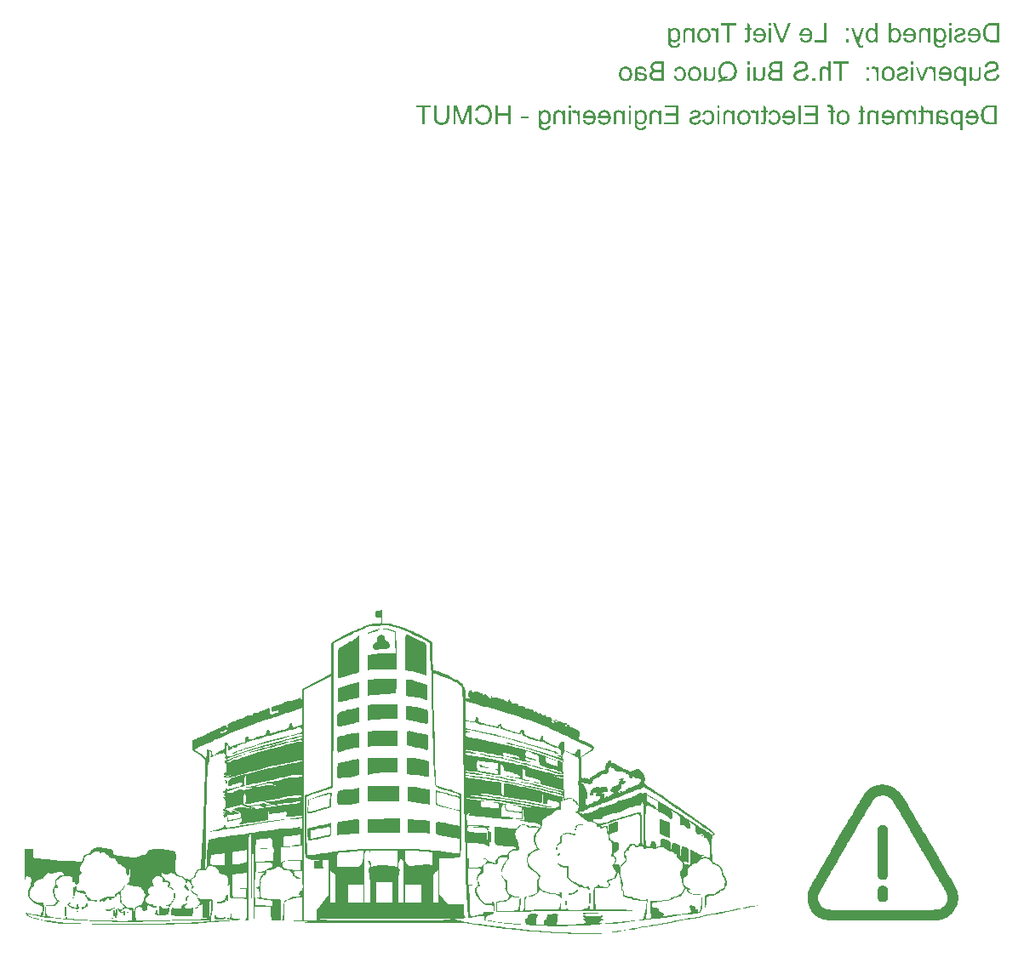
<source format=gbr>
%TF.GenerationSoftware,Altium Limited,Altium Designer,24.9.1 (31)*%
G04 Layer_Color=32896*
%FSLAX45Y45*%
%MOMM*%
%TF.SameCoordinates,54C84388-69FA-44E8-9161-08C7B8D1B229*%
%TF.FilePolarity,Positive*%
%TF.FileFunction,Legend,Bot*%
%TF.Part,Single*%
G01*
G75*
G36*
X6946610Y8349542D02*
X6923012D01*
Y8376471D01*
X6946610D01*
Y8349542D01*
D02*
G37*
G36*
X6065716Y8349542D02*
X6042118D01*
Y8376471D01*
X6065716D01*
Y8349542D01*
D02*
G37*
G36*
X5468551D02*
X5444953D01*
Y8376471D01*
X5468551D01*
Y8349542D01*
D02*
G37*
G36*
X6170657Y8326499D02*
X6176764Y8325389D01*
X6182317Y8323723D01*
X6187036Y8322057D01*
X6190923Y8320392D01*
X6193699Y8318726D01*
X6194810Y8318171D01*
X6195643Y8317615D01*
X6195920Y8317338D01*
X6196198D01*
X6200917Y8313729D01*
X6205082Y8309287D01*
X6208691Y8305122D01*
X6211745Y8300958D01*
X6213966Y8297071D01*
X6215631Y8294017D01*
X6216187Y8292907D01*
X6216742Y8292074D01*
X6217020Y8291519D01*
Y8291241D01*
X6219518Y8284856D01*
X6221184Y8278471D01*
X6222572Y8272363D01*
X6223405Y8266810D01*
X6223960Y8261813D01*
Y8259870D01*
X6224238Y8257927D01*
Y8256538D01*
Y8255428D01*
Y8254873D01*
Y8254595D01*
X6223960Y8249320D01*
X6223682Y8244045D01*
X6221739Y8234606D01*
X6220629Y8230164D01*
X6219241Y8226278D01*
X6217852Y8222391D01*
X6216464Y8219060D01*
X6215076Y8215728D01*
X6213688Y8212952D01*
X6212300Y8210731D01*
X6211190Y8208510D01*
X6210079Y8207122D01*
X6209246Y8205734D01*
X6208969Y8205178D01*
X6208691Y8204901D01*
X6205637Y8201292D01*
X6202306Y8198238D01*
X6198697Y8195462D01*
X6195087Y8192963D01*
X6191201Y8191020D01*
X6187592Y8189354D01*
X6183983Y8187966D01*
X6180373Y8186855D01*
X6177042Y8186022D01*
X6173988Y8185467D01*
X6171212Y8184912D01*
X6168713Y8184634D01*
X6166770D01*
X6165382Y8184357D01*
X6163994D01*
X6159829Y8184634D01*
X6155665Y8185190D01*
X6151778Y8186022D01*
X6148169Y8187133D01*
X6141784Y8190187D01*
X6135954Y8193518D01*
X6133733Y8195184D01*
X6131512Y8196850D01*
X6129569Y8198515D01*
X6128181Y8199904D01*
X6127070Y8201014D01*
X6126237Y8201847D01*
X6125682Y8202402D01*
X6125404Y8202680D01*
Y8198515D01*
Y8194906D01*
X6125682Y8191297D01*
Y8188243D01*
Y8185467D01*
X6125960Y8182969D01*
Y8180748D01*
X6126237Y8178804D01*
X6126515Y8176028D01*
X6126792Y8173807D01*
X6127070Y8172697D01*
Y8172419D01*
X6128458Y8168255D01*
X6130402Y8164646D01*
X6132345Y8161592D01*
X6134288Y8158816D01*
X6136232Y8156872D01*
X6137897Y8155206D01*
X6139008Y8154374D01*
X6139285Y8154096D01*
X6142894Y8151875D01*
X6147059Y8150209D01*
X6151223Y8149099D01*
X6155110Y8148266D01*
X6158997Y8147711D01*
X6161773Y8147433D01*
X6164549D01*
X6169824Y8147711D01*
X6174821Y8148544D01*
X6178985Y8149654D01*
X6182317Y8151042D01*
X6185093Y8152153D01*
X6187036Y8153263D01*
X6188147Y8154096D01*
X6188702Y8154374D01*
X6190923Y8156317D01*
X6192589Y8158816D01*
X6193977Y8161314D01*
X6195087Y8163813D01*
X6195643Y8166311D01*
X6196198Y8168255D01*
X6196476Y8169365D01*
Y8169920D01*
X6219518Y8172974D01*
Y8168810D01*
X6218963Y8165201D01*
X6218408Y8161592D01*
X6217575Y8158260D01*
X6215076Y8152430D01*
X6212300Y8147711D01*
X6209524Y8144102D01*
X6207303Y8141603D01*
X6205359Y8139937D01*
X6205082Y8139660D01*
X6204804Y8139382D01*
X6198697Y8135495D01*
X6192034Y8132719D01*
X6185371Y8130776D01*
X6178985Y8129388D01*
X6175932Y8128832D01*
X6173155Y8128555D01*
X6170934Y8128277D01*
X6168713D01*
X6167048Y8127999D01*
X6164549D01*
X6157053Y8128277D01*
X6150113Y8129388D01*
X6144005Y8130498D01*
X6139008Y8132164D01*
X6134843Y8133552D01*
X6133178Y8134107D01*
X6131790Y8134940D01*
X6130679Y8135218D01*
X6129846Y8135773D01*
X6129569Y8136051D01*
X6129291D01*
X6124294Y8139104D01*
X6119852Y8142713D01*
X6116243Y8146323D01*
X6113189Y8149654D01*
X6110968Y8152708D01*
X6109580Y8155206D01*
X6108469Y8156872D01*
X6108192Y8157150D01*
Y8157427D01*
X6107081Y8160204D01*
X6105971Y8163257D01*
X6105138Y8166589D01*
X6104305Y8170198D01*
X6103195Y8177971D01*
X6102362Y8185467D01*
X6102084Y8189076D01*
X6101806Y8192408D01*
Y8195462D01*
X6101529Y8197960D01*
Y8200181D01*
Y8201847D01*
Y8202957D01*
Y8203235D01*
Y8323723D01*
X6123183D01*
Y8306510D01*
X6126237Y8310120D01*
X6129569Y8313173D01*
X6132900Y8315950D01*
X6136232Y8318171D01*
X6139841Y8320114D01*
X6143172Y8321780D01*
X6146504Y8323168D01*
X6149557Y8324278D01*
X6152611Y8325111D01*
X6155387Y8325666D01*
X6157886Y8326222D01*
X6159829Y8326499D01*
X6161495Y8326777D01*
X6163994D01*
X6170657Y8326499D01*
D02*
G37*
G36*
X5215082Y8326499D02*
X5221189Y8325388D01*
X5226742Y8323723D01*
X5231461Y8322057D01*
X5235348Y8320391D01*
X5238124Y8318726D01*
X5239235Y8318170D01*
X5240068Y8317615D01*
X5240345Y8317337D01*
X5240623D01*
X5245343Y8313728D01*
X5249507Y8309286D01*
X5253116Y8305122D01*
X5256170Y8300958D01*
X5258391Y8297071D01*
X5260057Y8294017D01*
X5260612Y8292907D01*
X5261167Y8292074D01*
X5261445Y8291519D01*
Y8291241D01*
X5263943Y8284856D01*
X5265609Y8278470D01*
X5266997Y8272363D01*
X5267830Y8266810D01*
X5268385Y8261813D01*
Y8259870D01*
X5268663Y8257926D01*
Y8256538D01*
Y8255428D01*
Y8254872D01*
Y8254595D01*
X5268385Y8249320D01*
X5268108Y8244045D01*
X5266164Y8234606D01*
X5265054Y8230164D01*
X5263666Y8226277D01*
X5262278Y8222391D01*
X5260889Y8219059D01*
X5259501Y8215728D01*
X5258113Y8212952D01*
X5256725Y8210731D01*
X5255615Y8208510D01*
X5254504Y8207122D01*
X5253671Y8205733D01*
X5253394Y8205178D01*
X5253116Y8204901D01*
X5250062Y8201291D01*
X5246731Y8198238D01*
X5243122Y8195461D01*
X5239513Y8192963D01*
X5235626Y8191019D01*
X5232017Y8189354D01*
X5228408Y8187966D01*
X5224799Y8186855D01*
X5221467Y8186022D01*
X5218413Y8185467D01*
X5215637Y8184912D01*
X5213138Y8184634D01*
X5211195D01*
X5209807Y8184357D01*
X5208419D01*
X5204255Y8184634D01*
X5200090Y8185189D01*
X5196203Y8186022D01*
X5192594Y8187133D01*
X5186209Y8190187D01*
X5180379Y8193518D01*
X5178158Y8195184D01*
X5175937Y8196849D01*
X5173994Y8198515D01*
X5172606Y8199903D01*
X5171495Y8201014D01*
X5170662Y8201847D01*
X5170107Y8202402D01*
X5169829Y8202680D01*
Y8198515D01*
Y8194906D01*
X5170107Y8191297D01*
Y8188243D01*
Y8185467D01*
X5170385Y8182968D01*
Y8180747D01*
X5170662Y8178804D01*
X5170940Y8176028D01*
X5171217Y8173807D01*
X5171495Y8172696D01*
Y8172419D01*
X5172883Y8168254D01*
X5174827Y8164645D01*
X5176770Y8161592D01*
X5178713Y8158815D01*
X5180657Y8156872D01*
X5182322Y8155206D01*
X5183433Y8154373D01*
X5183710Y8154096D01*
X5187320Y8151875D01*
X5191484Y8150209D01*
X5195648Y8149099D01*
X5199535Y8148266D01*
X5203422Y8147710D01*
X5206198Y8147433D01*
X5208974D01*
X5214249Y8147710D01*
X5219246Y8148543D01*
X5223410Y8149654D01*
X5226742Y8151042D01*
X5229518Y8152152D01*
X5231461Y8153263D01*
X5232572Y8154096D01*
X5233127Y8154373D01*
X5235348Y8156317D01*
X5237014Y8158815D01*
X5238402Y8161314D01*
X5239513Y8163812D01*
X5240068Y8166311D01*
X5240623Y8168254D01*
X5240901Y8169365D01*
Y8169920D01*
X5263943Y8172974D01*
Y8168810D01*
X5263388Y8165201D01*
X5262833Y8161592D01*
X5262000Y8158260D01*
X5259501Y8152430D01*
X5256725Y8147710D01*
X5253949Y8144101D01*
X5251728Y8141603D01*
X5249785Y8139937D01*
X5249507Y8139659D01*
X5249229Y8139382D01*
X5243122Y8135495D01*
X5236459Y8132719D01*
X5229796Y8130775D01*
X5223410Y8129387D01*
X5220357Y8128832D01*
X5217580Y8128554D01*
X5215359Y8128277D01*
X5213138D01*
X5211473Y8127999D01*
X5208974D01*
X5201478Y8128277D01*
X5194538Y8129387D01*
X5188430Y8130498D01*
X5183433Y8132164D01*
X5179269Y8133552D01*
X5177603Y8134107D01*
X5176215Y8134940D01*
X5175104Y8135217D01*
X5174271Y8135773D01*
X5173994Y8136050D01*
X5173716D01*
X5168719Y8139104D01*
X5164277Y8142713D01*
X5160668Y8146322D01*
X5157614Y8149654D01*
X5155393Y8152708D01*
X5154005Y8155206D01*
X5152894Y8156872D01*
X5152617Y8157150D01*
Y8157427D01*
X5151506Y8160203D01*
X5150396Y8163257D01*
X5149563Y8166589D01*
X5148730Y8170198D01*
X5147620Y8177971D01*
X5146787Y8185467D01*
X5146509Y8189076D01*
X5146232Y8192408D01*
Y8195461D01*
X5145954Y8197960D01*
Y8200181D01*
Y8201847D01*
Y8202957D01*
Y8203235D01*
Y8323723D01*
X5167608D01*
Y8306510D01*
X5170662Y8310119D01*
X5173994Y8313173D01*
X5177325Y8315949D01*
X5180657Y8318170D01*
X5184266Y8320114D01*
X5187597Y8321779D01*
X5190929Y8323168D01*
X5193982Y8324278D01*
X5197036Y8325111D01*
X5199813Y8325666D01*
X5202311Y8326221D01*
X5204255Y8326499D01*
X5205920Y8326777D01*
X5208419D01*
X5215082Y8326499D01*
D02*
G37*
G36*
X8844434Y8326499D02*
X8849154Y8325667D01*
X8853318Y8324834D01*
X8856927Y8323723D01*
X8859981Y8322335D01*
X8862202Y8321502D01*
X8863590Y8320669D01*
X8864145Y8320392D01*
X8868032Y8317893D01*
X8871364Y8315117D01*
X8874417Y8312341D01*
X8876916Y8309565D01*
X8878859Y8307344D01*
X8880525Y8305400D01*
X8881358Y8304290D01*
X8881636Y8303734D01*
Y8323723D01*
X8902735D01*
Y8184357D01*
X8879137D01*
Y8256539D01*
X8878859Y8263202D01*
X8878582Y8269032D01*
X8878026Y8274029D01*
X8877194Y8278193D01*
X8876361Y8281247D01*
X8875805Y8283468D01*
X8875528Y8284856D01*
X8875250Y8285411D01*
X8873584Y8289021D01*
X8871641Y8292074D01*
X8869698Y8294851D01*
X8867754Y8297072D01*
X8865811Y8298737D01*
X8864423Y8299848D01*
X8863312Y8300681D01*
X8863035Y8300958D01*
X8859703Y8302624D01*
X8856650Y8304012D01*
X8853318Y8304845D01*
X8850542Y8305678D01*
X8848321Y8305955D01*
X8846378Y8306233D01*
X8844712D01*
X8839992Y8305955D01*
X8836106Y8305123D01*
X8832774Y8303734D01*
X8830275Y8302346D01*
X8828332Y8300681D01*
X8826944Y8299570D01*
X8826111Y8298460D01*
X8825834Y8298182D01*
X8823890Y8294851D01*
X8822502Y8291241D01*
X8821392Y8287355D01*
X8820836Y8283468D01*
X8820281Y8280137D01*
X8820003Y8277083D01*
Y8275972D01*
Y8275417D01*
Y8274862D01*
Y8274584D01*
Y8184357D01*
X8796406D01*
Y8265145D01*
X8795850Y8272641D01*
X8794740Y8279026D01*
X8793352Y8284301D01*
X8791408Y8288743D01*
X8789743Y8292074D01*
X8788077Y8294295D01*
X8786966Y8295683D01*
X8786689Y8296239D01*
X8782802Y8299570D01*
X8778638Y8302069D01*
X8774473Y8303734D01*
X8770587Y8305123D01*
X8767255Y8305678D01*
X8764479Y8305955D01*
X8763369Y8306233D01*
X8761980D01*
X8758927Y8305955D01*
X8756428Y8305678D01*
X8753929Y8305123D01*
X8751986Y8304290D01*
X8750043Y8303457D01*
X8748932Y8302902D01*
X8748099Y8302624D01*
X8747822Y8302346D01*
X8745601Y8300681D01*
X8743935Y8299015D01*
X8742547Y8297349D01*
X8741436Y8295683D01*
X8740604Y8294295D01*
X8740048Y8293185D01*
X8739493Y8292352D01*
Y8292074D01*
X8738660Y8289576D01*
X8738105Y8286244D01*
X8737827Y8282913D01*
X8737550Y8279581D01*
X8737272Y8276528D01*
Y8274029D01*
Y8272363D01*
Y8272086D01*
Y8271808D01*
Y8184357D01*
X8713674D01*
Y8279859D01*
Y8284301D01*
X8714229Y8288188D01*
X8714785Y8292074D01*
X8715340Y8295406D01*
X8716173Y8298737D01*
X8717283Y8301513D01*
X8718116Y8304012D01*
X8719227Y8306511D01*
X8720337Y8308454D01*
X8721170Y8310397D01*
X8723113Y8312896D01*
X8724224Y8314562D01*
X8724779Y8315117D01*
X8729221Y8319004D01*
X8734496Y8321780D01*
X8739771Y8324001D01*
X8744768Y8325389D01*
X8749487Y8326222D01*
X8751431Y8326499D01*
X8753374D01*
X8754762Y8326777D01*
X8756706D01*
X8761703Y8326499D01*
X8766145Y8325667D01*
X8770587Y8324556D01*
X8774751Y8322890D01*
X8778638Y8320947D01*
X8782247Y8319004D01*
X8785301Y8316783D01*
X8788355Y8314562D01*
X8791131Y8312063D01*
X8793352Y8309842D01*
X8795295Y8307899D01*
X8796961Y8305955D01*
X8798349Y8304290D01*
X8799182Y8303179D01*
X8799737Y8302346D01*
X8800015Y8302069D01*
X8801680Y8306233D01*
X8803901Y8309842D01*
X8806400Y8312896D01*
X8808621Y8315395D01*
X8810842Y8317616D01*
X8812508Y8319004D01*
X8813618Y8319837D01*
X8814173Y8320114D01*
X8818060Y8322335D01*
X8822224Y8324001D01*
X8826389Y8325111D01*
X8830553Y8325944D01*
X8833885Y8326499D01*
X8836938Y8326777D01*
X8839437D01*
X8844434Y8326499D01*
D02*
G37*
G36*
X4867499Y8184357D02*
X4841958D01*
Y8274861D01*
X4742569D01*
Y8184357D01*
X4717028D01*
Y8376471D01*
X4742569D01*
Y8297626D01*
X4841958D01*
Y8376471D01*
X4867499D01*
Y8184357D01*
D02*
G37*
G36*
X9163699Y8326500D02*
X9169530Y8325944D01*
X9175082Y8325112D01*
X9179524Y8324279D01*
X9183411Y8323446D01*
X9186187Y8322613D01*
X9187297Y8322335D01*
X9188130Y8322058D01*
X9188408Y8321780D01*
X9188685D01*
X9193405Y8319837D01*
X9197569Y8317338D01*
X9201178Y8315117D01*
X9204232Y8312896D01*
X9206453Y8310675D01*
X9208119Y8309010D01*
X9209229Y8307899D01*
X9209507Y8307621D01*
X9212006Y8304012D01*
X9214227Y8300126D01*
X9215892Y8296239D01*
X9217281Y8292630D01*
X9218391Y8289021D01*
X9219224Y8286522D01*
X9219501Y8285412D01*
Y8284579D01*
X9219779Y8284301D01*
Y8284024D01*
X9196736Y8280970D01*
X9195071Y8285967D01*
X9193405Y8290409D01*
X9191462Y8294018D01*
X9189796Y8296794D01*
X9188130Y8299015D01*
X9186742Y8300403D01*
X9185632Y8301236D01*
X9185354Y8301514D01*
X9182023Y8303457D01*
X9178136Y8304845D01*
X9173971Y8305956D01*
X9170085Y8306511D01*
X9166198Y8307066D01*
X9163422Y8307344D01*
X9160646D01*
X9154260Y8307066D01*
X9148708Y8306233D01*
X9144266Y8304845D01*
X9140379Y8303457D01*
X9137603Y8301791D01*
X9135382Y8300681D01*
X9133994Y8299570D01*
X9133716Y8299293D01*
X9131495Y8296794D01*
X9129830Y8293740D01*
X9128441Y8290409D01*
X9127609Y8287077D01*
X9127053Y8284024D01*
X9126776Y8281247D01*
Y8279582D01*
Y8279304D01*
Y8279026D01*
Y8278471D01*
Y8277361D01*
Y8275417D01*
X9127053Y8273752D01*
Y8273196D01*
Y8272919D01*
X9129830Y8272086D01*
X9132883Y8271253D01*
X9139269Y8269587D01*
X9146487Y8268199D01*
X9153150Y8266811D01*
X9156481Y8266256D01*
X9159535Y8265978D01*
X9162311Y8265423D01*
X9164532Y8265145D01*
X9166476Y8264868D01*
X9167864D01*
X9168974Y8264590D01*
X9169252D01*
X9174249Y8264035D01*
X9178413Y8263202D01*
X9182023Y8262647D01*
X9184799Y8262091D01*
X9187020Y8261814D01*
X9188685Y8261259D01*
X9189796Y8260981D01*
X9190074D01*
X9193683Y8259870D01*
X9196736Y8258760D01*
X9199790Y8257372D01*
X9202289Y8256261D01*
X9204510Y8255151D01*
X9205898Y8254040D01*
X9207009Y8253485D01*
X9207286Y8253208D01*
X9210062Y8251264D01*
X9212283Y8249043D01*
X9214504Y8246822D01*
X9216170Y8244601D01*
X9217558Y8242658D01*
X9218669Y8240992D01*
X9219224Y8239882D01*
X9219501Y8239604D01*
X9220890Y8236550D01*
X9222000Y8233219D01*
X9222833Y8230165D01*
X9223388Y8227111D01*
X9223666Y8224612D01*
X9223943Y8222669D01*
Y8221559D01*
Y8221003D01*
X9223666Y8217672D01*
X9223388Y8214896D01*
X9222000Y8209066D01*
X9220057Y8204346D01*
X9217836Y8200182D01*
X9215615Y8196850D01*
X9213671Y8194352D01*
X9212283Y8192964D01*
X9211728Y8192408D01*
X9206731Y8188799D01*
X9201178Y8186023D01*
X9195071Y8184080D01*
X9189518Y8182692D01*
X9184521Y8181859D01*
X9182300Y8181581D01*
X9180357D01*
X9178691Y8181303D01*
X9176470D01*
X9171473Y8181581D01*
X9166476Y8182136D01*
X9162034Y8182692D01*
X9158147Y8183524D01*
X9155093Y8184357D01*
X9152595Y8185190D01*
X9150929Y8185468D01*
X9150374Y8185745D01*
X9145654Y8187689D01*
X9141212Y8190187D01*
X9137048Y8192964D01*
X9132883Y8195462D01*
X9129552Y8197961D01*
X9127053Y8199904D01*
X9125388Y8201292D01*
X9125110Y8201847D01*
X9124832D01*
X9124277Y8198238D01*
X9123722Y8194907D01*
X9123167Y8191853D01*
X9122334Y8189354D01*
X9121501Y8187133D01*
X9120946Y8185745D01*
X9120668Y8184635D01*
X9120390Y8184357D01*
X9095682D01*
X9097070Y8187411D01*
X9098458Y8190465D01*
X9099569Y8193241D01*
X9100124Y8195740D01*
X9100957Y8197961D01*
X9101235Y8199626D01*
X9101512Y8200737D01*
Y8201015D01*
X9101790Y8202958D01*
X9102067Y8205457D01*
Y8208233D01*
X9102345Y8211287D01*
X9102623Y8218227D01*
Y8225168D01*
X9102900Y8231831D01*
Y8234884D01*
Y8237383D01*
Y8239604D01*
Y8241270D01*
Y8242380D01*
Y8242658D01*
Y8274307D01*
Y8279582D01*
X9103178Y8284301D01*
X9103456Y8287910D01*
Y8290964D01*
X9103733Y8293185D01*
X9104011Y8294851D01*
X9104288Y8295684D01*
Y8295961D01*
X9105121Y8299570D01*
X9106232Y8302624D01*
X9107342Y8305123D01*
X9108730Y8307621D01*
X9109841Y8309287D01*
X9110674Y8310675D01*
X9111229Y8311508D01*
X9111507Y8311786D01*
X9113728Y8314007D01*
X9116226Y8316228D01*
X9119002Y8317893D01*
X9121779Y8319559D01*
X9124277Y8320670D01*
X9126221Y8321503D01*
X9127609Y8322058D01*
X9128164Y8322335D01*
X9132606Y8323724D01*
X9137325Y8324834D01*
X9142045Y8325667D01*
X9146765Y8326222D01*
X9150929Y8326500D01*
X9153983Y8326777D01*
X9157037D01*
X9163699Y8326500D01*
D02*
G37*
G36*
X5044899Y8242102D02*
X4971885D01*
Y8265700D01*
X5044899D01*
Y8242102D01*
D02*
G37*
G36*
X4481604Y8184356D02*
X4457174D01*
Y8347876D01*
X4401649Y8184356D01*
X4378884D01*
X4322805Y8345099D01*
Y8184356D01*
X4298374D01*
Y8376471D01*
X4332521D01*
X4378607Y8242657D01*
X4381105Y8235439D01*
X4383049Y8229331D01*
X4384992Y8224056D01*
X4386380Y8219614D01*
X4387491Y8216283D01*
X4388323Y8213784D01*
X4388601Y8212396D01*
X4388879Y8211841D01*
X4389989Y8215728D01*
X4391377Y8220169D01*
X4393043Y8224889D01*
X4394431Y8229609D01*
X4395819Y8233773D01*
X4396930Y8237104D01*
X4397485Y8238493D01*
X4397763Y8239325D01*
X4398040Y8239881D01*
Y8240158D01*
X4443570Y8376471D01*
X4481604D01*
Y8184356D01*
D02*
G37*
G36*
X8973251Y8358148D02*
Y8323723D01*
X8990741Y8323724D01*
Y8305400D01*
X8973251Y8305400D01*
Y8224890D01*
Y8221003D01*
Y8217672D01*
X8972973Y8214618D01*
X8972696Y8211564D01*
Y8209065D01*
X8972418Y8206844D01*
X8971863Y8203235D01*
X8971307Y8200459D01*
X8971030Y8198516D01*
X8970475Y8197405D01*
Y8197128D01*
X8969364Y8194629D01*
X8967698Y8192686D01*
X8966033Y8190742D01*
X8964645Y8189354D01*
X8962979Y8187966D01*
X8961868Y8187133D01*
X8961035Y8186578D01*
X8960758Y8186300D01*
X8957704Y8184912D01*
X8954650Y8184079D01*
X8951319Y8183247D01*
X8947987Y8182969D01*
X8945211Y8182691D01*
X8942990Y8182414D01*
X8940769D01*
X8934661Y8182691D01*
X8931607Y8182969D01*
X8928831Y8183524D01*
X8926333Y8183802D01*
X8924389Y8184079D01*
X8923279Y8184357D01*
X8922724D01*
X8925777Y8205179D01*
X8927998Y8204901D01*
X8930219Y8204623D01*
X8932163D01*
X8933551Y8204346D01*
X8936327D01*
X8939936Y8204623D01*
X8942435Y8205179D01*
X8943823Y8205734D01*
X8944378Y8206012D01*
X8946321Y8207400D01*
X8947432Y8208788D01*
X8948265Y8209898D01*
X8948542Y8210453D01*
X8948820Y8211842D01*
X8949098Y8213785D01*
X8949375Y8218227D01*
X8949653Y8220170D01*
Y8221836D01*
Y8222946D01*
Y8223502D01*
Y8305400D01*
X8925777D01*
Y8323723D01*
X8949653D01*
Y8372307D01*
X8973251Y8358148D01*
D02*
G37*
G36*
X8376086D02*
Y8323723D01*
X8393576D01*
Y8305400D01*
X8376086D01*
Y8224890D01*
Y8221003D01*
Y8217672D01*
X8375808Y8214618D01*
X8375531Y8211564D01*
Y8209065D01*
X8375253Y8206844D01*
X8374698Y8203235D01*
X8374143Y8200459D01*
X8373865Y8198516D01*
X8373310Y8197405D01*
Y8197128D01*
X8372199Y8194629D01*
X8370533Y8192686D01*
X8368868Y8190742D01*
X8367480Y8189354D01*
X8365814Y8187966D01*
X8364703Y8187133D01*
X8363870Y8186578D01*
X8363593Y8186300D01*
X8360539Y8184912D01*
X8357485Y8184079D01*
X8354154Y8183247D01*
X8350822Y8182969D01*
X8348046Y8182691D01*
X8345825Y8182414D01*
X8343604D01*
X8337496Y8182691D01*
X8334443Y8182969D01*
X8331666Y8183524D01*
X8329168Y8183802D01*
X8327224Y8184079D01*
X8326114Y8184357D01*
X8325559D01*
X8328613Y8205179D01*
X8330833Y8204901D01*
X8333054Y8204623D01*
X8334998D01*
X8336386Y8204346D01*
X8339162D01*
X8342771Y8204623D01*
X8345270Y8205179D01*
X8346658Y8205734D01*
X8347213Y8206012D01*
X8349157Y8207400D01*
X8350267Y8208788D01*
X8351100Y8209898D01*
X8351378Y8210453D01*
X8351655Y8211842D01*
X8351933Y8213785D01*
X8352210Y8218227D01*
X8352488Y8220170D01*
Y8221836D01*
Y8222946D01*
Y8223502D01*
Y8305400D01*
X8328613D01*
Y8323723D01*
X8352488D01*
Y8372307D01*
X8376086Y8358148D01*
D02*
G37*
G36*
X7405519Y8358148D02*
Y8323723D01*
X7423010D01*
Y8305400D01*
X7405519D01*
Y8224890D01*
Y8221003D01*
Y8217671D01*
X7405242Y8214618D01*
X7404964Y8211564D01*
Y8209065D01*
X7404686Y8206844D01*
X7404131Y8203235D01*
X7403576Y8200459D01*
X7403298Y8198515D01*
X7402743Y8197405D01*
Y8197127D01*
X7401633Y8194629D01*
X7399967Y8192685D01*
X7398301Y8190742D01*
X7396913Y8189354D01*
X7395247Y8187966D01*
X7394137Y8187133D01*
X7393304Y8186578D01*
X7393026Y8186300D01*
X7389973Y8184912D01*
X7386919Y8184079D01*
X7383587Y8183246D01*
X7380256Y8182969D01*
X7377480Y8182691D01*
X7375259Y8182413D01*
X7373038D01*
X7366930Y8182691D01*
X7363876Y8182969D01*
X7361100Y8183524D01*
X7358601Y8183802D01*
X7356658Y8184079D01*
X7355547Y8184357D01*
X7354992D01*
X7358046Y8205178D01*
X7360267Y8204901D01*
X7362488Y8204623D01*
X7364431D01*
X7365819Y8204346D01*
X7368596D01*
X7372205Y8204623D01*
X7374703Y8205178D01*
X7376091Y8205734D01*
X7376647Y8206011D01*
X7378590Y8207399D01*
X7379701Y8208787D01*
X7380533Y8209898D01*
X7380811Y8210453D01*
X7381089Y8211841D01*
X7381366Y8213785D01*
X7381644Y8218227D01*
X7381921Y8220170D01*
Y8221836D01*
Y8222946D01*
Y8223501D01*
Y8305400D01*
X7358046D01*
Y8323723D01*
X7381921D01*
Y8372307D01*
X7405519Y8358148D01*
D02*
G37*
G36*
X4256731Y8265422D02*
Y8259869D01*
X4256453Y8254595D01*
X4256175Y8249597D01*
X4255620Y8244878D01*
X4255065Y8240714D01*
X4254510Y8236827D01*
X4253677Y8233218D01*
X4253122Y8229886D01*
X4252566Y8226832D01*
X4251733Y8224334D01*
X4251178Y8222113D01*
X4250623Y8220447D01*
X4250068Y8219059D01*
X4249790Y8217949D01*
X4249512Y8217393D01*
Y8217116D01*
X4246459Y8211008D01*
X4242572Y8205456D01*
X4238685Y8201014D01*
X4234521Y8197127D01*
X4230912Y8194073D01*
X4227858Y8191852D01*
X4226747Y8191297D01*
X4225915Y8190742D01*
X4225359Y8190186D01*
X4225082D01*
X4218141Y8187132D01*
X4210923Y8184911D01*
X4203427Y8183246D01*
X4196487Y8182135D01*
X4193433Y8181858D01*
X4190379Y8181580D01*
X4187603Y8181302D01*
X4185382D01*
X4183438Y8181025D01*
X4180940D01*
X4170945Y8181580D01*
X4166503Y8182135D01*
X4162339Y8182691D01*
X4158175Y8183523D01*
X4154566Y8184356D01*
X4151234Y8185189D01*
X4148180Y8186300D01*
X4145404Y8187410D01*
X4143183Y8188243D01*
X4140962Y8189076D01*
X4139297Y8189909D01*
X4137908Y8190742D01*
X4137076Y8191019D01*
X4136520Y8191574D01*
X4136243D01*
X4130135Y8195739D01*
X4125138Y8200458D01*
X4121251Y8204900D01*
X4117920Y8209342D01*
X4115421Y8213229D01*
X4113755Y8216283D01*
X4113200Y8217393D01*
X4112645Y8218226D01*
X4112367Y8218781D01*
Y8219059D01*
X4111257Y8222390D01*
X4110146Y8226000D01*
X4108480Y8233495D01*
X4107370Y8241269D01*
X4106537Y8248765D01*
X4106260Y8252096D01*
X4105982Y8255427D01*
Y8258204D01*
X4105704Y8260702D01*
Y8262646D01*
Y8264034D01*
Y8265144D01*
Y8265422D01*
Y8376471D01*
X4131245D01*
Y8265422D01*
Y8259037D01*
X4131801Y8252929D01*
X4132356Y8247654D01*
X4133189Y8242657D01*
X4134022Y8238215D01*
X4135132Y8234051D01*
X4135965Y8230442D01*
X4137076Y8227388D01*
X4138186Y8224889D01*
X4139297Y8222390D01*
X4140407Y8220725D01*
X4141240Y8219059D01*
X4142073Y8217949D01*
X4142628Y8217116D01*
X4142906Y8216838D01*
X4143183Y8216560D01*
X4145682Y8214339D01*
X4148458Y8212396D01*
X4154566Y8209342D01*
X4160951Y8207121D01*
X4167614Y8205733D01*
X4173722Y8204623D01*
X4176220Y8204345D01*
X4178719D01*
X4180385Y8204067D01*
X4183161D01*
X4188991Y8204345D01*
X4194266Y8205178D01*
X4199263Y8206011D01*
X4203150Y8207399D01*
X4206481Y8208509D01*
X4208980Y8209342D01*
X4210368Y8210175D01*
X4210923Y8210453D01*
X4214810Y8212951D01*
X4218141Y8216005D01*
X4220917Y8219059D01*
X4222861Y8221835D01*
X4224526Y8224611D01*
X4225915Y8226555D01*
X4226470Y8227943D01*
X4226747Y8228498D01*
X4227580Y8230997D01*
X4228136Y8233495D01*
X4229246Y8239325D01*
X4230079Y8245433D01*
X4230634Y8251541D01*
X4230912Y8256816D01*
Y8259314D01*
X4231189Y8261258D01*
Y8262923D01*
Y8264311D01*
Y8265144D01*
Y8265422D01*
Y8376471D01*
X4256731D01*
Y8265422D01*
D02*
G37*
G36*
X4600704Y8379247D02*
X4609588Y8377859D01*
X4617362Y8376193D01*
X4620971Y8375083D01*
X4624302Y8373972D01*
X4627356Y8372862D01*
X4630132Y8371751D01*
X4632353Y8370918D01*
X4634574Y8370086D01*
X4635962Y8369253D01*
X4637073Y8368698D01*
X4637906Y8368420D01*
X4638183Y8368142D01*
X4645679Y8363423D01*
X4652064Y8357870D01*
X4657617Y8352318D01*
X4662336Y8346765D01*
X4665945Y8341768D01*
X4667334Y8339547D01*
X4668444Y8337604D01*
X4669555Y8336216D01*
X4670110Y8335105D01*
X4670387Y8334272D01*
X4670665Y8333995D01*
X4674552Y8325388D01*
X4677328Y8316505D01*
X4679271Y8307621D01*
X4680659Y8299570D01*
X4681215Y8295961D01*
X4681492Y8292351D01*
X4681770Y8289575D01*
Y8286799D01*
X4682048Y8284856D01*
Y8283190D01*
Y8282079D01*
Y8281802D01*
X4681492Y8271807D01*
X4680382Y8262091D01*
X4678994Y8253484D01*
X4677883Y8249320D01*
X4677050Y8245711D01*
X4676217Y8242380D01*
X4675107Y8239326D01*
X4674274Y8236549D01*
X4673719Y8234328D01*
X4672886Y8232663D01*
X4672608Y8231275D01*
X4672053Y8230442D01*
Y8230164D01*
X4667889Y8221835D01*
X4663169Y8214340D01*
X4658172Y8207954D01*
X4655673Y8205456D01*
X4653452Y8202957D01*
X4651231Y8200736D01*
X4649011Y8198793D01*
X4647067Y8197127D01*
X4645401Y8196017D01*
X4644291Y8194906D01*
X4643180Y8194073D01*
X4642625Y8193796D01*
X4642348Y8193518D01*
X4638461Y8191297D01*
X4634574Y8189354D01*
X4626246Y8186300D01*
X4617917Y8184079D01*
X4609866Y8182691D01*
X4605979Y8182135D01*
X4602648Y8181580D01*
X4599594Y8181302D01*
X4597095D01*
X4594874Y8181025D01*
X4591820D01*
X4586268Y8181302D01*
X4580993Y8181858D01*
X4575996Y8182413D01*
X4571276Y8183523D01*
X4566834Y8184911D01*
X4562670Y8186300D01*
X4558783Y8187688D01*
X4555174Y8189353D01*
X4552120Y8190742D01*
X4549067Y8192130D01*
X4546846Y8193518D01*
X4544625Y8194906D01*
X4543237Y8196016D01*
X4541848Y8196572D01*
X4541293Y8197127D01*
X4541016Y8197404D01*
X4537129Y8200736D01*
X4533797Y8204067D01*
X4530744Y8207954D01*
X4527690Y8211841D01*
X4522693Y8219614D01*
X4518806Y8227388D01*
X4517140Y8230997D01*
X4515752Y8234328D01*
X4514641Y8237382D01*
X4513809Y8239881D01*
X4512976Y8242102D01*
X4512420Y8243767D01*
X4512143Y8244878D01*
Y8245155D01*
X4537684Y8251541D01*
X4538795Y8247099D01*
X4540183Y8242934D01*
X4541571Y8239048D01*
X4542959Y8235439D01*
X4544625Y8232107D01*
X4546290Y8229331D01*
X4548234Y8226555D01*
X4549899Y8224056D01*
X4551288Y8221835D01*
X4552953Y8220169D01*
X4554341Y8218504D01*
X4555452Y8217116D01*
X4556562Y8216283D01*
X4557395Y8215450D01*
X4557673Y8215172D01*
X4557950Y8214895D01*
X4560727Y8212674D01*
X4563781Y8211008D01*
X4569888Y8207954D01*
X4575718Y8205733D01*
X4581548Y8204345D01*
X4586546Y8203235D01*
X4588489Y8202957D01*
X4590432D01*
X4592098Y8202679D01*
X4594041D01*
X4600427Y8202957D01*
X4606534Y8204067D01*
X4612087Y8205456D01*
X4617084Y8207121D01*
X4620971Y8208787D01*
X4622636Y8209620D01*
X4624025Y8210175D01*
X4625135Y8210731D01*
X4625968Y8211286D01*
X4626523Y8211563D01*
X4626801D01*
X4632076Y8215450D01*
X4636518Y8219614D01*
X4640404Y8224334D01*
X4643458Y8228776D01*
X4645957Y8232663D01*
X4647622Y8235994D01*
X4648178Y8237382D01*
X4648733Y8238215D01*
X4649011Y8238770D01*
Y8239048D01*
X4651231Y8246266D01*
X4652897Y8253484D01*
X4654285Y8260703D01*
X4655118Y8267365D01*
X4655396Y8270419D01*
X4655673Y8273196D01*
Y8275694D01*
X4655951Y8277637D01*
Y8279303D01*
Y8280691D01*
Y8281524D01*
Y8281802D01*
X4655673Y8289020D01*
X4655118Y8295683D01*
X4654008Y8301791D01*
X4652897Y8307343D01*
X4652064Y8312063D01*
X4651509Y8314006D01*
X4650954Y8315672D01*
X4650676Y8317060D01*
X4650399Y8317893D01*
X4650121Y8318448D01*
Y8318726D01*
X4647345Y8325111D01*
X4644291Y8330941D01*
X4640959Y8335660D01*
X4637350Y8339825D01*
X4634297Y8343156D01*
X4631798Y8345377D01*
X4629855Y8346765D01*
X4629577Y8347321D01*
X4629299D01*
X4623469Y8350930D01*
X4617084Y8353706D01*
X4610976Y8355649D01*
X4605146Y8356760D01*
X4599871Y8357592D01*
X4597650Y8357870D01*
X4595707D01*
X4594319Y8358148D01*
X4592098D01*
X4585157Y8357870D01*
X4578772Y8356760D01*
X4573497Y8355094D01*
X4568778Y8353428D01*
X4565169Y8351485D01*
X4562392Y8350097D01*
X4560727Y8348986D01*
X4560171Y8348431D01*
X4555730Y8344267D01*
X4551565Y8339547D01*
X4548234Y8334550D01*
X4545458Y8329553D01*
X4543237Y8325111D01*
X4542404Y8322890D01*
X4541848Y8321224D01*
X4541293Y8319836D01*
X4540738Y8318725D01*
X4540460Y8318170D01*
Y8317892D01*
X4515474Y8323722D01*
X4517140Y8328720D01*
X4518806Y8333162D01*
X4521027Y8337326D01*
X4522970Y8341490D01*
X4525191Y8345099D01*
X4527690Y8348431D01*
X4529911Y8351762D01*
X4532132Y8354539D01*
X4534353Y8356760D01*
X4536296Y8358980D01*
X4538239Y8360924D01*
X4539627Y8362312D01*
X4541016Y8363700D01*
X4542126Y8364533D01*
X4542681Y8364811D01*
X4542959Y8365088D01*
X4546846Y8367587D01*
X4550732Y8370085D01*
X4554619Y8372029D01*
X4558783Y8373694D01*
X4567112Y8376193D01*
X4574608Y8377859D01*
X4578217Y8378692D01*
X4581271Y8378969D01*
X4584325Y8379247D01*
X4586823Y8379525D01*
X4588767Y8379802D01*
X4591543D01*
X4600704Y8379247D01*
D02*
G37*
G36*
X9462976Y8326500D02*
X9467973Y8325944D01*
X9472693Y8325112D01*
X9477135Y8323724D01*
X9481299Y8322335D01*
X9485186Y8320670D01*
X9488795Y8319004D01*
X9491849Y8317061D01*
X9494903Y8315395D01*
X9497401Y8313451D01*
X9499622Y8311786D01*
X9501288Y8310398D01*
X9502676Y8309010D01*
X9503786Y8308177D01*
X9504342Y8307621D01*
X9504619Y8307344D01*
X9507673Y8303457D01*
X9510449Y8299293D01*
X9512948Y8295128D01*
X9515169Y8290686D01*
X9516835Y8285967D01*
X9518223Y8281525D01*
X9520444Y8272641D01*
X9521277Y8268754D01*
X9521832Y8264868D01*
X9522109Y8261536D01*
X9522387Y8258482D01*
X9522665Y8255984D01*
Y8254318D01*
Y8252930D01*
Y8252652D01*
X9522387Y8246545D01*
X9521832Y8240715D01*
X9520999Y8235162D01*
X9519889Y8230165D01*
X9518500Y8225445D01*
X9517112Y8221003D01*
X9515447Y8217117D01*
X9513781Y8213508D01*
X9512115Y8210454D01*
X9510449Y8207678D01*
X9509061Y8205457D01*
X9507673Y8203513D01*
X9506563Y8201847D01*
X9505730Y8200737D01*
X9505175Y8200182D01*
X9504897Y8199904D01*
X9501288Y8196573D01*
X9497679Y8193796D01*
X9493792Y8191298D01*
X9489628Y8189077D01*
X9485741Y8187411D01*
X9481577Y8185745D01*
X9473803Y8183524D01*
X9470194Y8182969D01*
X9466863Y8182414D01*
X9463809Y8181859D01*
X9461310Y8181581D01*
X9459367Y8181303D01*
X9456313D01*
X9447707Y8181859D01*
X9439933Y8183247D01*
X9432993Y8184913D01*
X9430217Y8186023D01*
X9427440Y8187133D01*
X9424942Y8188244D01*
X9422721Y8189354D01*
X9421055Y8190187D01*
X9419389Y8191020D01*
X9418279Y8191853D01*
X9417446Y8192408D01*
X9416891Y8192964D01*
X9416613D01*
X9411061Y8197961D01*
X9406619Y8203236D01*
X9402732Y8208788D01*
X9399956Y8214063D01*
X9397735Y8218782D01*
X9396902Y8221003D01*
X9396069Y8222669D01*
X9395514Y8224335D01*
X9395236Y8225445D01*
X9394959Y8226001D01*
Y8226278D01*
X9419389Y8229332D01*
X9421610Y8224057D01*
X9424109Y8219615D01*
X9426608Y8215729D01*
X9428828Y8212675D01*
X9430772Y8210454D01*
X9432438Y8208788D01*
X9433826Y8207678D01*
X9434103Y8207400D01*
X9437712Y8205179D01*
X9441321Y8203513D01*
X9445208Y8202403D01*
X9448540Y8201570D01*
X9451593Y8201015D01*
X9454092Y8200737D01*
X9456313D01*
X9459645Y8201015D01*
X9462698Y8201292D01*
X9468251Y8202680D01*
X9473248Y8204624D01*
X9477690Y8206845D01*
X9481021Y8208788D01*
X9483520Y8210731D01*
X9485186Y8212119D01*
X9485463Y8212675D01*
X9485741D01*
X9489628Y8217672D01*
X9492682Y8223224D01*
X9494903Y8229332D01*
X9496568Y8234884D01*
X9497401Y8239882D01*
X9497956Y8242103D01*
X9498234Y8244046D01*
Y8245712D01*
X9498512Y8246822D01*
Y8247655D01*
Y8247933D01*
X9394403D01*
X9394126Y8250709D01*
Y8252652D01*
Y8253763D01*
Y8254040D01*
X9394403Y8260426D01*
X9394959Y8266256D01*
X9395791Y8271808D01*
X9396902Y8277083D01*
X9398290Y8281803D01*
X9399678Y8286245D01*
X9401344Y8290131D01*
X9403010Y8293740D01*
X9404675Y8297072D01*
X9406341Y8299848D01*
X9407729Y8302069D01*
X9409117Y8304012D01*
X9410228Y8305678D01*
X9411061Y8306789D01*
X9411616Y8307344D01*
X9411894Y8307621D01*
X9415225Y8310953D01*
X9418834Y8314007D01*
X9422721Y8316505D01*
X9426608Y8318726D01*
X9430494Y8320670D01*
X9434103Y8322058D01*
X9437990Y8323446D01*
X9441321Y8324279D01*
X9444931Y8325112D01*
X9447984Y8325667D01*
X9450761Y8326222D01*
X9452982Y8326500D01*
X9454925Y8326777D01*
X9457701D01*
X9462976Y8326500D01*
D02*
G37*
G36*
X8627056Y8326499D02*
X8632053Y8325944D01*
X8636773Y8325111D01*
X8641215Y8323723D01*
X8645379Y8322335D01*
X8649266Y8320669D01*
X8652875Y8319004D01*
X8655929Y8317060D01*
X8658983Y8315395D01*
X8661481Y8313451D01*
X8663702Y8311786D01*
X8665368Y8310397D01*
X8666756Y8309009D01*
X8667867Y8308176D01*
X8668422Y8307621D01*
X8668699Y8307344D01*
X8671753Y8303457D01*
X8674530Y8299293D01*
X8677028Y8295128D01*
X8679249Y8290686D01*
X8680915Y8285967D01*
X8682303Y8281525D01*
X8684524Y8272641D01*
X8685357Y8268754D01*
X8685912Y8264867D01*
X8686190Y8261536D01*
X8686467Y8258482D01*
X8686745Y8255983D01*
Y8254318D01*
Y8252930D01*
Y8252652D01*
X8686467Y8246544D01*
X8685912Y8240714D01*
X8685079Y8235162D01*
X8683969Y8230165D01*
X8682581Y8225445D01*
X8681192Y8221003D01*
X8679527Y8217116D01*
X8677861Y8213507D01*
X8676195Y8210453D01*
X8674530Y8207677D01*
X8673141Y8205456D01*
X8671753Y8203513D01*
X8670643Y8201847D01*
X8669810Y8200737D01*
X8669255Y8200181D01*
X8668977Y8199904D01*
X8665368Y8196572D01*
X8661759Y8193796D01*
X8657872Y8191298D01*
X8653708Y8189077D01*
X8649821Y8187411D01*
X8645657Y8185745D01*
X8637883Y8183524D01*
X8634274Y8182969D01*
X8630943Y8182414D01*
X8627889Y8181858D01*
X8625390Y8181581D01*
X8623447Y8181303D01*
X8620393D01*
X8611787Y8181858D01*
X8604014Y8183247D01*
X8597073Y8184912D01*
X8594297Y8186023D01*
X8591521Y8187133D01*
X8589022Y8188244D01*
X8586801Y8189354D01*
X8585135Y8190187D01*
X8583469Y8191020D01*
X8582359Y8191853D01*
X8581526Y8192408D01*
X8580971Y8192963D01*
X8580693D01*
X8575141Y8197960D01*
X8570699Y8203235D01*
X8566812Y8208788D01*
X8564036Y8214063D01*
X8561815Y8218782D01*
X8560982Y8221003D01*
X8560149Y8222669D01*
X8559594Y8224335D01*
X8559316Y8225445D01*
X8559039Y8226000D01*
Y8226278D01*
X8583469Y8229332D01*
X8585690Y8224057D01*
X8588189Y8219615D01*
X8590688Y8215728D01*
X8592909Y8212674D01*
X8594852Y8210453D01*
X8596518Y8208788D01*
X8597906Y8207677D01*
X8598183Y8207400D01*
X8601793Y8205179D01*
X8605402Y8203513D01*
X8609288Y8202402D01*
X8612620Y8201570D01*
X8615674Y8201014D01*
X8618172Y8200737D01*
X8620393D01*
X8623725Y8201014D01*
X8626779Y8201292D01*
X8632331Y8202680D01*
X8637328Y8204623D01*
X8641770Y8206844D01*
X8645102Y8208788D01*
X8647600Y8210731D01*
X8649266Y8212119D01*
X8649544Y8212674D01*
X8649821D01*
X8653708Y8217672D01*
X8656762Y8223224D01*
X8658983Y8229332D01*
X8660648Y8234884D01*
X8661481Y8239881D01*
X8662037Y8242102D01*
X8662314Y8244046D01*
Y8245711D01*
X8662592Y8246822D01*
Y8247655D01*
Y8247932D01*
X8558484D01*
X8558206Y8250709D01*
Y8252652D01*
Y8253763D01*
Y8254040D01*
X8558484Y8260425D01*
X8559039Y8266256D01*
X8559872Y8271808D01*
X8560982Y8277083D01*
X8562370Y8281802D01*
X8563758Y8286244D01*
X8565424Y8290131D01*
X8567090Y8293740D01*
X8568756Y8297072D01*
X8570421Y8299848D01*
X8571809Y8302069D01*
X8573197Y8304012D01*
X8574308Y8305678D01*
X8575141Y8306788D01*
X8575696Y8307344D01*
X8575974Y8307621D01*
X8579305Y8310953D01*
X8582914Y8314006D01*
X8586801Y8316505D01*
X8590688Y8318726D01*
X8594574Y8320669D01*
X8598183Y8322058D01*
X8602070Y8323446D01*
X8605402Y8324278D01*
X8609011Y8325111D01*
X8612065Y8325667D01*
X8614841Y8326222D01*
X8617062Y8326499D01*
X8619005Y8326777D01*
X8621781D01*
X8627056Y8326499D01*
D02*
G37*
G36*
X7641498D02*
X7646495Y8325944D01*
X7651215Y8325111D01*
X7655657Y8323723D01*
X7659821Y8322335D01*
X7663708Y8320669D01*
X7667317Y8319004D01*
X7670371Y8317060D01*
X7673425Y8315395D01*
X7675923Y8313451D01*
X7678144Y8311786D01*
X7679810Y8310397D01*
X7681198Y8309009D01*
X7682308Y8308176D01*
X7682864Y8307621D01*
X7683141Y8307344D01*
X7686195Y8303457D01*
X7688971Y8299293D01*
X7691470Y8295128D01*
X7693691Y8290686D01*
X7695357Y8285967D01*
X7696745Y8281525D01*
X7698966Y8272641D01*
X7699799Y8268754D01*
X7700354Y8264867D01*
X7700632Y8261536D01*
X7700909Y8258482D01*
X7701187Y8255983D01*
Y8254318D01*
Y8252930D01*
Y8252652D01*
X7700909Y8246544D01*
X7700354Y8240714D01*
X7699521Y8235162D01*
X7698411Y8230165D01*
X7697022Y8225445D01*
X7695634Y8221003D01*
X7693969Y8217116D01*
X7692303Y8213507D01*
X7690637Y8210453D01*
X7688971Y8207677D01*
X7687583Y8205456D01*
X7686195Y8203513D01*
X7685085Y8201847D01*
X7684252Y8200737D01*
X7683697Y8200181D01*
X7683419Y8199904D01*
X7679810Y8196572D01*
X7676201Y8193796D01*
X7672314Y8191298D01*
X7668150Y8189077D01*
X7664263Y8187411D01*
X7660099Y8185745D01*
X7652325Y8183524D01*
X7648716Y8182969D01*
X7645385Y8182414D01*
X7642331Y8181858D01*
X7639832Y8181581D01*
X7637889Y8181303D01*
X7634835D01*
X7626229Y8181858D01*
X7618455Y8183247D01*
X7611515Y8184912D01*
X7608739Y8186023D01*
X7605962Y8187133D01*
X7603464Y8188244D01*
X7601243Y8189354D01*
X7599577Y8190187D01*
X7597911Y8191020D01*
X7596801Y8191853D01*
X7595968Y8192408D01*
X7595413Y8192963D01*
X7595135D01*
X7589583Y8197960D01*
X7585141Y8203235D01*
X7581254Y8208788D01*
X7578478Y8214063D01*
X7576257Y8218782D01*
X7575424Y8221003D01*
X7574591Y8222669D01*
X7574036Y8224335D01*
X7573758Y8225445D01*
X7573481Y8226000D01*
Y8226278D01*
X7597911Y8229332D01*
X7600132Y8224057D01*
X7602631Y8219615D01*
X7605130Y8215728D01*
X7607351Y8212674D01*
X7609294Y8210453D01*
X7610960Y8208788D01*
X7612348Y8207677D01*
X7612625Y8207400D01*
X7616234Y8205179D01*
X7619844Y8203513D01*
X7623730Y8202402D01*
X7627062Y8201570D01*
X7630116Y8201014D01*
X7632614Y8200737D01*
X7634835D01*
X7638167Y8201014D01*
X7641220Y8201292D01*
X7646773Y8202680D01*
X7651770Y8204623D01*
X7656212Y8206844D01*
X7659543Y8208788D01*
X7662042Y8210731D01*
X7663708Y8212119D01*
X7663985Y8212674D01*
X7664263D01*
X7668150Y8217672D01*
X7671204Y8223224D01*
X7673425Y8229332D01*
X7675090Y8234884D01*
X7675923Y8239881D01*
X7676478Y8242102D01*
X7676756Y8244046D01*
Y8245711D01*
X7677034Y8246822D01*
Y8247655D01*
Y8247932D01*
X7572925D01*
X7572648Y8250709D01*
Y8252652D01*
Y8253763D01*
Y8254040D01*
X7572925Y8260425D01*
X7573481Y8266256D01*
X7574314Y8271808D01*
X7575424Y8277083D01*
X7576812Y8281802D01*
X7578200Y8286244D01*
X7579866Y8290131D01*
X7581532Y8293740D01*
X7583197Y8297072D01*
X7584863Y8299848D01*
X7586251Y8302069D01*
X7587639Y8304012D01*
X7588750Y8305678D01*
X7589583Y8306788D01*
X7590138Y8307344D01*
X7590416Y8307621D01*
X7593747Y8310953D01*
X7597356Y8314006D01*
X7601243Y8316505D01*
X7605130Y8318726D01*
X7609016Y8320669D01*
X7612625Y8322058D01*
X7616512Y8323446D01*
X7619844Y8324278D01*
X7623453Y8325111D01*
X7626506Y8325667D01*
X7629283Y8326222D01*
X7631504Y8326499D01*
X7633447Y8326777D01*
X7636223D01*
X7641498Y8326499D01*
D02*
G37*
G36*
X7494081Y8326499D02*
X7500188Y8325389D01*
X7506019Y8324001D01*
X7510738Y8322613D01*
X7514902Y8320947D01*
X7516568Y8320114D01*
X7517956Y8319559D01*
X7519067Y8319003D01*
X7519900Y8318448D01*
X7520455Y8318171D01*
X7520732D01*
X7526007Y8314839D01*
X7530727Y8310675D01*
X7534614Y8306511D01*
X7537945Y8302346D01*
X7540444Y8298737D01*
X7542109Y8295683D01*
X7542665Y8294573D01*
X7543220Y8293740D01*
X7543497Y8293185D01*
Y8292907D01*
X7545996Y8286244D01*
X7547662Y8279581D01*
X7549050Y8272918D01*
X7549883Y8266811D01*
X7550160Y8264035D01*
X7550438Y8261536D01*
Y8259315D01*
X7550716Y8257372D01*
Y8255706D01*
Y8254595D01*
Y8253763D01*
Y8253485D01*
X7550438Y8247100D01*
X7549883Y8241270D01*
X7549050Y8235439D01*
X7547939Y8230442D01*
X7546829Y8225445D01*
X7545163Y8221281D01*
X7543775Y8217116D01*
X7542109Y8213507D01*
X7540444Y8210453D01*
X7539056Y8207677D01*
X7537390Y8205179D01*
X7536279Y8203235D01*
X7535169Y8201847D01*
X7534336Y8200737D01*
X7533781Y8200181D01*
X7533503Y8199904D01*
X7530172Y8196572D01*
X7526563Y8193796D01*
X7522953Y8191297D01*
X7519067Y8189076D01*
X7515180Y8187411D01*
X7511571Y8185745D01*
X7504075Y8183524D01*
X7500744Y8182969D01*
X7497690Y8182413D01*
X7494914Y8181858D01*
X7492415Y8181581D01*
X7490472Y8181303D01*
X7487695D01*
X7483531Y8181581D01*
X7479367Y8181858D01*
X7472149Y8183524D01*
X7465486Y8185467D01*
X7459933Y8187966D01*
X7457712Y8189354D01*
X7455491Y8190464D01*
X7453548Y8191575D01*
X7452160Y8192685D01*
X7451049Y8193518D01*
X7450216Y8194074D01*
X7449661Y8194351D01*
X7449384Y8194629D01*
X7446607Y8197405D01*
X7444109Y8200181D01*
X7439667Y8206289D01*
X7436058Y8212674D01*
X7433559Y8218504D01*
X7431616Y8224057D01*
X7431061Y8226278D01*
X7430505Y8228499D01*
X7430228Y8230164D01*
X7429950Y8231275D01*
X7429672Y8232108D01*
Y8232385D01*
X7452993Y8235439D01*
X7454103Y8229332D01*
X7455769Y8223779D01*
X7457990Y8219337D01*
X7459933Y8215728D01*
X7461877Y8212674D01*
X7463542Y8210731D01*
X7464375Y8209343D01*
X7464930Y8209065D01*
X7468540Y8206289D01*
X7472426Y8204346D01*
X7476313Y8202680D01*
X7479922Y8201847D01*
X7482976Y8201292D01*
X7485752Y8201014D01*
X7487418Y8200736D01*
X7487973D01*
X7491027Y8201014D01*
X7494081Y8201292D01*
X7499633Y8202680D01*
X7504353Y8204623D01*
X7508517Y8207122D01*
X7511571Y8209343D01*
X7514070Y8211286D01*
X7515458Y8212674D01*
X7516013Y8213229D01*
X7517956Y8215728D01*
X7519622Y8218782D01*
X7522121Y8224890D01*
X7524064Y8231830D01*
X7525174Y8238493D01*
X7526007Y8244601D01*
X7526285Y8247100D01*
Y8249598D01*
X7526563Y8251264D01*
Y8252930D01*
Y8253763D01*
Y8254040D01*
Y8259037D01*
X7526007Y8263757D01*
X7525452Y8268199D01*
X7524897Y8272085D01*
X7524064Y8275694D01*
X7522953Y8279026D01*
X7522121Y8282080D01*
X7521010Y8284856D01*
X7519900Y8287077D01*
X7519067Y8289020D01*
X7517956Y8290686D01*
X7517123Y8292074D01*
X7516568Y8293185D01*
X7516013Y8294017D01*
X7515458Y8294295D01*
Y8294573D01*
X7513237Y8296794D01*
X7511016Y8298737D01*
X7506296Y8302068D01*
X7501299Y8304289D01*
X7496857Y8305678D01*
X7492693Y8306788D01*
X7489639Y8307066D01*
X7488251Y8307343D01*
X7486585D01*
X7482421Y8307066D01*
X7478534Y8306233D01*
X7475202Y8305122D01*
X7472149Y8303734D01*
X7469928Y8302346D01*
X7467984Y8301236D01*
X7466874Y8300403D01*
X7466596Y8300125D01*
X7463820Y8297349D01*
X7461321Y8294017D01*
X7459100Y8290408D01*
X7457712Y8287077D01*
X7456324Y8284023D01*
X7455491Y8281524D01*
X7455214Y8279859D01*
X7454936Y8279581D01*
Y8279303D01*
X7431893Y8282913D01*
X7433837Y8290408D01*
X7436613Y8296794D01*
X7439667Y8302346D01*
X7442721Y8306788D01*
X7445775Y8310397D01*
X7448273Y8312896D01*
X7449939Y8314561D01*
X7450216Y8315117D01*
X7450494D01*
X7456324Y8319003D01*
X7462432Y8321780D01*
X7468540Y8324001D01*
X7474370Y8325389D01*
X7479644Y8326222D01*
X7481865Y8326499D01*
X7483531D01*
X7485197Y8326777D01*
X7487418D01*
X7494081Y8326499D01*
D02*
G37*
G36*
X6837227D02*
X6843335Y8325389D01*
X6849165Y8324001D01*
X6853884Y8322613D01*
X6858049Y8320947D01*
X6859714Y8320114D01*
X6861103Y8319559D01*
X6862213Y8319003D01*
X6863046Y8318448D01*
X6863601Y8318171D01*
X6863879D01*
X6869154Y8314839D01*
X6873873Y8310675D01*
X6877760Y8306510D01*
X6881091Y8302346D01*
X6883590Y8298737D01*
X6885256Y8295683D01*
X6885811Y8294573D01*
X6886366Y8293740D01*
X6886644Y8293185D01*
Y8292907D01*
X6889142Y8286244D01*
X6890808Y8279581D01*
X6892196Y8272918D01*
X6893029Y8266810D01*
X6893307Y8264034D01*
X6893584Y8261536D01*
Y8259315D01*
X6893862Y8257371D01*
Y8255706D01*
Y8254595D01*
Y8253762D01*
Y8253485D01*
X6893584Y8247099D01*
X6893029Y8241269D01*
X6892196Y8235439D01*
X6891086Y8230442D01*
X6889975Y8225445D01*
X6888310Y8221280D01*
X6886921Y8217116D01*
X6885256Y8213507D01*
X6883590Y8210453D01*
X6882202Y8207677D01*
X6880536Y8205178D01*
X6879426Y8203235D01*
X6878315Y8201847D01*
X6877482Y8200736D01*
X6876927Y8200181D01*
X6876649Y8199904D01*
X6873318Y8196572D01*
X6869709Y8193796D01*
X6866100Y8191297D01*
X6862213Y8189076D01*
X6858326Y8187411D01*
X6854717Y8185745D01*
X6847222Y8183524D01*
X6843890Y8182969D01*
X6840836Y8182413D01*
X6838060Y8181858D01*
X6835561Y8181581D01*
X6833618Y8181303D01*
X6830842D01*
X6826677Y8181581D01*
X6822513Y8181858D01*
X6815295Y8183524D01*
X6808632Y8185467D01*
X6803080Y8187966D01*
X6800859Y8189354D01*
X6798638Y8190464D01*
X6796694Y8191575D01*
X6795306Y8192685D01*
X6794196Y8193518D01*
X6793363Y8194074D01*
X6792808Y8194351D01*
X6792530Y8194629D01*
X6789754Y8197405D01*
X6787255Y8200181D01*
X6782813Y8206289D01*
X6779204Y8212674D01*
X6776706Y8218504D01*
X6774762Y8224057D01*
X6774207Y8226278D01*
X6773652Y8228499D01*
X6773374Y8230164D01*
X6773096Y8231275D01*
X6772819Y8232108D01*
Y8232385D01*
X6796139Y8235439D01*
X6797250Y8229332D01*
X6798915Y8223779D01*
X6801136Y8219337D01*
X6803080Y8215728D01*
X6805023Y8212674D01*
X6806689Y8210731D01*
X6807522Y8209343D01*
X6808077Y8209065D01*
X6811686Y8206289D01*
X6815573Y8204346D01*
X6819459Y8202680D01*
X6823068Y8201847D01*
X6826122Y8201292D01*
X6828898Y8201014D01*
X6830564Y8200736D01*
X6831119D01*
X6834173Y8201014D01*
X6837227Y8201292D01*
X6842780Y8202680D01*
X6847499Y8204623D01*
X6851663Y8207122D01*
X6854717Y8209343D01*
X6857216Y8211286D01*
X6858604Y8212674D01*
X6859159Y8213229D01*
X6861103Y8215728D01*
X6862768Y8218782D01*
X6865267Y8224890D01*
X6867210Y8231830D01*
X6868321Y8238493D01*
X6869154Y8244601D01*
X6869431Y8247099D01*
Y8249598D01*
X6869709Y8251264D01*
Y8252929D01*
Y8253762D01*
Y8254040D01*
Y8259037D01*
X6869154Y8263757D01*
X6868598Y8268199D01*
X6868043Y8272085D01*
X6867210Y8275694D01*
X6866100Y8279026D01*
X6865267Y8282080D01*
X6864156Y8284856D01*
X6863046Y8287077D01*
X6862213Y8289020D01*
X6861103Y8290686D01*
X6860270Y8292074D01*
X6859714Y8293185D01*
X6859159Y8294017D01*
X6858604Y8294295D01*
Y8294573D01*
X6856383Y8296794D01*
X6854162Y8298737D01*
X6849442Y8302068D01*
X6844445Y8304289D01*
X6840003Y8305678D01*
X6835839Y8306788D01*
X6832785Y8307066D01*
X6831397Y8307343D01*
X6829731D01*
X6825567Y8307066D01*
X6821680Y8306233D01*
X6818349Y8305122D01*
X6815295Y8303734D01*
X6813074Y8302346D01*
X6811131Y8301236D01*
X6810020Y8300403D01*
X6809743Y8300125D01*
X6806966Y8297349D01*
X6804468Y8294017D01*
X6802247Y8290408D01*
X6800859Y8287077D01*
X6799471Y8284023D01*
X6798638Y8281524D01*
X6798360Y8279859D01*
X6798082Y8279581D01*
Y8279303D01*
X6775040Y8282913D01*
X6776983Y8290408D01*
X6779759Y8296794D01*
X6782813Y8302346D01*
X6785867Y8306788D01*
X6788921Y8310397D01*
X6791419Y8312896D01*
X6793085Y8314561D01*
X6793363Y8315117D01*
X6793640D01*
X6799471Y8319003D01*
X6805578Y8321780D01*
X6811686Y8324001D01*
X6817516Y8325389D01*
X6822791Y8326222D01*
X6825012Y8326499D01*
X6826677D01*
X6828343Y8326777D01*
X6830564D01*
X6837227Y8326499D01*
D02*
G37*
G36*
X5805029Y8326499D02*
X5810026Y8325944D01*
X5814745Y8325111D01*
X5819187Y8323723D01*
X5823352Y8322335D01*
X5827238Y8320669D01*
X5830847Y8319003D01*
X5833901Y8317060D01*
X5836955Y8315394D01*
X5839454Y8313451D01*
X5841675Y8311785D01*
X5843340Y8310397D01*
X5844728Y8309009D01*
X5845839Y8308176D01*
X5846394Y8307621D01*
X5846672Y8307343D01*
X5849726Y8303456D01*
X5852502Y8299292D01*
X5855000Y8295128D01*
X5857221Y8290686D01*
X5858887Y8285966D01*
X5860275Y8281524D01*
X5862496Y8272640D01*
X5863329Y8268754D01*
X5863884Y8264867D01*
X5864162Y8261535D01*
X5864440Y8258482D01*
X5864717Y8255983D01*
Y8254317D01*
Y8252929D01*
Y8252652D01*
X5864440Y8246544D01*
X5863884Y8240714D01*
X5863052Y8235161D01*
X5861941Y8230164D01*
X5860553Y8225445D01*
X5859165Y8221003D01*
X5857499Y8217116D01*
X5855833Y8213507D01*
X5854168Y8210453D01*
X5852502Y8207677D01*
X5851114Y8205456D01*
X5849726Y8203512D01*
X5848615Y8201847D01*
X5847782Y8200736D01*
X5847227Y8200181D01*
X5846949Y8199903D01*
X5843340Y8196572D01*
X5839731Y8193796D01*
X5835845Y8191297D01*
X5831680Y8189076D01*
X5827794Y8187410D01*
X5823629Y8185745D01*
X5815856Y8183524D01*
X5812247Y8182968D01*
X5808915Y8182413D01*
X5805861Y8181858D01*
X5803363Y8181580D01*
X5801419Y8181303D01*
X5798366D01*
X5789759Y8181858D01*
X5781986Y8183246D01*
X5775045Y8184912D01*
X5772269Y8186022D01*
X5769493Y8187133D01*
X5766994Y8188243D01*
X5764773Y8189354D01*
X5763108Y8190187D01*
X5761442Y8191019D01*
X5760331Y8191852D01*
X5759499Y8192408D01*
X5758943Y8192963D01*
X5758666D01*
X5753113Y8197960D01*
X5748671Y8203235D01*
X5744785Y8208787D01*
X5742008Y8214062D01*
X5739787Y8218782D01*
X5738954Y8221003D01*
X5738122Y8222668D01*
X5737566Y8224334D01*
X5737289Y8225445D01*
X5737011Y8226000D01*
Y8226277D01*
X5761442Y8229331D01*
X5763663Y8224056D01*
X5766161Y8219614D01*
X5768660Y8215728D01*
X5770881Y8212674D01*
X5772824Y8210453D01*
X5774490Y8208787D01*
X5775878Y8207677D01*
X5776156Y8207399D01*
X5779765Y8205178D01*
X5783374Y8203512D01*
X5787261Y8202402D01*
X5790592Y8201569D01*
X5793646Y8201014D01*
X5796145Y8200736D01*
X5798366D01*
X5801697Y8201014D01*
X5804751Y8201291D01*
X5810303Y8202680D01*
X5815301Y8204623D01*
X5819742Y8206844D01*
X5823074Y8208787D01*
X5825573Y8210731D01*
X5827238Y8212119D01*
X5827516Y8212674D01*
X5827794D01*
X5831680Y8217671D01*
X5834734Y8223224D01*
X5836955Y8229331D01*
X5838621Y8234884D01*
X5839454Y8239881D01*
X5840009Y8242102D01*
X5840287Y8244045D01*
Y8245711D01*
X5840564Y8246821D01*
Y8247654D01*
Y8247932D01*
X5736456D01*
X5736178Y8250708D01*
Y8252652D01*
Y8253762D01*
Y8254040D01*
X5736456Y8260425D01*
X5737011Y8266255D01*
X5737844Y8271807D01*
X5738954Y8277082D01*
X5740343Y8281802D01*
X5741731Y8286244D01*
X5743396Y8290130D01*
X5745062Y8293740D01*
X5746728Y8297071D01*
X5748394Y8299847D01*
X5749782Y8302068D01*
X5751170Y8304012D01*
X5752280Y8305677D01*
X5753113Y8306788D01*
X5753668Y8307343D01*
X5753946Y8307621D01*
X5757278Y8310952D01*
X5760887Y8314006D01*
X5764773Y8316505D01*
X5768660Y8318726D01*
X5772547Y8320669D01*
X5776156Y8322057D01*
X5780043Y8323445D01*
X5783374Y8324278D01*
X5786983Y8325111D01*
X5790037Y8325666D01*
X5792813Y8326221D01*
X5795034Y8326499D01*
X5796977Y8326777D01*
X5799754D01*
X5805029Y8326499D01*
D02*
G37*
G36*
X5655668D02*
X5660665Y8325944D01*
X5665385Y8325111D01*
X5669827Y8323723D01*
X5673991Y8322335D01*
X5677878Y8320669D01*
X5681487Y8319003D01*
X5684541Y8317060D01*
X5687594Y8315394D01*
X5690093Y8313451D01*
X5692314Y8311785D01*
X5693980Y8310397D01*
X5695368Y8309009D01*
X5696478Y8308176D01*
X5697034Y8307621D01*
X5697311Y8307343D01*
X5700365Y8303456D01*
X5703141Y8299292D01*
X5705640Y8295128D01*
X5707861Y8290686D01*
X5709527Y8285966D01*
X5710915Y8281524D01*
X5713136Y8272640D01*
X5713969Y8268754D01*
X5714524Y8264867D01*
X5714801Y8261535D01*
X5715079Y8258482D01*
X5715357Y8255983D01*
Y8254317D01*
Y8252929D01*
Y8252652D01*
X5715079Y8246544D01*
X5714524Y8240714D01*
X5713691Y8235161D01*
X5712580Y8230164D01*
X5711192Y8225445D01*
X5709804Y8221003D01*
X5708138Y8217116D01*
X5706473Y8213507D01*
X5704807Y8210453D01*
X5703141Y8207677D01*
X5701753Y8205456D01*
X5700365Y8203512D01*
X5699255Y8201847D01*
X5698422Y8200736D01*
X5697866Y8200181D01*
X5697589Y8199903D01*
X5693980Y8196572D01*
X5690371Y8193796D01*
X5686484Y8191297D01*
X5682320Y8189076D01*
X5678433Y8187410D01*
X5674269Y8185745D01*
X5666495Y8183524D01*
X5662886Y8182968D01*
X5659555Y8182413D01*
X5656501Y8181858D01*
X5654002Y8181580D01*
X5652059Y8181303D01*
X5649005D01*
X5640399Y8181858D01*
X5632625Y8183246D01*
X5625685Y8184912D01*
X5622908Y8186022D01*
X5620132Y8187133D01*
X5617634Y8188243D01*
X5615413Y8189354D01*
X5613747Y8190187D01*
X5612081Y8191019D01*
X5610971Y8191852D01*
X5610138Y8192408D01*
X5609583Y8192963D01*
X5609305D01*
X5603753Y8197960D01*
X5599311Y8203235D01*
X5595424Y8208787D01*
X5592648Y8214062D01*
X5590427Y8218782D01*
X5589594Y8221003D01*
X5588761Y8222668D01*
X5588206Y8224334D01*
X5587928Y8225445D01*
X5587650Y8226000D01*
Y8226277D01*
X5612081Y8229331D01*
X5614302Y8224056D01*
X5616801Y8219614D01*
X5619299Y8215728D01*
X5621520Y8212674D01*
X5623464Y8210453D01*
X5625129Y8208787D01*
X5626518Y8207677D01*
X5626795Y8207399D01*
X5630404Y8205178D01*
X5634013Y8203512D01*
X5637900Y8202402D01*
X5641232Y8201569D01*
X5644285Y8201014D01*
X5646784Y8200736D01*
X5649005D01*
X5652336Y8201014D01*
X5655390Y8201291D01*
X5660943Y8202680D01*
X5665940Y8204623D01*
X5670382Y8206844D01*
X5673713Y8208787D01*
X5676212Y8210731D01*
X5677878Y8212119D01*
X5678155Y8212674D01*
X5678433D01*
X5682320Y8217671D01*
X5685373Y8223224D01*
X5687594Y8229331D01*
X5689260Y8234884D01*
X5690093Y8239881D01*
X5690648Y8242102D01*
X5690926Y8244045D01*
Y8245711D01*
X5691204Y8246821D01*
Y8247654D01*
Y8247932D01*
X5587095D01*
X5586818Y8250708D01*
Y8252652D01*
Y8253762D01*
Y8254040D01*
X5587095Y8260425D01*
X5587650Y8266255D01*
X5588483Y8271807D01*
X5589594Y8277082D01*
X5590982Y8281802D01*
X5592370Y8286244D01*
X5594036Y8290130D01*
X5595702Y8293740D01*
X5597367Y8297071D01*
X5599033Y8299847D01*
X5600421Y8302068D01*
X5601809Y8304012D01*
X5602920Y8305677D01*
X5603753Y8306788D01*
X5604308Y8307343D01*
X5604585Y8307621D01*
X5607917Y8310952D01*
X5611526Y8314006D01*
X5615413Y8316505D01*
X5619299Y8318726D01*
X5623186Y8320669D01*
X5626795Y8322057D01*
X5630682Y8323445D01*
X5634013Y8324278D01*
X5637622Y8325111D01*
X5640676Y8325666D01*
X5643453Y8326221D01*
X5645673Y8326499D01*
X5647617Y8326777D01*
X5650393D01*
X5655668Y8326499D01*
D02*
G37*
G36*
X9705340Y8184357D02*
X9636212D01*
X9629827Y8184635D01*
X9623997Y8184913D01*
X9618722Y8185468D01*
X9614280Y8186023D01*
X9610393Y8186578D01*
X9607617Y8186856D01*
X9606784Y8187133D01*
X9605951Y8187411D01*
X9605396D01*
X9600399Y8188799D01*
X9595957Y8190465D01*
X9592070Y8191853D01*
X9588739Y8193519D01*
X9585963Y8194907D01*
X9584019Y8196017D01*
X9582909Y8196850D01*
X9582353Y8197128D01*
X9578744Y8199626D01*
X9575691Y8202680D01*
X9572637Y8205457D01*
X9570138Y8208233D01*
X9567917Y8210731D01*
X9566251Y8212675D01*
X9565141Y8214063D01*
X9564863Y8214618D01*
X9562087Y8219060D01*
X9559311Y8223780D01*
X9557090Y8228222D01*
X9555424Y8232663D01*
X9553758Y8236550D01*
X9552648Y8239604D01*
X9552370Y8240715D01*
X9552093Y8241547D01*
X9551815Y8242103D01*
Y8242380D01*
X9550149Y8249043D01*
X9548761Y8255706D01*
X9547928Y8262091D01*
X9547095Y8268199D01*
X9546818Y8273474D01*
Y8275695D01*
X9546540Y8277638D01*
Y8279026D01*
Y8280414D01*
Y8280970D01*
Y8281247D01*
X9546818Y8290686D01*
X9547651Y8299293D01*
X9549039Y8307066D01*
X9549594Y8310675D01*
X9550427Y8313729D01*
X9551260Y8316783D01*
X9551815Y8319282D01*
X9552370Y8321503D01*
X9553203Y8323446D01*
X9553481Y8325112D01*
X9554036Y8326222D01*
X9554314Y8326777D01*
Y8327055D01*
X9557367Y8334273D01*
X9560977Y8340658D01*
X9564863Y8346211D01*
X9568472Y8350930D01*
X9571804Y8354817D01*
X9574580Y8357593D01*
X9575691Y8358426D01*
X9576523Y8359259D01*
X9576801Y8359537D01*
X9577079Y8359814D01*
X9581521Y8363423D01*
X9586240Y8366200D01*
X9590960Y8368698D01*
X9595402Y8370642D01*
X9599288Y8372030D01*
X9602342Y8372863D01*
X9603453Y8373418D01*
X9604286D01*
X9604841Y8373695D01*
X9605118D01*
X9609838Y8374528D01*
X9615390Y8375361D01*
X9620943Y8375916D01*
X9626495Y8376194D01*
X9631493Y8376472D01*
X9705340D01*
Y8184357D01*
D02*
G37*
G36*
X9018503Y8326500D02*
X9021279Y8325944D01*
X9024056Y8325112D01*
X9026277Y8324279D01*
X9027942Y8323446D01*
X9029608Y8322613D01*
X9030441Y8322058D01*
X9030719Y8321780D01*
X9033217Y8319559D01*
X9035716Y8316783D01*
X9038214Y8313451D01*
X9040435Y8310398D01*
X9042656Y8307344D01*
X9044044Y8304845D01*
X9045155Y8302902D01*
X9045433Y8302624D01*
Y8323724D01*
X9066809D01*
Y8184357D01*
X9043212D01*
Y8257094D01*
X9042934Y8262647D01*
X9042656Y8267644D01*
X9042101Y8272363D01*
X9041268Y8276528D01*
X9040435Y8279859D01*
X9039880Y8282358D01*
X9039602Y8284024D01*
X9039325Y8284579D01*
X9038214Y8287633D01*
X9036826Y8290131D01*
X9035438Y8292352D01*
X9034050Y8294296D01*
X9032662Y8295684D01*
X9031829Y8296794D01*
X9030996Y8297349D01*
X9030719Y8297627D01*
X9028498Y8299293D01*
X9025999Y8300403D01*
X9023500Y8301236D01*
X9021557Y8301791D01*
X9019614Y8302069D01*
X9018226Y8302347D01*
X9016837D01*
X9013784Y8302069D01*
X9010730Y8301514D01*
X9007676Y8300681D01*
X9005177Y8299848D01*
X9002956Y8299015D01*
X9001291Y8298182D01*
X9000180Y8297627D01*
X8999902Y8297349D01*
X8991296Y8319004D01*
X8996016Y8321503D01*
X9000458Y8323446D01*
X9004344Y8324834D01*
X9007954Y8325944D01*
X9011007Y8326500D01*
X9013506Y8326777D01*
X9015449D01*
X9018503Y8326500D01*
D02*
G37*
G36*
X8469367Y8326499D02*
X8474364Y8325667D01*
X8478806Y8324556D01*
X8483248Y8323168D01*
X8487135Y8321502D01*
X8490744Y8319559D01*
X8494075Y8317338D01*
X8496851Y8315395D01*
X8499628Y8313174D01*
X8501849Y8310953D01*
X8503792Y8309009D01*
X8505458Y8307344D01*
X8506568Y8305955D01*
X8507401Y8304845D01*
X8507956Y8304012D01*
X8508234Y8303734D01*
Y8323723D01*
X8529333D01*
Y8184357D01*
X8505735D01*
Y8260148D01*
Y8264867D01*
X8505180Y8269587D01*
X8504625Y8273474D01*
X8504070Y8277083D01*
X8503237Y8280414D01*
X8502404Y8283468D01*
X8501293Y8286244D01*
X8500183Y8288465D01*
X8499350Y8290409D01*
X8498240Y8292074D01*
X8497407Y8293462D01*
X8496574Y8294573D01*
X8495463Y8295961D01*
X8494908Y8296516D01*
X8490744Y8299848D01*
X8486302Y8302069D01*
X8481860Y8303734D01*
X8477973Y8305123D01*
X8474364Y8305678D01*
X8471588Y8305955D01*
X8470477Y8306233D01*
X8469089D01*
X8465758Y8305955D01*
X8462426Y8305678D01*
X8459650Y8304845D01*
X8457429Y8304012D01*
X8455486Y8303179D01*
X8453820Y8302624D01*
X8452987Y8302069D01*
X8452710Y8301791D01*
X8450211Y8300125D01*
X8447990Y8298182D01*
X8446324Y8296239D01*
X8444936Y8294573D01*
X8444103Y8292907D01*
X8443270Y8291519D01*
X8442715Y8290686D01*
Y8290409D01*
X8441882Y8287355D01*
X8441049Y8284023D01*
X8440494Y8280414D01*
X8440217Y8276805D01*
X8439939Y8273751D01*
Y8271253D01*
Y8269309D01*
Y8269032D01*
Y8268754D01*
Y8184357D01*
X8416341D01*
Y8269865D01*
Y8275695D01*
X8416619Y8280414D01*
X8416896Y8284301D01*
Y8287632D01*
X8417174Y8289853D01*
X8417452Y8291519D01*
X8417729Y8292630D01*
Y8292907D01*
X8418562Y8296516D01*
X8419950Y8299848D01*
X8421061Y8302624D01*
X8422171Y8305400D01*
X8423559Y8307344D01*
X8424392Y8308732D01*
X8424947Y8309842D01*
X8425225Y8310120D01*
X8427446Y8312896D01*
X8429945Y8315117D01*
X8432443Y8317338D01*
X8435219Y8319004D01*
X8437440Y8320392D01*
X8439384Y8321225D01*
X8440494Y8321780D01*
X8441049Y8322058D01*
X8444936Y8323723D01*
X8449100Y8324834D01*
X8452987Y8325667D01*
X8456596Y8326222D01*
X8459650Y8326499D01*
X8461871Y8326777D01*
X8464092D01*
X8469367Y8326499D01*
D02*
G37*
G36*
X8042662Y8379525D02*
X8047381Y8378970D01*
X8051546Y8377860D01*
X8054877Y8377027D01*
X8057653Y8375916D01*
X8059597Y8374806D01*
X8060985Y8374250D01*
X8061263Y8373973D01*
X8064316Y8371752D01*
X8066815Y8369253D01*
X8068758Y8366755D01*
X8070424Y8364534D01*
X8071812Y8362590D01*
X8072645Y8360925D01*
X8072923Y8359536D01*
X8073200Y8359259D01*
X8074033Y8356483D01*
X8074588Y8353151D01*
X8075144Y8349542D01*
X8075421Y8346211D01*
Y8343157D01*
X8075699Y8340658D01*
Y8338992D01*
Y8338715D01*
Y8338437D01*
Y8323723D01*
X8096521D01*
Y8305400D01*
X8075699D01*
Y8184357D01*
X8052101D01*
Y8305400D01*
X8025172D01*
Y8323723D01*
X8052101D01*
Y8336494D01*
X8051823Y8340936D01*
X8051268Y8344545D01*
X8050713Y8347321D01*
X8049880Y8349542D01*
X8049047Y8351485D01*
X8048214Y8352596D01*
X8047937Y8353151D01*
X8047659Y8353429D01*
X8045716Y8355095D01*
X8043495Y8356205D01*
X8040996Y8357038D01*
X8038498Y8357593D01*
X8036277Y8357871D01*
X8034333Y8358148D01*
X8032667D01*
X8027670Y8357871D01*
X8025449Y8357593D01*
X8023228D01*
X8021285Y8357316D01*
X8019897Y8357038D01*
X8019064Y8356760D01*
X8018786D01*
X8015177Y8377304D01*
X8019619Y8378137D01*
X8023506Y8378692D01*
X8027393Y8379248D01*
X8030724Y8379525D01*
X8033223Y8379803D01*
X8037109D01*
X8042662Y8379525D01*
D02*
G37*
G36*
X7928559Y8184357D02*
X7785029D01*
Y8207122D01*
X7903018D01*
Y8272363D01*
X7796689D01*
Y8295128D01*
X7903018D01*
Y8353706D01*
X7789471D01*
Y8376471D01*
X7928559D01*
Y8184357D01*
D02*
G37*
G36*
X7753380D02*
X7729782D01*
Y8376471D01*
X7753380D01*
Y8184357D01*
D02*
G37*
G36*
X7286697Y8326499D02*
X7289473Y8325944D01*
X7292250Y8325111D01*
X7294471Y8324278D01*
X7296136Y8323445D01*
X7297802Y8322613D01*
X7298635Y8322057D01*
X7298913Y8321780D01*
X7301411Y8319559D01*
X7303910Y8316782D01*
X7306408Y8313451D01*
X7308629Y8310397D01*
X7310850Y8307343D01*
X7312238Y8304845D01*
X7313349Y8302901D01*
X7313626Y8302624D01*
Y8323723D01*
X7335003D01*
Y8184357D01*
X7311405D01*
Y8257094D01*
X7311128Y8262646D01*
X7310850Y8267643D01*
X7310295Y8272363D01*
X7309462Y8276527D01*
X7308629Y8279859D01*
X7308074Y8282357D01*
X7307796Y8284023D01*
X7307519Y8284578D01*
X7306408Y8287632D01*
X7305020Y8290131D01*
X7303632Y8292352D01*
X7302244Y8294295D01*
X7300856Y8295683D01*
X7300023Y8296794D01*
X7299190Y8297349D01*
X7298913Y8297627D01*
X7296692Y8299292D01*
X7294193Y8300403D01*
X7291694Y8301236D01*
X7289751Y8301791D01*
X7287808Y8302068D01*
X7286420Y8302346D01*
X7285031D01*
X7281978Y8302068D01*
X7278924Y8301513D01*
X7275870Y8300680D01*
X7273371Y8299848D01*
X7271150Y8299015D01*
X7269485Y8298182D01*
X7268374Y8297627D01*
X7268096Y8297349D01*
X7259490Y8319003D01*
X7264210Y8321502D01*
X7268652Y8323445D01*
X7272538Y8324833D01*
X7276148Y8325944D01*
X7279201Y8326499D01*
X7281700Y8326777D01*
X7283643D01*
X7286697Y8326499D01*
D02*
G37*
G36*
X7036004D02*
X7041002Y8325666D01*
X7045444Y8324556D01*
X7049886Y8323168D01*
X7053772Y8321502D01*
X7057381Y8319559D01*
X7060713Y8317338D01*
X7063489Y8315394D01*
X7066265Y8313173D01*
X7068486Y8310952D01*
X7070430Y8309009D01*
X7072095Y8307343D01*
X7073206Y8305955D01*
X7074039Y8304845D01*
X7074594Y8304012D01*
X7074872Y8303734D01*
Y8323723D01*
X7095971D01*
Y8184357D01*
X7072373D01*
Y8260148D01*
Y8264867D01*
X7071818Y8269587D01*
X7071262Y8273473D01*
X7070707Y8277083D01*
X7069874Y8280414D01*
X7069041Y8283468D01*
X7067931Y8286244D01*
X7066821Y8288465D01*
X7065988Y8290408D01*
X7064877Y8292074D01*
X7064044Y8293462D01*
X7063211Y8294573D01*
X7062101Y8295961D01*
X7061546Y8296516D01*
X7057381Y8299848D01*
X7052939Y8302068D01*
X7048497Y8303734D01*
X7044611Y8305122D01*
X7041002Y8305678D01*
X7038225Y8305955D01*
X7037115Y8306233D01*
X7035727D01*
X7032395Y8305955D01*
X7029064Y8305678D01*
X7026288Y8304845D01*
X7024067Y8304012D01*
X7022123Y8303179D01*
X7020458Y8302624D01*
X7019625Y8302068D01*
X7019347Y8301791D01*
X7016849Y8300125D01*
X7014628Y8298182D01*
X7012962Y8296238D01*
X7011574Y8294573D01*
X7010741Y8292907D01*
X7009908Y8291519D01*
X7009353Y8290686D01*
Y8290408D01*
X7008520Y8287355D01*
X7007687Y8284023D01*
X7007132Y8280414D01*
X7006854Y8276805D01*
X7006577Y8273751D01*
Y8271252D01*
Y8269309D01*
Y8269031D01*
Y8268754D01*
Y8184357D01*
X6982979D01*
Y8269864D01*
Y8275694D01*
X6983256Y8280414D01*
X6983534Y8284301D01*
Y8287632D01*
X6983812Y8289853D01*
X6984089Y8291519D01*
X6984367Y8292629D01*
Y8292907D01*
X6985200Y8296516D01*
X6986588Y8299848D01*
X6987698Y8302624D01*
X6988809Y8305400D01*
X6990197Y8307343D01*
X6991030Y8308731D01*
X6991585Y8309842D01*
X6991863Y8310120D01*
X6994084Y8312896D01*
X6996582Y8315117D01*
X6999081Y8317338D01*
X7001857Y8319003D01*
X7004078Y8320392D01*
X7006021Y8321224D01*
X7007132Y8321780D01*
X7007687Y8322057D01*
X7011574Y8323723D01*
X7015738Y8324833D01*
X7019625Y8325666D01*
X7023234Y8326222D01*
X7026288Y8326499D01*
X7028509Y8326777D01*
X7030730D01*
X7036004Y8326499D01*
D02*
G37*
G36*
X6946610Y8184357D02*
X6923012D01*
Y8323723D01*
X6946610D01*
Y8184357D01*
D02*
G37*
G36*
X6540172D02*
X6396641D01*
Y8207122D01*
X6514630D01*
Y8272363D01*
X6408301D01*
Y8295128D01*
X6514630D01*
Y8353706D01*
X6401083D01*
Y8376471D01*
X6540172D01*
Y8184357D01*
D02*
G37*
G36*
X6304470Y8326499D02*
X6309468Y8325666D01*
X6313910Y8324556D01*
X6318352Y8323168D01*
X6322238Y8321502D01*
X6325847Y8319559D01*
X6329179Y8317338D01*
X6331955Y8315394D01*
X6334731Y8313173D01*
X6336952Y8310952D01*
X6338896Y8309009D01*
X6340561Y8307343D01*
X6341672Y8305955D01*
X6342505Y8304845D01*
X6343060Y8304012D01*
X6343338Y8303734D01*
Y8323723D01*
X6364437D01*
Y8184357D01*
X6340839D01*
Y8260148D01*
Y8264867D01*
X6340284Y8269587D01*
X6339728Y8273473D01*
X6339173Y8277083D01*
X6338340Y8280414D01*
X6337508Y8283468D01*
X6336397Y8286244D01*
X6335287Y8288465D01*
X6334454Y8290408D01*
X6333343Y8292074D01*
X6332510Y8293462D01*
X6331677Y8294573D01*
X6330567Y8295961D01*
X6330012Y8296516D01*
X6325847Y8299848D01*
X6321405Y8302068D01*
X6316963Y8303734D01*
X6313077Y8305122D01*
X6309468Y8305678D01*
X6306691Y8305955D01*
X6305581Y8306233D01*
X6304193D01*
X6300861Y8305955D01*
X6297530Y8305678D01*
X6294754Y8304845D01*
X6292533Y8304012D01*
X6290589Y8303179D01*
X6288924Y8302624D01*
X6288091Y8302068D01*
X6287813Y8301791D01*
X6285315Y8300125D01*
X6283094Y8298182D01*
X6281428Y8296238D01*
X6280040Y8294573D01*
X6279207Y8292907D01*
X6278374Y8291519D01*
X6277819Y8290686D01*
Y8290408D01*
X6276986Y8287355D01*
X6276153Y8284023D01*
X6275598Y8280414D01*
X6275320Y8276805D01*
X6275043Y8273751D01*
Y8271252D01*
Y8269309D01*
Y8269031D01*
Y8268754D01*
Y8184357D01*
X6251445D01*
Y8269864D01*
Y8275694D01*
X6251722Y8280414D01*
X6252000Y8284301D01*
Y8287632D01*
X6252278Y8289853D01*
X6252555Y8291519D01*
X6252833Y8292629D01*
Y8292907D01*
X6253666Y8296516D01*
X6255054Y8299848D01*
X6256164Y8302624D01*
X6257275Y8305400D01*
X6258663Y8307343D01*
X6259496Y8308731D01*
X6260051Y8309842D01*
X6260329Y8310120D01*
X6262550Y8312896D01*
X6265048Y8315117D01*
X6267547Y8317338D01*
X6270323Y8319003D01*
X6272544Y8320392D01*
X6274487Y8321224D01*
X6275598Y8321780D01*
X6276153Y8322057D01*
X6280040Y8323723D01*
X6284204Y8324833D01*
X6288091Y8325666D01*
X6291700Y8326222D01*
X6294754Y8326499D01*
X6296975Y8326777D01*
X6299196D01*
X6304470Y8326499D01*
D02*
G37*
G36*
X6065716Y8184357D02*
X6042118D01*
Y8323723D01*
X6065716D01*
Y8184357D01*
D02*
G37*
G36*
X5946060Y8326499D02*
X5951058Y8325666D01*
X5955500Y8324556D01*
X5959942Y8323168D01*
X5963828Y8321502D01*
X5967437Y8319558D01*
X5970769Y8317337D01*
X5973545Y8315394D01*
X5976321Y8313173D01*
X5978542Y8310952D01*
X5980486Y8309009D01*
X5982151Y8307343D01*
X5983262Y8305955D01*
X5984095Y8304844D01*
X5984650Y8304012D01*
X5984928Y8303734D01*
Y8323723D01*
X6006027D01*
Y8184357D01*
X5982429D01*
Y8260147D01*
Y8264867D01*
X5981874Y8269586D01*
X5981318Y8273473D01*
X5980763Y8277082D01*
X5979930Y8280414D01*
X5979098Y8283468D01*
X5977987Y8286244D01*
X5976877Y8288465D01*
X5976044Y8290408D01*
X5974933Y8292074D01*
X5974100Y8293462D01*
X5973267Y8294572D01*
X5972157Y8295961D01*
X5971602Y8296516D01*
X5967437Y8299847D01*
X5962995Y8302068D01*
X5958553Y8303734D01*
X5954667Y8305122D01*
X5951058Y8305677D01*
X5948281Y8305955D01*
X5947171Y8306233D01*
X5945783D01*
X5942451Y8305955D01*
X5939120Y8305677D01*
X5936344Y8304844D01*
X5934123Y8304012D01*
X5932179Y8303179D01*
X5930514Y8302623D01*
X5929681Y8302068D01*
X5929403Y8301791D01*
X5926905Y8300125D01*
X5924684Y8298182D01*
X5923018Y8296238D01*
X5921630Y8294572D01*
X5920797Y8292907D01*
X5919964Y8291519D01*
X5919409Y8290686D01*
Y8290408D01*
X5918576Y8287354D01*
X5917743Y8284023D01*
X5917188Y8280414D01*
X5916910Y8276805D01*
X5916633Y8273751D01*
Y8271252D01*
Y8269309D01*
Y8269031D01*
Y8268754D01*
Y8184357D01*
X5893035D01*
Y8269864D01*
Y8275694D01*
X5893312Y8280414D01*
X5893590Y8284300D01*
Y8287632D01*
X5893868Y8289853D01*
X5894145Y8291519D01*
X5894423Y8292629D01*
Y8292907D01*
X5895256Y8296516D01*
X5896644Y8299847D01*
X5897754Y8302623D01*
X5898865Y8305400D01*
X5900253Y8307343D01*
X5901086Y8308731D01*
X5901641Y8309842D01*
X5901919Y8310119D01*
X5904140Y8312895D01*
X5906638Y8315116D01*
X5909137Y8317337D01*
X5911913Y8319003D01*
X5914134Y8320391D01*
X5916077Y8321224D01*
X5917188Y8321779D01*
X5917743Y8322057D01*
X5921630Y8323723D01*
X5925794Y8324833D01*
X5929681Y8325666D01*
X5933290Y8326221D01*
X5936344Y8326499D01*
X5938565Y8326777D01*
X5940786D01*
X5946060Y8326499D01*
D02*
G37*
G36*
X5509916D02*
X5512693Y8325944D01*
X5515469Y8325111D01*
X5517690Y8324278D01*
X5519355Y8323445D01*
X5521021Y8322612D01*
X5521854Y8322057D01*
X5522132Y8321779D01*
X5524630Y8319558D01*
X5527129Y8316782D01*
X5529627Y8313451D01*
X5531848Y8310397D01*
X5534069Y8307343D01*
X5535458Y8304844D01*
X5536568Y8302901D01*
X5536846Y8302623D01*
Y8323723D01*
X5558223D01*
Y8184357D01*
X5534625D01*
Y8257093D01*
X5534347Y8262646D01*
X5534069Y8267643D01*
X5533514Y8272363D01*
X5532681Y8276527D01*
X5531848Y8279858D01*
X5531293Y8282357D01*
X5531016Y8284023D01*
X5530738Y8284578D01*
X5529627Y8287632D01*
X5528239Y8290130D01*
X5526851Y8292351D01*
X5525463Y8294295D01*
X5524075Y8295683D01*
X5523242Y8296793D01*
X5522409Y8297349D01*
X5522132Y8297626D01*
X5519911Y8299292D01*
X5517412Y8300402D01*
X5514914Y8301235D01*
X5512970Y8301791D01*
X5511027Y8302068D01*
X5509639Y8302346D01*
X5508251D01*
X5505197Y8302068D01*
X5502143Y8301513D01*
X5499089Y8300680D01*
X5496590Y8299847D01*
X5494370Y8299014D01*
X5492704Y8298182D01*
X5491593Y8297626D01*
X5491316Y8297349D01*
X5482709Y8319003D01*
X5487429Y8321502D01*
X5491871Y8323445D01*
X5495758Y8324833D01*
X5499367Y8325944D01*
X5502421Y8326499D01*
X5504919Y8326777D01*
X5506862D01*
X5509916Y8326499D01*
D02*
G37*
G36*
X5468551Y8184357D02*
X5444953D01*
Y8323723D01*
X5468551D01*
Y8184357D01*
D02*
G37*
G36*
X5348896Y8326499D02*
X5353893Y8325666D01*
X5358335Y8324556D01*
X5362777Y8323168D01*
X5366663Y8321502D01*
X5370272Y8319558D01*
X5373604Y8317337D01*
X5376380Y8315394D01*
X5379156Y8313173D01*
X5381377Y8310952D01*
X5383321Y8309009D01*
X5384986Y8307343D01*
X5386097Y8305955D01*
X5386930Y8304844D01*
X5387485Y8304012D01*
X5387763Y8303734D01*
Y8323723D01*
X5408862D01*
Y8184357D01*
X5385264D01*
Y8260147D01*
Y8264867D01*
X5384709Y8269586D01*
X5384154Y8273473D01*
X5383598Y8277082D01*
X5382765Y8280414D01*
X5381933Y8283468D01*
X5380822Y8286244D01*
X5379712Y8288465D01*
X5378879Y8290408D01*
X5377768Y8292074D01*
X5376935Y8293462D01*
X5376103Y8294572D01*
X5374992Y8295961D01*
X5374437Y8296516D01*
X5370272Y8299847D01*
X5365831Y8302068D01*
X5361389Y8303734D01*
X5357502Y8305122D01*
X5353893Y8305677D01*
X5351117Y8305955D01*
X5350006Y8306233D01*
X5348618D01*
X5345286Y8305955D01*
X5341955Y8305677D01*
X5339179Y8304844D01*
X5336958Y8304012D01*
X5335014Y8303179D01*
X5333349Y8302623D01*
X5332516Y8302068D01*
X5332238Y8301791D01*
X5329740Y8300125D01*
X5327519Y8298182D01*
X5325853Y8296238D01*
X5324465Y8294572D01*
X5323632Y8292907D01*
X5322799Y8291519D01*
X5322244Y8290686D01*
Y8290408D01*
X5321411Y8287354D01*
X5320578Y8284023D01*
X5320023Y8280414D01*
X5319745Y8276805D01*
X5319468Y8273751D01*
Y8271252D01*
Y8269309D01*
Y8269031D01*
Y8268754D01*
Y8184357D01*
X5295870D01*
Y8269864D01*
Y8275694D01*
X5296147Y8280414D01*
X5296425Y8284300D01*
Y8287632D01*
X5296703Y8289853D01*
X5296980Y8291519D01*
X5297258Y8292629D01*
Y8292907D01*
X5298091Y8296516D01*
X5299479Y8299847D01*
X5300589Y8302623D01*
X5301700Y8305400D01*
X5303088Y8307343D01*
X5303921Y8308731D01*
X5304476Y8309842D01*
X5304754Y8310119D01*
X5306975Y8312895D01*
X5309473Y8315116D01*
X5311972Y8317337D01*
X5314748Y8319003D01*
X5316969Y8320391D01*
X5318912Y8321224D01*
X5320023Y8321779D01*
X5320578Y8322057D01*
X5324465Y8323723D01*
X5328629Y8324833D01*
X5332516Y8325666D01*
X5336125Y8326221D01*
X5339179Y8326499D01*
X5341400Y8326777D01*
X5343621D01*
X5348896Y8326499D01*
D02*
G37*
G36*
X4077664Y8353706D02*
X4014367D01*
Y8184356D01*
X3988825D01*
Y8353706D01*
X3925528D01*
Y8376471D01*
X4077664D01*
Y8353706D01*
D02*
G37*
G36*
X8178974Y8326499D02*
X8183416Y8326222D01*
X8192022Y8324278D01*
X8199518Y8321780D01*
X8202850Y8320392D01*
X8205904Y8319004D01*
X8208680Y8317616D01*
X8210901Y8316227D01*
X8213122Y8314839D01*
X8214787Y8313729D01*
X8216176Y8312618D01*
X8217286Y8311786D01*
X8217841Y8311508D01*
X8218119Y8311230D01*
X8222006Y8307621D01*
X8225059Y8303457D01*
X8228113Y8299015D01*
X8230334Y8294573D01*
X8232555Y8289853D01*
X8234221Y8284856D01*
X8235609Y8280137D01*
X8236720Y8275695D01*
X8237830Y8271253D01*
X8238385Y8267366D01*
X8238941Y8263479D01*
X8239218Y8260425D01*
Y8257649D01*
X8239496Y8255706D01*
Y8254595D01*
Y8254040D01*
X8239218Y8247655D01*
X8238663Y8241547D01*
X8237830Y8235995D01*
X8236720Y8230720D01*
X8235332Y8226000D01*
X8233943Y8221558D01*
X8232278Y8217394D01*
X8230612Y8213785D01*
X8228946Y8210453D01*
X8227280Y8207677D01*
X8225892Y8205456D01*
X8224504Y8203513D01*
X8223394Y8201847D01*
X8222561Y8200737D01*
X8222006Y8200181D01*
X8221728Y8199904D01*
X8218119Y8196572D01*
X8214510Y8193796D01*
X8210623Y8191298D01*
X8206736Y8189077D01*
X8202850Y8187411D01*
X8198685Y8185745D01*
X8191190Y8183524D01*
X8187858Y8182969D01*
X8184527Y8182414D01*
X8181750Y8181858D01*
X8179252Y8181581D01*
X8177031Y8181303D01*
X8174255D01*
X8167592Y8181581D01*
X8161484Y8182691D01*
X8155654Y8184079D01*
X8150934Y8185468D01*
X8146770Y8187133D01*
X8145104Y8187688D01*
X8143716Y8188244D01*
X8142328Y8188799D01*
X8141495Y8189354D01*
X8141218Y8189632D01*
X8140940D01*
X8135388Y8193241D01*
X8130668Y8197128D01*
X8126504Y8201014D01*
X8123172Y8204901D01*
X8120674Y8208233D01*
X8118730Y8211009D01*
X8118175Y8212119D01*
X8117620Y8212952D01*
X8117342Y8213230D01*
Y8213507D01*
X8114566Y8219893D01*
X8112623Y8226833D01*
X8110957Y8233774D01*
X8110124Y8240714D01*
X8109569Y8243768D01*
Y8246544D01*
X8109291Y8249321D01*
X8109014Y8251542D01*
Y8253485D01*
Y8254873D01*
Y8255706D01*
Y8255983D01*
X8109291Y8262091D01*
X8109846Y8267644D01*
X8110679Y8272918D01*
X8111790Y8277916D01*
X8113178Y8282635D01*
X8114844Y8286800D01*
X8116509Y8290964D01*
X8118175Y8294295D01*
X8119841Y8297349D01*
X8121506Y8300125D01*
X8123172Y8302624D01*
X8124560Y8304567D01*
X8125671Y8305955D01*
X8126504Y8307066D01*
X8127059Y8307621D01*
X8127337Y8307899D01*
X8130946Y8311230D01*
X8134555Y8314006D01*
X8138441Y8316783D01*
X8142328Y8318726D01*
X8146215Y8320669D01*
X8150102Y8322058D01*
X8157597Y8324556D01*
X8161206Y8325111D01*
X8164260Y8325667D01*
X8167036Y8326222D01*
X8169535Y8326499D01*
X8171478Y8326777D01*
X8174255D01*
X8178974Y8326499D01*
D02*
G37*
G36*
X7193694Y8326499D02*
X7198136Y8326222D01*
X7206742Y8324278D01*
X7214238Y8321780D01*
X7217569Y8320392D01*
X7220623Y8319003D01*
X7223399Y8317615D01*
X7225620Y8316227D01*
X7227841Y8314839D01*
X7229507Y8313729D01*
X7230895Y8312618D01*
X7232006Y8311785D01*
X7232561Y8311508D01*
X7232838Y8311230D01*
X7236725Y8307621D01*
X7239779Y8303457D01*
X7242833Y8299015D01*
X7245054Y8294573D01*
X7247275Y8289853D01*
X7248941Y8284856D01*
X7250329Y8280136D01*
X7251439Y8275694D01*
X7252550Y8271252D01*
X7253105Y8267366D01*
X7253660Y8263479D01*
X7253938Y8260425D01*
Y8257649D01*
X7254215Y8255706D01*
Y8254595D01*
Y8254040D01*
X7253938Y8247655D01*
X7253382Y8241547D01*
X7252550Y8235994D01*
X7251439Y8230720D01*
X7250051Y8226000D01*
X7248663Y8221558D01*
X7246997Y8217394D01*
X7245331Y8213785D01*
X7243666Y8210453D01*
X7242000Y8207677D01*
X7240612Y8205456D01*
X7239224Y8203513D01*
X7238113Y8201847D01*
X7237280Y8200736D01*
X7236725Y8200181D01*
X7236448Y8199904D01*
X7232838Y8196572D01*
X7229229Y8193796D01*
X7225343Y8191297D01*
X7221456Y8189076D01*
X7217569Y8187411D01*
X7213405Y8185745D01*
X7205909Y8183524D01*
X7202578Y8182969D01*
X7199246Y8182413D01*
X7196470Y8181858D01*
X7193971Y8181581D01*
X7191750Y8181303D01*
X7188974D01*
X7182311Y8181581D01*
X7176204Y8182691D01*
X7170374Y8184079D01*
X7165654Y8185467D01*
X7161490Y8187133D01*
X7159824Y8187688D01*
X7158436Y8188243D01*
X7157048Y8188799D01*
X7156215Y8189354D01*
X7155937Y8189632D01*
X7155660D01*
X7150107Y8193241D01*
X7145388Y8197127D01*
X7141223Y8201014D01*
X7137892Y8204901D01*
X7135393Y8208232D01*
X7133450Y8211008D01*
X7132895Y8212119D01*
X7132339Y8212952D01*
X7132062Y8213229D01*
Y8213507D01*
X7129285Y8219892D01*
X7127342Y8226833D01*
X7125676Y8233773D01*
X7124844Y8240714D01*
X7124288Y8243768D01*
Y8246544D01*
X7124011Y8249320D01*
X7123733Y8251541D01*
Y8253485D01*
Y8254873D01*
Y8255706D01*
Y8255983D01*
X7124011Y8262091D01*
X7124566Y8267643D01*
X7125399Y8272918D01*
X7126509Y8277915D01*
X7127897Y8282635D01*
X7129563Y8286799D01*
X7131229Y8290964D01*
X7132895Y8294295D01*
X7134560Y8297349D01*
X7136226Y8300125D01*
X7137892Y8302624D01*
X7139280Y8304567D01*
X7140390Y8305955D01*
X7141223Y8307066D01*
X7141778Y8307621D01*
X7142056Y8307899D01*
X7145665Y8311230D01*
X7149274Y8314006D01*
X7153161Y8316782D01*
X7157048Y8318726D01*
X7160934Y8320669D01*
X7164821Y8322057D01*
X7172317Y8324556D01*
X7175926Y8325111D01*
X7178980Y8325666D01*
X7181756Y8326222D01*
X7184255Y8326499D01*
X7186198Y8326777D01*
X7188974D01*
X7193694Y8326499D01*
D02*
G37*
G36*
X6714796Y8326222D02*
X6718127Y8325944D01*
X6721181Y8325389D01*
X6723680Y8324833D01*
X6725623Y8324278D01*
X6726734Y8324001D01*
X6727289Y8323723D01*
X6730620Y8322613D01*
X6733674Y8321502D01*
X6736173Y8320392D01*
X6738394Y8319281D01*
X6740059Y8318448D01*
X6741170Y8317615D01*
X6742003Y8317338D01*
X6742280Y8317060D01*
X6745057Y8315117D01*
X6747278Y8312896D01*
X6749221Y8310397D01*
X6750887Y8308454D01*
X6752275Y8306510D01*
X6753108Y8305122D01*
X6753663Y8304012D01*
X6753941Y8303734D01*
X6755329Y8300680D01*
X6756439Y8297904D01*
X6756994Y8294850D01*
X6757550Y8292352D01*
X6757827Y8289853D01*
X6758105Y8288187D01*
Y8287077D01*
Y8286522D01*
X6757827Y8282635D01*
X6757272Y8279303D01*
X6756439Y8275972D01*
X6755606Y8273196D01*
X6754773Y8270975D01*
X6753941Y8269031D01*
X6753385Y8267921D01*
X6753108Y8267643D01*
X6750887Y8264590D01*
X6748388Y8262091D01*
X6745889Y8259870D01*
X6743391Y8257927D01*
X6741170Y8256538D01*
X6739504Y8255428D01*
X6738394Y8254873D01*
X6737838Y8254595D01*
X6735895Y8253762D01*
X6733396Y8252652D01*
X6727844Y8250708D01*
X6722014Y8249043D01*
X6715906Y8247099D01*
X6710631Y8245711D01*
X6708133Y8244878D01*
X6705912Y8244323D01*
X6704246Y8243768D01*
X6702858Y8243490D01*
X6702025Y8243213D01*
X6701748D01*
X6698138Y8242380D01*
X6695085Y8241547D01*
X6692308Y8240714D01*
X6689810Y8239881D01*
X6687589Y8239326D01*
X6685646Y8238493D01*
X6682314Y8237383D01*
X6680093Y8236550D01*
X6678705Y8235717D01*
X6677872Y8235439D01*
X6677594Y8235162D01*
X6675096Y8233496D01*
X6673430Y8231275D01*
X6672042Y8229332D01*
X6671209Y8227388D01*
X6670654Y8225445D01*
X6670376Y8224057D01*
Y8222946D01*
Y8222669D01*
X6670654Y8219337D01*
X6671487Y8216561D01*
X6672875Y8213785D01*
X6674263Y8211564D01*
X6675929Y8209620D01*
X6677039Y8208232D01*
X6678150Y8207399D01*
X6678427Y8207122D01*
X6681759Y8204901D01*
X6685368Y8203513D01*
X6689532Y8202402D01*
X6693419Y8201569D01*
X6697028Y8201014D01*
X6699804Y8200736D01*
X6702580D01*
X6708411Y8201014D01*
X6713408Y8201847D01*
X6717572Y8202957D01*
X6721181Y8204346D01*
X6723957Y8205734D01*
X6726178Y8206844D01*
X6727289Y8207677D01*
X6727844Y8207955D01*
X6730898Y8211008D01*
X6733396Y8214618D01*
X6735062Y8218227D01*
X6736450Y8221558D01*
X6737561Y8224612D01*
X6738116Y8227388D01*
X6738671Y8229054D01*
Y8229332D01*
Y8229609D01*
X6761992Y8226000D01*
X6760048Y8218227D01*
X6757550Y8211286D01*
X6754496Y8205734D01*
X6751442Y8201014D01*
X6748666Y8197127D01*
X6746167Y8194629D01*
X6744501Y8192963D01*
X6744224Y8192685D01*
X6743946Y8192408D01*
X6741170Y8190464D01*
X6738116Y8188799D01*
X6731453Y8186022D01*
X6724513Y8184079D01*
X6717850Y8182691D01*
X6714796Y8182136D01*
X6712020Y8181858D01*
X6709243Y8181581D01*
X6707022D01*
X6705079Y8181303D01*
X6702580D01*
X6696473Y8181581D01*
X6691198Y8182136D01*
X6686201Y8182969D01*
X6681759Y8184079D01*
X6678150Y8185190D01*
X6675373Y8186022D01*
X6673708Y8186578D01*
X6673430Y8186855D01*
X6673153D01*
X6668433Y8189354D01*
X6664546Y8191853D01*
X6661215Y8194629D01*
X6658161Y8197127D01*
X6655940Y8199348D01*
X6654552Y8201292D01*
X6653441Y8202402D01*
X6653164Y8202957D01*
X6650943Y8206844D01*
X6649277Y8211008D01*
X6647889Y8214618D01*
X6647056Y8217949D01*
X6646501Y8221003D01*
X6646223Y8223224D01*
Y8224612D01*
Y8225167D01*
X6646501Y8229609D01*
X6647056Y8233496D01*
X6648167Y8236827D01*
X6648999Y8239881D01*
X6650110Y8242380D01*
X6651220Y8244045D01*
X6651776Y8245156D01*
X6652053Y8245434D01*
X6654274Y8248210D01*
X6656773Y8250708D01*
X6659271Y8252929D01*
X6661770Y8254595D01*
X6664269Y8255983D01*
X6665934Y8256816D01*
X6667045Y8257371D01*
X6667600Y8257649D01*
X6669543Y8258482D01*
X6671764Y8259315D01*
X6677039Y8261258D01*
X6682869Y8263201D01*
X6688699Y8264867D01*
X6693974Y8266533D01*
X6696473Y8267088D01*
X6698416Y8267643D01*
X6700082Y8268199D01*
X6701470Y8268476D01*
X6702303Y8268754D01*
X6702580D01*
X6705634Y8269587D01*
X6708411Y8270420D01*
X6710909Y8270975D01*
X6713130Y8271808D01*
X6716739Y8272641D01*
X6719515Y8273473D01*
X6721459Y8274306D01*
X6722569Y8274584D01*
X6723124Y8274862D01*
X6723402D01*
X6725623Y8275972D01*
X6727566Y8276805D01*
X6729232Y8277915D01*
X6730343Y8278748D01*
X6731453Y8279581D01*
X6732008Y8280414D01*
X6732286Y8280692D01*
X6732564Y8280969D01*
X6734229Y8283745D01*
X6735062Y8286522D01*
Y8287632D01*
X6735340Y8288465D01*
Y8289020D01*
Y8289298D01*
X6735062Y8291796D01*
X6734229Y8294295D01*
X6733119Y8296516D01*
X6731731Y8298182D01*
X6730620Y8299848D01*
X6729510Y8300958D01*
X6728677Y8301513D01*
X6728399Y8301791D01*
X6725345Y8303734D01*
X6721736Y8305122D01*
X6717850Y8305955D01*
X6714241Y8306788D01*
X6710631Y8307066D01*
X6707855Y8307343D01*
X6705079D01*
X6700359Y8307066D01*
X6695918Y8306510D01*
X6692308Y8305400D01*
X6689532Y8304289D01*
X6687034Y8303179D01*
X6685368Y8302068D01*
X6684257Y8301513D01*
X6683980Y8301236D01*
X6681204Y8298737D01*
X6679260Y8295961D01*
X6677594Y8293185D01*
X6676206Y8290686D01*
X6675373Y8288187D01*
X6674818Y8286244D01*
X6674541Y8285134D01*
Y8284578D01*
X6651498Y8287632D01*
X6652608Y8292352D01*
X6653719Y8296516D01*
X6655107Y8300125D01*
X6656495Y8303457D01*
X6657883Y8305678D01*
X6658994Y8307621D01*
X6659549Y8308731D01*
X6659827Y8309009D01*
X6662325Y8311785D01*
X6665101Y8314284D01*
X6668155Y8316505D01*
X6671209Y8318448D01*
X6673985Y8319836D01*
X6676206Y8320947D01*
X6677594Y8321502D01*
X6677872Y8321780D01*
X6678150D01*
X6682869Y8323445D01*
X6687866Y8324556D01*
X6692586Y8325666D01*
X6697028Y8326222D01*
X6701192Y8326499D01*
X6704246Y8326777D01*
X6710909D01*
X6714796Y8326222D01*
D02*
G37*
G36*
X9308618Y8326500D02*
X9313060Y8325944D01*
X9316947Y8325112D01*
X9320278Y8324001D01*
X9323055Y8322891D01*
X9325275Y8322058D01*
X9326386Y8321503D01*
X9326941Y8321225D01*
X9330273Y8319004D01*
X9333604Y8316505D01*
X9336380Y8314007D01*
X9338879Y8311231D01*
X9341100Y8309010D01*
X9342488Y8307066D01*
X9343599Y8305956D01*
X9343876Y8305400D01*
Y8323724D01*
X9365253D01*
Y8131054D01*
X9341655D01*
Y8198794D01*
X9339434Y8196017D01*
X9336936Y8193519D01*
X9334159Y8191298D01*
X9331938Y8189632D01*
X9329717Y8187966D01*
X9328052Y8186856D01*
X9326664Y8186301D01*
X9326386Y8186023D01*
X9322777Y8184357D01*
X9319168Y8183247D01*
X9315559Y8182414D01*
X9312227Y8181859D01*
X9309451Y8181581D01*
X9307230Y8181303D01*
X9305287D01*
X9299457Y8181581D01*
X9293627Y8182692D01*
X9288629Y8184080D01*
X9283910Y8185745D01*
X9280023Y8187411D01*
X9277247Y8188799D01*
X9276136Y8189354D01*
X9275304Y8189910D01*
X9275026Y8190187D01*
X9274748D01*
X9269473Y8194074D01*
X9265032Y8198238D01*
X9261145Y8202403D01*
X9258091Y8206567D01*
X9255592Y8210454D01*
X9253649Y8213508D01*
X9253094Y8214618D01*
X9252539Y8215451D01*
X9252261Y8216006D01*
Y8216284D01*
X9249762Y8222947D01*
X9247819Y8229610D01*
X9246431Y8235995D01*
X9245320Y8242103D01*
X9244765Y8247100D01*
Y8249321D01*
X9244487Y8251264D01*
Y8252930D01*
Y8254040D01*
Y8254596D01*
Y8254873D01*
X9244765Y8262091D01*
X9245598Y8269032D01*
X9246708Y8275140D01*
X9248097Y8280692D01*
X9249485Y8285134D01*
X9250040Y8287077D01*
X9250595Y8288743D01*
X9251150Y8289854D01*
X9251428Y8290686D01*
X9251706Y8291242D01*
Y8291519D01*
X9254482Y8297349D01*
X9257813Y8302624D01*
X9261145Y8307066D01*
X9264476Y8310675D01*
X9267530Y8313451D01*
X9270029Y8315672D01*
X9271694Y8316783D01*
X9271972Y8317338D01*
X9272250D01*
X9277524Y8320392D01*
X9282799Y8322891D01*
X9288074Y8324556D01*
X9293071Y8325667D01*
X9297236Y8326222D01*
X9299179Y8326500D01*
X9300567Y8326777D01*
X9303621D01*
X9308618Y8326500D01*
D02*
G37*
G36*
X8874276Y8783368D02*
X8850678D01*
Y8810298D01*
X8874276D01*
Y8783368D01*
D02*
G37*
G36*
X7247134Y8783368D02*
X7223536D01*
Y8810297D01*
X7247134D01*
Y8783368D01*
D02*
G37*
G36*
X8053348Y8618183D02*
X8029750D01*
Y8694252D01*
X8029472Y8700082D01*
X8029195Y8705079D01*
X8028640Y8709521D01*
X8027807Y8713130D01*
X8026974Y8715906D01*
X8026419Y8718127D01*
X8026141Y8719238D01*
X8025863Y8719793D01*
X8024198Y8723124D01*
X8022254Y8726178D01*
X8020033Y8728677D01*
X8017812Y8730898D01*
X8015869Y8732563D01*
X8014203Y8733674D01*
X8013093Y8734507D01*
X8012815Y8734784D01*
X8009206Y8736728D01*
X8005875Y8738116D01*
X8002543Y8738949D01*
X7999767Y8739782D01*
X7996991Y8740059D01*
X7995047Y8740337D01*
X7993382D01*
X7988384Y8740059D01*
X7983942Y8738949D01*
X7980333Y8737838D01*
X7977279Y8736173D01*
X7974781Y8734784D01*
X7973115Y8733396D01*
X7972005Y8732286D01*
X7971727Y8732008D01*
X7969228Y8728677D01*
X7967285Y8724512D01*
X7965897Y8720348D01*
X7964786Y8716184D01*
X7964231Y8712297D01*
X7963954Y8709243D01*
Y8708133D01*
Y8707300D01*
Y8706745D01*
Y8706467D01*
Y8618183D01*
X7940356D01*
Y8706189D01*
X7940633Y8713408D01*
X7941189Y8719793D01*
X7942021Y8725068D01*
X7942854Y8729510D01*
X7943687Y8733119D01*
X7944520Y8735617D01*
X7945075Y8737005D01*
X7945353Y8737561D01*
X7947574Y8741447D01*
X7950072Y8744779D01*
X7952849Y8747555D01*
X7955347Y8750054D01*
X7957846Y8751997D01*
X7959789Y8753385D01*
X7961177Y8754218D01*
X7961733Y8754496D01*
X7966175Y8756439D01*
X7970617Y8758105D01*
X7975058Y8759215D01*
X7979223Y8759770D01*
X7982832Y8760326D01*
X7985886Y8760603D01*
X7988384D01*
X7992826Y8760326D01*
X7997268Y8759770D01*
X8001433Y8758938D01*
X8005319Y8757549D01*
X8012537Y8754496D01*
X8015591Y8752830D01*
X8018368Y8751164D01*
X8020866Y8749221D01*
X8023365Y8747555D01*
X8025308Y8745889D01*
X8026696Y8744501D01*
X8028084Y8743113D01*
X8028917Y8742280D01*
X8029472Y8741725D01*
X8029750Y8741447D01*
Y8810298D01*
X8053348D01*
Y8618183D01*
D02*
G37*
G36*
X8435078Y8730620D02*
X8408149D01*
Y8757549D01*
X8435078D01*
Y8730620D01*
D02*
G37*
G36*
X6164963Y8760325D02*
X6170793Y8759770D01*
X6176346Y8758937D01*
X6180787Y8758104D01*
X6184674Y8757272D01*
X6187450Y8756439D01*
X6188561Y8756161D01*
X6189394Y8755883D01*
X6189671Y8755606D01*
X6189949D01*
X6194669Y8753662D01*
X6198833Y8751164D01*
X6202442Y8748943D01*
X6205496Y8746722D01*
X6207717Y8744501D01*
X6209383Y8742835D01*
X6210493Y8741725D01*
X6210771Y8741447D01*
X6213269Y8737838D01*
X6215490Y8733951D01*
X6217156Y8730065D01*
X6218544Y8726455D01*
X6219655Y8722846D01*
X6220487Y8720348D01*
X6220765Y8719237D01*
Y8718404D01*
X6221043Y8718127D01*
Y8717849D01*
X6198000Y8714795D01*
X6196334Y8719793D01*
X6194669Y8724235D01*
X6192725Y8727844D01*
X6191059Y8730620D01*
X6189394Y8732841D01*
X6188006Y8734229D01*
X6186895Y8735062D01*
X6186618Y8735339D01*
X6183286Y8737283D01*
X6179399Y8738671D01*
X6175235Y8739781D01*
X6171348Y8740337D01*
X6167462Y8740892D01*
X6164685Y8741169D01*
X6161909D01*
X6155524Y8740892D01*
X6149971Y8740059D01*
X6145529Y8738671D01*
X6141643Y8737283D01*
X6138867Y8735617D01*
X6136646Y8734507D01*
X6135257Y8733396D01*
X6134980Y8733118D01*
X6132759Y8730620D01*
X6131093Y8727566D01*
X6129705Y8724235D01*
X6128872Y8720903D01*
X6128317Y8717849D01*
X6128039Y8715073D01*
Y8713407D01*
Y8713130D01*
Y8712852D01*
Y8712297D01*
Y8711186D01*
Y8709243D01*
X6128317Y8707577D01*
Y8707022D01*
Y8706744D01*
X6131093Y8705911D01*
X6134147Y8705079D01*
X6140532Y8703413D01*
X6147750Y8702025D01*
X6154413Y8700637D01*
X6157745Y8700081D01*
X6160799Y8699804D01*
X6163575Y8699249D01*
X6165796Y8698971D01*
X6167739Y8698693D01*
X6169127D01*
X6170238Y8698416D01*
X6170515D01*
X6175513Y8697860D01*
X6179677Y8697028D01*
X6183286Y8696472D01*
X6186062Y8695917D01*
X6188283Y8695639D01*
X6189949Y8695084D01*
X6191059Y8694807D01*
X6191337D01*
X6194946Y8693696D01*
X6198000Y8692586D01*
X6201054Y8691198D01*
X6203552Y8690087D01*
X6205773Y8688977D01*
X6207162Y8687866D01*
X6208272Y8687311D01*
X6208550Y8687033D01*
X6211326Y8685090D01*
X6213547Y8682869D01*
X6215768Y8680648D01*
X6217434Y8678427D01*
X6218822Y8676484D01*
X6219932Y8674818D01*
X6220487Y8673707D01*
X6220765Y8673430D01*
X6222153Y8670376D01*
X6223264Y8667044D01*
X6224097Y8663991D01*
X6224652Y8660937D01*
X6224929Y8658438D01*
X6225207Y8656495D01*
Y8655384D01*
Y8654829D01*
X6224929Y8651498D01*
X6224652Y8648721D01*
X6223264Y8642891D01*
X6221320Y8638172D01*
X6219099Y8634007D01*
X6216878Y8630676D01*
X6214935Y8628177D01*
X6213547Y8626789D01*
X6212992Y8626234D01*
X6207994Y8622625D01*
X6202442Y8619849D01*
X6196334Y8617905D01*
X6190782Y8616517D01*
X6185785Y8615684D01*
X6183564Y8615407D01*
X6181620D01*
X6179955Y8615129D01*
X6177734D01*
X6172736Y8615407D01*
X6167739Y8615962D01*
X6163297Y8616517D01*
X6159411Y8617350D01*
X6156357Y8618183D01*
X6153858Y8619016D01*
X6152192Y8619293D01*
X6151637Y8619571D01*
X6146918Y8621514D01*
X6142476Y8624013D01*
X6138311Y8626789D01*
X6134147Y8629288D01*
X6130816Y8631786D01*
X6128317Y8633730D01*
X6126651Y8635118D01*
X6126374Y8635673D01*
X6126096D01*
X6125541Y8632064D01*
X6124985Y8628733D01*
X6124430Y8625679D01*
X6123597Y8623180D01*
X6122764Y8620959D01*
X6122209Y8619571D01*
X6121932Y8618461D01*
X6121654Y8618183D01*
X6096946Y8618183D01*
X6098334Y8621237D01*
X6099722Y8624291D01*
X6100832Y8627067D01*
X6101388Y8629565D01*
X6102220Y8631786D01*
X6102498Y8633452D01*
X6102776Y8634563D01*
Y8634840D01*
X6103053Y8636784D01*
X6103331Y8639282D01*
Y8642058D01*
X6103609Y8645112D01*
X6103886Y8652053D01*
Y8658993D01*
X6104164Y8665656D01*
Y8668710D01*
Y8671209D01*
Y8673430D01*
Y8675095D01*
Y8676206D01*
Y8676484D01*
Y8708132D01*
Y8713407D01*
X6104441Y8718127D01*
X6104719Y8721736D01*
Y8724790D01*
X6104997Y8727011D01*
X6105274Y8728676D01*
X6105552Y8729509D01*
Y8729787D01*
X6106385Y8733396D01*
X6107495Y8736450D01*
X6108606Y8738948D01*
X6109994Y8741447D01*
X6111104Y8743113D01*
X6111937Y8744501D01*
X6112492Y8745334D01*
X6112770Y8745611D01*
X6114991Y8747832D01*
X6117490Y8750053D01*
X6120266Y8751719D01*
X6123042Y8753385D01*
X6125541Y8754495D01*
X6127484Y8755328D01*
X6128872Y8755883D01*
X6129427Y8756161D01*
X6133869Y8757549D01*
X6138589Y8758660D01*
X6143309Y8759493D01*
X6148028Y8760048D01*
X6152192Y8760325D01*
X6155246Y8760603D01*
X6158300D01*
X6164963Y8760325D01*
D02*
G37*
G36*
X8970889Y8618183D02*
X8948401D01*
X8895375Y8757549D01*
X8919806D01*
X8950622Y8672319D01*
X8952566Y8666767D01*
X8954509Y8661770D01*
X8955897Y8657050D01*
X8957285Y8653441D01*
X8958118Y8650110D01*
X8958951Y8647889D01*
X8959228Y8646501D01*
X8959506Y8645945D01*
X8961172Y8651220D01*
X8962560Y8656495D01*
X8964226Y8661215D01*
X8965614Y8665379D01*
X8966724Y8668988D01*
X8967557Y8671764D01*
X8967835Y8672597D01*
X8968112Y8673430D01*
X8968390Y8673708D01*
Y8673985D01*
X8998373Y8757549D01*
X9023359Y8757550D01*
X8970889Y8618183D01*
D02*
G37*
G36*
X9546677Y8671209D02*
Y8665934D01*
X9546399Y8661215D01*
X9546121Y8657606D01*
X9545844Y8654274D01*
Y8652053D01*
X9545566Y8650388D01*
X9545289Y8649277D01*
Y8648999D01*
X9544456Y8645390D01*
X9543345Y8642059D01*
X9542235Y8639005D01*
X9540847Y8636506D01*
X9539736Y8634285D01*
X9538903Y8632897D01*
X9538348Y8631787D01*
X9538070Y8631509D01*
X9535849Y8629011D01*
X9533351Y8626790D01*
X9530852Y8624846D01*
X9528076Y8623181D01*
X9525855Y8621793D01*
X9523912Y8620682D01*
X9522801Y8620127D01*
X9522246Y8619849D01*
X9518082Y8618183D01*
X9514195Y8617073D01*
X9510308Y8616240D01*
X9506699Y8615685D01*
X9503645Y8615407D01*
X9501147Y8615130D01*
X9499203D01*
X9494206Y8615407D01*
X9489209Y8616240D01*
X9484767Y8617351D01*
X9480325Y8618739D01*
X9476438Y8620682D01*
X9472829Y8622625D01*
X9469498Y8624569D01*
X9466444Y8626790D01*
X9463668Y8629011D01*
X9461447Y8630954D01*
X9459503Y8633175D01*
X9457838Y8634841D01*
X9456449Y8636229D01*
X9455617Y8637339D01*
X9455061Y8638172D01*
X9454784Y8638450D01*
Y8618183D01*
X9433684D01*
Y8757550D01*
X9457282D01*
Y8682869D01*
X9457560Y8676484D01*
X9457838Y8670932D01*
X9458393Y8666212D01*
X9459226Y8662325D01*
X9460059Y8659271D01*
X9460614Y8657051D01*
X9460891Y8655940D01*
X9461169Y8655385D01*
X9462835Y8652053D01*
X9464778Y8649277D01*
X9466999Y8646778D01*
X9469220Y8644558D01*
X9471163Y8642892D01*
X9472829Y8641781D01*
X9473940Y8640948D01*
X9474495Y8640671D01*
X9478104Y8639005D01*
X9481713Y8637617D01*
X9485045Y8636784D01*
X9488098Y8635951D01*
X9490597Y8635674D01*
X9492540Y8635396D01*
X9494484D01*
X9498370Y8635674D01*
X9501702Y8636229D01*
X9504756Y8637062D01*
X9507254Y8638172D01*
X9509475Y8639005D01*
X9510863Y8639838D01*
X9511974Y8640393D01*
X9512251Y8640671D01*
X9514750Y8642892D01*
X9516693Y8645113D01*
X9518359Y8647611D01*
X9519747Y8649832D01*
X9520580Y8652053D01*
X9521135Y8653719D01*
X9521691Y8654830D01*
Y8655107D01*
X9522246Y8658161D01*
X9522523Y8661770D01*
X9522801Y8665934D01*
Y8670099D01*
X9523079Y8673985D01*
Y8677039D01*
Y8678427D01*
Y8679260D01*
Y8679816D01*
Y8680093D01*
Y8757550D01*
X9546677D01*
Y8671209D01*
D02*
G37*
G36*
X7397049Y8671209D02*
Y8665934D01*
X7396772Y8661214D01*
X7396494Y8657605D01*
X7396217Y8654274D01*
Y8652053D01*
X7395939Y8650387D01*
X7395661Y8649277D01*
Y8648999D01*
X7394828Y8645390D01*
X7393718Y8642058D01*
X7392608Y8639005D01*
X7391219Y8636506D01*
X7390109Y8634285D01*
X7389276Y8632897D01*
X7388721Y8631786D01*
X7388443Y8631509D01*
X7386222Y8629010D01*
X7383724Y8626789D01*
X7381225Y8624846D01*
X7378449Y8623180D01*
X7376228Y8621792D01*
X7374284Y8620682D01*
X7373174Y8620126D01*
X7372619Y8619849D01*
X7368454Y8618183D01*
X7364568Y8617072D01*
X7360681Y8616240D01*
X7357072Y8615684D01*
X7354018Y8615407D01*
X7351519Y8615129D01*
X7349576D01*
X7344579Y8615407D01*
X7339582Y8616240D01*
X7335140Y8617350D01*
X7330698Y8618738D01*
X7326811Y8620682D01*
X7323202Y8622625D01*
X7319871Y8624568D01*
X7316817Y8626789D01*
X7314040Y8629010D01*
X7311820Y8630954D01*
X7309876Y8633175D01*
X7308210Y8634840D01*
X7306822Y8636228D01*
X7305989Y8637339D01*
X7305434Y8638172D01*
X7305157Y8638449D01*
Y8618183D01*
X7284057D01*
Y8757549D01*
X7307655D01*
Y8682869D01*
X7307933Y8676484D01*
X7308210Y8670931D01*
X7308766Y8666212D01*
X7309599Y8662325D01*
X7310431Y8659271D01*
X7310987Y8657050D01*
X7311264Y8655940D01*
X7311542Y8655384D01*
X7313208Y8652053D01*
X7315151Y8649277D01*
X7317372Y8646778D01*
X7319593Y8644557D01*
X7321536Y8642891D01*
X7323202Y8641781D01*
X7324313Y8640948D01*
X7324868Y8640670D01*
X7328477Y8639005D01*
X7332086Y8637616D01*
X7335417Y8636784D01*
X7338471Y8635951D01*
X7340970Y8635673D01*
X7342913Y8635395D01*
X7344857D01*
X7348743Y8635673D01*
X7352075Y8636228D01*
X7355129Y8637061D01*
X7357627Y8638172D01*
X7359848Y8639005D01*
X7361236Y8639837D01*
X7362347Y8640393D01*
X7362624Y8640670D01*
X7365123Y8642891D01*
X7367066Y8645112D01*
X7368732Y8647611D01*
X7370120Y8649832D01*
X7370953Y8652053D01*
X7371508Y8653719D01*
X7372063Y8654829D01*
Y8655107D01*
X7372619Y8658160D01*
X7372896Y8661770D01*
X7373174Y8665934D01*
Y8670098D01*
X7373452Y8673985D01*
Y8677039D01*
Y8678427D01*
Y8679260D01*
Y8679815D01*
Y8680093D01*
Y8757549D01*
X7397049D01*
Y8671209D01*
D02*
G37*
G36*
X6904548D02*
Y8665934D01*
X6904270Y8661214D01*
X6903993Y8657605D01*
X6903715Y8654274D01*
Y8652053D01*
X6903438Y8650387D01*
X6903160Y8649277D01*
Y8648999D01*
X6902327Y8645390D01*
X6901217Y8642058D01*
X6900106Y8639005D01*
X6898718Y8636506D01*
X6897607Y8634285D01*
X6896775Y8632897D01*
X6896219Y8631786D01*
X6895942Y8631509D01*
X6893721Y8629010D01*
X6891222Y8626789D01*
X6888724Y8624846D01*
X6885947Y8623180D01*
X6883726Y8621792D01*
X6881783Y8620682D01*
X6880673Y8620126D01*
X6880117Y8619849D01*
X6875953Y8618183D01*
X6872066Y8617072D01*
X6868180Y8616240D01*
X6864570Y8615684D01*
X6861517Y8615407D01*
X6859018Y8615129D01*
X6857075D01*
X6852077Y8615407D01*
X6847080Y8616240D01*
X6842638Y8617350D01*
X6838196Y8618738D01*
X6834310Y8620682D01*
X6830701Y8622625D01*
X6827369Y8624568D01*
X6824315Y8626789D01*
X6821539Y8629010D01*
X6819318Y8630954D01*
X6817375Y8633175D01*
X6815709Y8634840D01*
X6814321Y8636228D01*
X6813488Y8637339D01*
X6812933Y8638172D01*
X6812655Y8638449D01*
Y8618183D01*
X6791556D01*
Y8757549D01*
X6815154D01*
Y8682869D01*
X6815431Y8676484D01*
X6815709Y8670931D01*
X6816264Y8666212D01*
X6817097Y8662325D01*
X6817930Y8659271D01*
X6818485Y8657050D01*
X6818763Y8655940D01*
X6819040Y8655384D01*
X6820706Y8652053D01*
X6822650Y8649277D01*
X6824871Y8646778D01*
X6827092Y8644557D01*
X6829035Y8642891D01*
X6830701Y8641781D01*
X6831811Y8640948D01*
X6832366Y8640670D01*
X6835975Y8639005D01*
X6839584Y8637616D01*
X6842916Y8636784D01*
X6845970Y8635951D01*
X6848468Y8635673D01*
X6850412Y8635395D01*
X6852355D01*
X6856242Y8635673D01*
X6859573Y8636228D01*
X6862627Y8637061D01*
X6865126Y8638172D01*
X6867347Y8639005D01*
X6868735Y8639837D01*
X6869845Y8640393D01*
X6870123Y8640670D01*
X6872622Y8642891D01*
X6874565Y8645112D01*
X6876231Y8647611D01*
X6877619Y8649832D01*
X6878452Y8652053D01*
X6879007Y8653719D01*
X6879562Y8654829D01*
Y8655107D01*
X6880117Y8658160D01*
X6880395Y8661770D01*
X6880673Y8665934D01*
Y8670098D01*
X6880950Y8673985D01*
Y8677039D01*
Y8678427D01*
Y8679260D01*
Y8679815D01*
Y8680093D01*
Y8757549D01*
X6904548D01*
Y8671209D01*
D02*
G37*
G36*
X9195762Y8760326D02*
X9200760Y8759771D01*
X9205479Y8758938D01*
X9209921Y8757550D01*
X9214085Y8756162D01*
X9217972Y8754496D01*
X9221581Y8752830D01*
X9224635Y8750887D01*
X9227689Y8749221D01*
X9230188Y8747278D01*
X9232409Y8745612D01*
X9234074Y8744224D01*
X9235462Y8742836D01*
X9236573Y8742003D01*
X9237128Y8741448D01*
X9237406Y8741170D01*
X9240460Y8737283D01*
X9243236Y8733119D01*
X9245734Y8728955D01*
X9247955Y8724513D01*
X9249621Y8719793D01*
X9251009Y8715351D01*
X9253230Y8706467D01*
X9254063Y8702581D01*
X9254618Y8698694D01*
X9254896Y8695362D01*
X9255174Y8692308D01*
X9255451Y8689810D01*
Y8688144D01*
Y8686756D01*
Y8686478D01*
X9255174Y8680371D01*
X9254618Y8674541D01*
X9253785Y8668988D01*
X9252675Y8663991D01*
X9251287Y8659271D01*
X9249899Y8654830D01*
X9248233Y8650943D01*
X9246567Y8647334D01*
X9244901Y8644280D01*
X9243236Y8641504D01*
X9241848Y8639283D01*
X9240460Y8637339D01*
X9239349Y8635674D01*
X9238516Y8634563D01*
X9237961Y8634008D01*
X9237683Y8633730D01*
X9234074Y8630399D01*
X9230465Y8627623D01*
X9226578Y8625124D01*
X9222414Y8622903D01*
X9218527Y8621237D01*
X9214363Y8619572D01*
X9206590Y8617351D01*
X9202981Y8616795D01*
X9199649Y8616240D01*
X9196595Y8615685D01*
X9194097Y8615407D01*
X9192153Y8615130D01*
X9189099D01*
X9180493Y8615685D01*
X9172720Y8617073D01*
X9165779Y8618739D01*
X9163003Y8619849D01*
X9160227Y8620960D01*
X9157728Y8622070D01*
X9155507Y8623181D01*
X9153841Y8624013D01*
X9152176Y8624846D01*
X9151065Y8625679D01*
X9150232Y8626234D01*
X9149677Y8626790D01*
X9149400D01*
X9143847Y8631787D01*
X9139405Y8637062D01*
X9135518Y8642614D01*
X9132742Y8647889D01*
X9130521Y8652609D01*
X9129688Y8654830D01*
X9128856Y8656495D01*
X9128300Y8658161D01*
X9128023Y8659271D01*
X9127745Y8659827D01*
Y8660104D01*
X9152176Y8663158D01*
X9154397Y8657883D01*
X9156895Y8653441D01*
X9159394Y8649555D01*
X9161615Y8646501D01*
X9163558Y8644280D01*
X9165224Y8642614D01*
X9166612Y8641504D01*
X9166890Y8641226D01*
X9170499Y8639005D01*
X9174108Y8637339D01*
X9177995Y8636229D01*
X9181326Y8635396D01*
X9184380Y8634841D01*
X9186879Y8634563D01*
X9189099D01*
X9192431Y8634841D01*
X9195485Y8635118D01*
X9201037Y8636506D01*
X9206034Y8638450D01*
X9210476Y8640671D01*
X9213808Y8642614D01*
X9216306Y8644558D01*
X9217972Y8645946D01*
X9218250Y8646501D01*
X9218527D01*
X9222414Y8651498D01*
X9225468Y8657051D01*
X9227689Y8663158D01*
X9229355Y8668711D01*
X9230188Y8673708D01*
X9230743Y8675929D01*
X9231020Y8677872D01*
Y8679538D01*
X9231298Y8680648D01*
Y8681481D01*
Y8681759D01*
X9127190D01*
X9126912Y8684535D01*
Y8686478D01*
Y8687589D01*
Y8687867D01*
X9127190Y8694252D01*
X9127745Y8700082D01*
X9128578Y8705634D01*
X9129688Y8710909D01*
X9131076Y8715629D01*
X9132465Y8720071D01*
X9134130Y8723957D01*
X9135796Y8727566D01*
X9137462Y8730898D01*
X9139128Y8733674D01*
X9140516Y8735895D01*
X9141904Y8737839D01*
X9143014Y8739504D01*
X9143847Y8740615D01*
X9144402Y8741170D01*
X9144680Y8741448D01*
X9148011Y8744779D01*
X9151621Y8747833D01*
X9155507Y8750331D01*
X9159394Y8752552D01*
X9163281Y8754496D01*
X9166890Y8755884D01*
X9170776Y8757272D01*
X9174108Y8758105D01*
X9177717Y8758938D01*
X9180771Y8759493D01*
X9183547Y8760048D01*
X9185768Y8760326D01*
X9187711Y8760604D01*
X9190488D01*
X9195762Y8760326D01*
D02*
G37*
G36*
X6555577Y8760325D02*
X6561685Y8759215D01*
X6567515Y8757827D01*
X6572235Y8756439D01*
X6576399Y8754773D01*
X6578065Y8753940D01*
X6579453Y8753385D01*
X6580563Y8752830D01*
X6581396Y8752274D01*
X6581951Y8751997D01*
X6582229D01*
X6587504Y8748665D01*
X6592223Y8744501D01*
X6596110Y8740337D01*
X6599441Y8736172D01*
X6601940Y8732563D01*
X6603606Y8729509D01*
X6604161Y8728399D01*
X6604716Y8727566D01*
X6604994Y8727011D01*
Y8726733D01*
X6607492Y8720070D01*
X6609158Y8713407D01*
X6610546Y8706744D01*
X6611379Y8700637D01*
X6611657Y8697860D01*
X6611934Y8695362D01*
Y8693141D01*
X6612212Y8691198D01*
Y8689532D01*
Y8688421D01*
Y8687588D01*
Y8687311D01*
X6611934Y8680925D01*
X6611379Y8675095D01*
X6610546Y8669265D01*
X6609436Y8664268D01*
X6608325Y8659271D01*
X6606660Y8655107D01*
X6605272Y8650942D01*
X6603606Y8647333D01*
X6601940Y8644279D01*
X6600552Y8641503D01*
X6598886Y8639005D01*
X6597776Y8637061D01*
X6596665Y8635673D01*
X6595832Y8634563D01*
X6595277Y8634007D01*
X6595000Y8633730D01*
X6591668Y8630398D01*
X6588059Y8627622D01*
X6584450Y8625123D01*
X6580563Y8622902D01*
X6576676Y8621237D01*
X6573067Y8619571D01*
X6565572Y8617350D01*
X6562240Y8616795D01*
X6559186Y8616240D01*
X6556410Y8615684D01*
X6553911Y8615407D01*
X6551968Y8615129D01*
X6549192D01*
X6545028Y8615407D01*
X6540863Y8615684D01*
X6533645Y8617350D01*
X6526982Y8619293D01*
X6521430Y8621792D01*
X6519209Y8623180D01*
X6516988Y8624291D01*
X6515044Y8625401D01*
X6513656Y8626512D01*
X6512546Y8627344D01*
X6511713Y8627900D01*
X6511158Y8628177D01*
X6510880Y8628455D01*
X6508104Y8631231D01*
X6505605Y8634007D01*
X6501163Y8640115D01*
X6497554Y8646500D01*
X6495056Y8652330D01*
X6493112Y8657883D01*
X6492557Y8660104D01*
X6492002Y8662325D01*
X6491724Y8663991D01*
X6491447Y8665101D01*
X6491169Y8665934D01*
Y8666212D01*
X6514489Y8669265D01*
X6515600Y8663158D01*
X6517265Y8657605D01*
X6519486Y8653163D01*
X6521430Y8649554D01*
X6523373Y8646500D01*
X6525039Y8644557D01*
X6525872Y8643169D01*
X6526427Y8642891D01*
X6530036Y8640115D01*
X6533923Y8638172D01*
X6537809Y8636506D01*
X6541418Y8635673D01*
X6544472Y8635118D01*
X6547249Y8634840D01*
X6548914Y8634563D01*
X6549470D01*
X6552523Y8634840D01*
X6555577Y8635118D01*
X6561130Y8636506D01*
X6565849Y8638449D01*
X6570014Y8640948D01*
X6573067Y8643169D01*
X6575566Y8645112D01*
X6576954Y8646500D01*
X6577509Y8647056D01*
X6579453Y8649554D01*
X6581118Y8652608D01*
X6583617Y8658716D01*
X6585560Y8665656D01*
X6586671Y8672319D01*
X6587504Y8678427D01*
X6587781Y8680925D01*
Y8683424D01*
X6588059Y8685090D01*
Y8686756D01*
Y8687588D01*
Y8687866D01*
Y8692863D01*
X6587504Y8697583D01*
X6586948Y8702025D01*
X6586393Y8705911D01*
X6585560Y8709521D01*
X6584450Y8712852D01*
X6583617Y8715906D01*
X6582507Y8718682D01*
X6581396Y8720903D01*
X6580563Y8722846D01*
X6579453Y8724512D01*
X6578620Y8725900D01*
X6578065Y8727011D01*
X6577509Y8727844D01*
X6576954Y8728121D01*
Y8728399D01*
X6574733Y8730620D01*
X6572512Y8732563D01*
X6567793Y8735895D01*
X6562795Y8738116D01*
X6558353Y8739504D01*
X6554189Y8740614D01*
X6551135Y8740892D01*
X6549747Y8741169D01*
X6548081D01*
X6543917Y8740892D01*
X6540030Y8740059D01*
X6536699Y8738948D01*
X6533645Y8737560D01*
X6531424Y8736172D01*
X6529481Y8735062D01*
X6528370Y8734229D01*
X6528093Y8733951D01*
X6525316Y8731175D01*
X6522818Y8727844D01*
X6520597Y8724235D01*
X6519209Y8720903D01*
X6517821Y8717849D01*
X6516988Y8715351D01*
X6516710Y8713685D01*
X6516432Y8713407D01*
Y8713130D01*
X6493390Y8716739D01*
X6495333Y8724235D01*
X6498109Y8730620D01*
X6501163Y8736172D01*
X6504217Y8740614D01*
X6507271Y8744223D01*
X6509770Y8746722D01*
X6511435Y8748388D01*
X6511713Y8748943D01*
X6511991D01*
X6517821Y8752830D01*
X6523928Y8755606D01*
X6530036Y8757827D01*
X6535866Y8759215D01*
X6541141Y8760048D01*
X6543362Y8760325D01*
X6545028D01*
X6546693Y8760603D01*
X6548914D01*
X6555577Y8760325D01*
D02*
G37*
G36*
X9050011Y8760326D02*
X9052787Y8759771D01*
X9055563Y8758938D01*
X9057784Y8758105D01*
X9059450Y8757272D01*
X9061116Y8756439D01*
X9061949Y8755884D01*
X9062226Y8755606D01*
X9064725Y8753385D01*
X9067223Y8750609D01*
X9069722Y8747278D01*
X9071943Y8744224D01*
X9074164Y8741170D01*
X9075552Y8738671D01*
X9076663Y8736728D01*
X9076940Y8736450D01*
Y8757550D01*
X9098317D01*
Y8618183D01*
X9074719D01*
Y8690920D01*
X9074442Y8696473D01*
X9074164Y8701470D01*
X9073609Y8706190D01*
X9072776Y8710354D01*
X9071943Y8713685D01*
X9071388Y8716184D01*
X9071110Y8717850D01*
X9070833Y8718405D01*
X9069722Y8721459D01*
X9068334Y8723957D01*
X9066946Y8726178D01*
X9065558Y8728122D01*
X9064170Y8729510D01*
X9063337Y8730620D01*
X9062504Y8731176D01*
X9062226Y8731453D01*
X9060005Y8733119D01*
X9057507Y8734229D01*
X9055008Y8735062D01*
X9053065Y8735618D01*
X9051121Y8735895D01*
X9049733Y8736173D01*
X9048345D01*
X9045291Y8735895D01*
X9042237Y8735340D01*
X9039184Y8734507D01*
X9036685Y8733674D01*
X9034464Y8732841D01*
X9032798Y8732008D01*
X9031688Y8731453D01*
X9031410Y8731176D01*
X9022804Y8752830D01*
X9027523Y8755329D01*
X9031965Y8757272D01*
X9035852Y8758660D01*
X9039461Y8759771D01*
X9042515Y8760326D01*
X9045014Y8760604D01*
X9046957D01*
X9050011Y8760326D01*
D02*
G37*
G36*
X8874276Y8618183D02*
X8850678D01*
Y8757549D01*
X8874276D01*
Y8618183D01*
D02*
G37*
G36*
X8482829Y8760326D02*
X8485605Y8759770D01*
X8488382Y8758938D01*
X8490603Y8758105D01*
X8492268Y8757272D01*
X8493934Y8756439D01*
X8494767Y8755884D01*
X8495044Y8755606D01*
X8497543Y8753385D01*
X8500042Y8750609D01*
X8502540Y8747277D01*
X8504761Y8744224D01*
X8506982Y8741170D01*
X8508370Y8738671D01*
X8509481Y8736728D01*
X8509758Y8736450D01*
Y8757549D01*
X8531135D01*
Y8618183D01*
X8507537D01*
Y8690920D01*
X8507260Y8696473D01*
X8506982Y8701470D01*
X8506427Y8706189D01*
X8505594Y8710354D01*
X8504761Y8713685D01*
X8504206Y8716184D01*
X8503928Y8717849D01*
X8503651Y8718405D01*
X8502540Y8721459D01*
X8501152Y8723957D01*
X8499764Y8726178D01*
X8498376Y8728121D01*
X8496988Y8729510D01*
X8496155Y8730620D01*
X8495322Y8731175D01*
X8495044Y8731453D01*
X8492824Y8733119D01*
X8490325Y8734229D01*
X8487826Y8735062D01*
X8485883Y8735617D01*
X8483940Y8735895D01*
X8482551Y8736173D01*
X8481163D01*
X8478110Y8735895D01*
X8475056Y8735340D01*
X8472002Y8734507D01*
X8469503Y8733674D01*
X8467282Y8732841D01*
X8465617Y8732008D01*
X8464506Y8731453D01*
X8464228Y8731175D01*
X8455622Y8752830D01*
X8460342Y8755328D01*
X8464784Y8757272D01*
X8468670Y8758660D01*
X8472279Y8759770D01*
X8475333Y8760326D01*
X8477832Y8760603D01*
X8479775D01*
X8482829Y8760326D01*
D02*
G37*
G36*
X8435078Y8618183D02*
X8408149D01*
Y8645113D01*
X8435078D01*
Y8618183D01*
D02*
G37*
G36*
X8228805Y8787533D02*
X8165507D01*
Y8618183D01*
X8139966D01*
Y8787533D01*
X8076668D01*
Y8810298D01*
X8228805D01*
Y8787533D01*
D02*
G37*
G36*
X7897324Y8618183D02*
X7870395D01*
Y8645113D01*
X7897324D01*
Y8618183D01*
D02*
G37*
G36*
X7573617D02*
X7500325Y8618183D01*
X7493662Y8618461D01*
X7487832Y8618738D01*
X7482557Y8619293D01*
X7478115Y8619849D01*
X7474506Y8620404D01*
X7471730Y8620682D01*
X7470064Y8621237D01*
X7469509D01*
X7464789Y8622625D01*
X7460903Y8624013D01*
X7457293Y8625679D01*
X7454240Y8627344D01*
X7451741Y8628455D01*
X7449798Y8629565D01*
X7448687Y8630398D01*
X7448410Y8630676D01*
X7445356Y8633175D01*
X7442579Y8636228D01*
X7440358Y8639282D01*
X7438138Y8642058D01*
X7436472Y8644835D01*
X7435361Y8646778D01*
X7434528Y8648166D01*
X7434251Y8648721D01*
X7432307Y8653163D01*
X7430919Y8657605D01*
X7429809Y8661770D01*
X7429254Y8665656D01*
X7428698Y8668988D01*
X7428421Y8671764D01*
Y8673430D01*
Y8673707D01*
Y8673985D01*
X7428698Y8680093D01*
X7429809Y8685645D01*
X7431475Y8690365D01*
X7433140Y8694807D01*
X7434806Y8698138D01*
X7436472Y8700637D01*
X7437582Y8702302D01*
X7437860Y8702858D01*
X7441747Y8707300D01*
X7445911Y8710909D01*
X7450631Y8713963D01*
X7454795Y8716461D01*
X7458682Y8718404D01*
X7462013Y8719515D01*
X7463124Y8720070D01*
X7463956Y8720348D01*
X7464512Y8720625D01*
X7464789D01*
X7460070Y8723402D01*
X7455905Y8726178D01*
X7452574Y8729232D01*
X7449798Y8732008D01*
X7447577Y8734229D01*
X7445911Y8736450D01*
X7445078Y8737560D01*
X7444800Y8738116D01*
X7442579Y8742280D01*
X7440914Y8746167D01*
X7439526Y8750053D01*
X7438693Y8753662D01*
X7438138Y8756716D01*
X7437860Y8759215D01*
Y8760603D01*
Y8761158D01*
X7438138Y8765878D01*
X7438970Y8770597D01*
X7440358Y8774762D01*
X7441747Y8778648D01*
X7443135Y8781980D01*
X7444523Y8784201D01*
X7445356Y8785867D01*
X7445633Y8786422D01*
X7448687Y8790586D01*
X7452019Y8794473D01*
X7455628Y8797527D01*
X7458959Y8800025D01*
X7461735Y8801969D01*
X7464234Y8803357D01*
X7465900Y8804190D01*
X7466177Y8804467D01*
X7466455D01*
X7471730Y8806411D01*
X7477560Y8807799D01*
X7483390Y8808909D01*
X7488942Y8809464D01*
X7493940Y8810020D01*
X7496161D01*
X7498104Y8810297D01*
X7573617Y8810298D01*
Y8618183D01*
D02*
G37*
G36*
X7247134Y8618183D02*
X7223536D01*
Y8757549D01*
X7247134D01*
Y8618183D01*
D02*
G37*
G36*
X6394279D02*
X6320987D01*
X6314324Y8618461D01*
X6308494Y8618738D01*
X6303219Y8619293D01*
X6298777Y8619849D01*
X6295168Y8620404D01*
X6292392Y8620682D01*
X6290726Y8621237D01*
X6290171D01*
X6285451Y8622625D01*
X6281564Y8624013D01*
X6277955Y8625679D01*
X6274901Y8627344D01*
X6272403Y8628455D01*
X6270459Y8629565D01*
X6269349Y8630398D01*
X6269071Y8630676D01*
X6266017Y8633175D01*
X6263241Y8636228D01*
X6261020Y8639282D01*
X6258799Y8642058D01*
X6257134Y8644835D01*
X6256023Y8646778D01*
X6255190Y8648166D01*
X6254913Y8648721D01*
X6252969Y8653163D01*
X6251581Y8657605D01*
X6250471Y8661770D01*
X6249915Y8665656D01*
X6249360Y8668988D01*
X6249082Y8671764D01*
Y8673430D01*
Y8673707D01*
Y8673985D01*
X6249360Y8680093D01*
X6250471Y8685645D01*
X6252136Y8690365D01*
X6253802Y8694807D01*
X6255468Y8698138D01*
X6257134Y8700637D01*
X6258244Y8702302D01*
X6258522Y8702858D01*
X6262408Y8707300D01*
X6266573Y8710909D01*
X6271292Y8713963D01*
X6275457Y8716461D01*
X6279343Y8718404D01*
X6282675Y8719515D01*
X6283785Y8720070D01*
X6284618Y8720348D01*
X6285173Y8720625D01*
X6285451D01*
X6280731Y8723402D01*
X6276567Y8726178D01*
X6273236Y8729232D01*
X6270459Y8732008D01*
X6268238Y8734229D01*
X6266573Y8736450D01*
X6265740Y8737560D01*
X6265462Y8738116D01*
X6263241Y8742280D01*
X6261575Y8746167D01*
X6260187Y8750053D01*
X6259355Y8753662D01*
X6258799Y8756716D01*
X6258522Y8759215D01*
Y8760603D01*
Y8761158D01*
X6258799Y8765878D01*
X6259632Y8770597D01*
X6261020Y8774762D01*
X6262408Y8778648D01*
X6263796Y8781980D01*
X6265185Y8784201D01*
X6266017Y8785867D01*
X6266295Y8786422D01*
X6269349Y8790586D01*
X6272680Y8794473D01*
X6276289Y8797527D01*
X6279621Y8800025D01*
X6282397Y8801969D01*
X6284896Y8803357D01*
X6286561Y8804190D01*
X6286839Y8804467D01*
X6287117D01*
X6292392Y8806411D01*
X6298222Y8807799D01*
X6304052Y8808909D01*
X6309604Y8809464D01*
X6314601Y8810020D01*
X6316822D01*
X6318766Y8810297D01*
X6394279D01*
Y8618183D01*
D02*
G37*
G36*
X8776831Y8760048D02*
X8780162Y8759770D01*
X8783216Y8759215D01*
X8785715Y8758660D01*
X8787658Y8758105D01*
X8788769Y8757827D01*
X8789324Y8757549D01*
X8792655Y8756439D01*
X8795709Y8755328D01*
X8798208Y8754218D01*
X8800429Y8753107D01*
X8802094Y8752275D01*
X8803205Y8751442D01*
X8804038Y8751164D01*
X8804315Y8750886D01*
X8807092Y8748943D01*
X8809313Y8746722D01*
X8811256Y8744224D01*
X8812922Y8742280D01*
X8814310Y8740337D01*
X8815143Y8738949D01*
X8815698Y8737838D01*
X8815976Y8737561D01*
X8817364Y8734507D01*
X8818474Y8731731D01*
X8819029Y8728677D01*
X8819585Y8726178D01*
X8819862Y8723680D01*
X8820140Y8722014D01*
Y8720903D01*
Y8720348D01*
X8819862Y8716461D01*
X8819307Y8713130D01*
X8818474Y8709798D01*
X8817641Y8707022D01*
X8816808Y8704801D01*
X8815976Y8702858D01*
X8815420Y8701747D01*
X8815143Y8701470D01*
X8812922Y8698416D01*
X8810423Y8695917D01*
X8807924Y8693696D01*
X8805426Y8691753D01*
X8803205Y8690365D01*
X8801539Y8689254D01*
X8800429Y8688699D01*
X8799873Y8688422D01*
X8797930Y8687589D01*
X8795431Y8686478D01*
X8789879Y8684535D01*
X8784049Y8682869D01*
X8777941Y8680926D01*
X8772666Y8679538D01*
X8770168Y8678705D01*
X8767947Y8678150D01*
X8766281Y8677594D01*
X8764893Y8677317D01*
X8764060Y8677039D01*
X8763783D01*
X8760173Y8676206D01*
X8757120Y8675373D01*
X8754343Y8674540D01*
X8751845Y8673708D01*
X8749624Y8673152D01*
X8747680Y8672319D01*
X8744349Y8671209D01*
X8742128Y8670376D01*
X8740740Y8669543D01*
X8739907Y8669266D01*
X8739629Y8668988D01*
X8737131Y8667322D01*
X8735465Y8665101D01*
X8734077Y8663158D01*
X8733244Y8661215D01*
X8732689Y8659271D01*
X8732411Y8657883D01*
Y8656773D01*
Y8656495D01*
X8732689Y8653164D01*
X8733522Y8650387D01*
X8734910Y8647611D01*
X8736298Y8645390D01*
X8737964Y8643447D01*
X8739074Y8642059D01*
X8740185Y8641226D01*
X8740462Y8640948D01*
X8743794Y8638727D01*
X8747403Y8637339D01*
X8751567Y8636229D01*
X8755454Y8635396D01*
X8759063Y8634840D01*
X8761839Y8634563D01*
X8764615D01*
X8770446Y8634840D01*
X8775443Y8635673D01*
X8779607Y8636784D01*
X8783216Y8638172D01*
X8785992Y8639560D01*
X8788213Y8640671D01*
X8789324Y8641503D01*
X8789879Y8641781D01*
X8792933Y8644835D01*
X8795431Y8648444D01*
X8797097Y8652053D01*
X8798485Y8655385D01*
X8799596Y8658438D01*
X8800151Y8661215D01*
X8800706Y8662880D01*
Y8663158D01*
Y8663436D01*
X8824027Y8659826D01*
X8822083Y8652053D01*
X8819585Y8645113D01*
X8816531Y8639560D01*
X8813477Y8634840D01*
X8810701Y8630954D01*
X8808202Y8628455D01*
X8806536Y8626789D01*
X8806259Y8626512D01*
X8805981Y8626234D01*
X8803205Y8624291D01*
X8800151Y8622625D01*
X8793488Y8619849D01*
X8786548Y8617906D01*
X8779885Y8616517D01*
X8776831Y8615962D01*
X8774055Y8615685D01*
X8771278Y8615407D01*
X8769057D01*
X8767114Y8615129D01*
X8764615D01*
X8758508Y8615407D01*
X8753233Y8615962D01*
X8748236Y8616795D01*
X8743794Y8617906D01*
X8740185Y8619016D01*
X8737408Y8619849D01*
X8735743Y8620404D01*
X8735465Y8620682D01*
X8735188D01*
X8730468Y8623180D01*
X8726581Y8625679D01*
X8723250Y8628455D01*
X8720196Y8630954D01*
X8717975Y8633175D01*
X8716587Y8635118D01*
X8715476Y8636229D01*
X8715199Y8636784D01*
X8712978Y8640671D01*
X8711312Y8644835D01*
X8709924Y8648444D01*
X8709091Y8651775D01*
X8708536Y8654829D01*
X8708258Y8657050D01*
Y8658438D01*
Y8658994D01*
X8708536Y8663436D01*
X8709091Y8667322D01*
X8710202Y8670654D01*
X8711034Y8673708D01*
X8712145Y8676206D01*
X8713255Y8677872D01*
X8713811Y8678982D01*
X8714088Y8679260D01*
X8716309Y8682036D01*
X8718808Y8684535D01*
X8721306Y8686756D01*
X8723805Y8688422D01*
X8726304Y8689810D01*
X8727969Y8690643D01*
X8729080Y8691198D01*
X8729635Y8691475D01*
X8731578Y8692308D01*
X8733799Y8693141D01*
X8739074Y8695084D01*
X8744904Y8697028D01*
X8750734Y8698694D01*
X8756009Y8700359D01*
X8758508Y8700915D01*
X8760451Y8701470D01*
X8762117Y8702025D01*
X8763505Y8702303D01*
X8764338Y8702580D01*
X8764615D01*
X8767669Y8703413D01*
X8770446Y8704246D01*
X8772944Y8704801D01*
X8775165Y8705634D01*
X8778774Y8706467D01*
X8781550Y8707300D01*
X8783494Y8708133D01*
X8784604Y8708410D01*
X8785159Y8708688D01*
X8785437D01*
X8787658Y8709798D01*
X8789601Y8710631D01*
X8791267Y8711742D01*
X8792378Y8712575D01*
X8793488Y8713408D01*
X8794043Y8714240D01*
X8794321Y8714518D01*
X8794599Y8714796D01*
X8796264Y8717572D01*
X8797097Y8720348D01*
Y8721459D01*
X8797375Y8722291D01*
Y8722847D01*
Y8723124D01*
X8797097Y8725623D01*
X8796264Y8728121D01*
X8795154Y8730342D01*
X8793766Y8732008D01*
X8792655Y8733674D01*
X8791545Y8734784D01*
X8790712Y8735340D01*
X8790434Y8735617D01*
X8787380Y8737561D01*
X8783771Y8738949D01*
X8779885Y8739782D01*
X8776276Y8740614D01*
X8772666Y8740892D01*
X8769890Y8741170D01*
X8767114D01*
X8762394Y8740892D01*
X8757953Y8740337D01*
X8754343Y8739226D01*
X8751567Y8738116D01*
X8749069Y8737005D01*
X8747403Y8735895D01*
X8746292Y8735340D01*
X8746015Y8735062D01*
X8743239Y8732563D01*
X8741295Y8729787D01*
X8739629Y8727011D01*
X8738241Y8724512D01*
X8737408Y8722014D01*
X8736853Y8720070D01*
X8736576Y8718960D01*
Y8718405D01*
X8713533Y8721459D01*
X8714643Y8726178D01*
X8715754Y8730342D01*
X8717142Y8733952D01*
X8718530Y8737283D01*
X8719918Y8739504D01*
X8721029Y8741447D01*
X8721584Y8742558D01*
X8721862Y8742835D01*
X8724360Y8745612D01*
X8727136Y8748110D01*
X8730190Y8750331D01*
X8733244Y8752275D01*
X8736020Y8753663D01*
X8738241Y8754773D01*
X8739629Y8755328D01*
X8739907Y8755606D01*
X8740185D01*
X8744904Y8757272D01*
X8749901Y8758382D01*
X8754621Y8759493D01*
X8759063Y8760048D01*
X8763227Y8760326D01*
X8766281Y8760603D01*
X8772944D01*
X8776831Y8760048D01*
D02*
G37*
G36*
X8628581Y8760326D02*
X8633023Y8760048D01*
X8641629Y8758105D01*
X8649125Y8755606D01*
X8652456Y8754218D01*
X8655510Y8752830D01*
X8658286Y8751442D01*
X8660507Y8750054D01*
X8662728Y8748666D01*
X8664394Y8747555D01*
X8665782Y8746445D01*
X8666892Y8745612D01*
X8667448Y8745334D01*
X8667725Y8745056D01*
X8671612Y8741447D01*
X8674666Y8737283D01*
X8677720Y8732841D01*
X8679941Y8728399D01*
X8682162Y8723680D01*
X8683827Y8718682D01*
X8685216Y8713963D01*
X8686326Y8709521D01*
X8687437Y8705079D01*
X8687992Y8701192D01*
X8688547Y8697305D01*
X8688825Y8694252D01*
Y8691475D01*
X8689102Y8689532D01*
Y8688422D01*
Y8687866D01*
X8688825Y8681481D01*
X8688269Y8675373D01*
X8687437Y8669821D01*
X8686326Y8664546D01*
X8684938Y8659826D01*
X8683550Y8655385D01*
X8681884Y8651220D01*
X8680218Y8647611D01*
X8678553Y8644280D01*
X8676887Y8641503D01*
X8675499Y8639282D01*
X8674111Y8637339D01*
X8673000Y8635673D01*
X8672167Y8634563D01*
X8671612Y8634008D01*
X8671334Y8633730D01*
X8667725Y8630399D01*
X8664116Y8627622D01*
X8660230Y8625124D01*
X8656343Y8622903D01*
X8652456Y8621237D01*
X8648292Y8619571D01*
X8640796Y8617350D01*
X8637465Y8616795D01*
X8634133Y8616240D01*
X8631357Y8615685D01*
X8628858Y8615407D01*
X8626637Y8615129D01*
X8623861D01*
X8617198Y8615407D01*
X8611090Y8616517D01*
X8605260Y8617906D01*
X8600541Y8619294D01*
X8596377Y8620959D01*
X8594711Y8621515D01*
X8593323Y8622070D01*
X8591935Y8622625D01*
X8591102Y8623180D01*
X8590824Y8623458D01*
X8590546D01*
X8584994Y8627067D01*
X8580274Y8630954D01*
X8576110Y8634840D01*
X8572779Y8638727D01*
X8570280Y8642059D01*
X8568337Y8644835D01*
X8567781Y8645945D01*
X8567226Y8646778D01*
X8566949Y8647056D01*
Y8647333D01*
X8564172Y8653719D01*
X8562229Y8660659D01*
X8560563Y8667600D01*
X8559730Y8674540D01*
X8559175Y8677594D01*
Y8680370D01*
X8558898Y8683147D01*
X8558620Y8685368D01*
Y8687311D01*
Y8688699D01*
Y8689532D01*
Y8689810D01*
X8558898Y8695917D01*
X8559453Y8701470D01*
X8560286Y8706745D01*
X8561396Y8711742D01*
X8562784Y8716461D01*
X8564450Y8720626D01*
X8566116Y8724790D01*
X8567781Y8728121D01*
X8569447Y8731175D01*
X8571113Y8733952D01*
X8572779Y8736450D01*
X8574167Y8738393D01*
X8575277Y8739782D01*
X8576110Y8740892D01*
X8576665Y8741447D01*
X8576943Y8741725D01*
X8580552Y8745056D01*
X8584161Y8747833D01*
X8588048Y8750609D01*
X8591935Y8752552D01*
X8595821Y8754496D01*
X8599708Y8755884D01*
X8607204Y8758382D01*
X8610813Y8758938D01*
X8613867Y8759493D01*
X8616643Y8760048D01*
X8619142Y8760326D01*
X8621085Y8760603D01*
X8623861D01*
X8628581Y8760326D01*
D02*
G37*
G36*
X6702994Y8760325D02*
X6707436Y8760048D01*
X6716043Y8758104D01*
X6723538Y8755606D01*
X6726870Y8754218D01*
X6729924Y8752830D01*
X6732700Y8751441D01*
X6734921Y8750053D01*
X6737142Y8748665D01*
X6738808Y8747555D01*
X6740196Y8746444D01*
X6741306Y8745611D01*
X6741862Y8745334D01*
X6742139Y8745056D01*
X6746026Y8741447D01*
X6749080Y8737283D01*
X6752134Y8732841D01*
X6754355Y8728399D01*
X6756576Y8723679D01*
X6758241Y8718682D01*
X6759629Y8713963D01*
X6760740Y8709521D01*
X6761850Y8705079D01*
X6762406Y8701192D01*
X6762961Y8697305D01*
X6763238Y8694251D01*
Y8691475D01*
X6763516Y8689532D01*
Y8688421D01*
Y8687866D01*
X6763238Y8681481D01*
X6762683Y8675373D01*
X6761850Y8669821D01*
X6760740Y8664546D01*
X6759352Y8659826D01*
X6757964Y8655384D01*
X6756298Y8651220D01*
X6754632Y8647611D01*
X6752966Y8644279D01*
X6751301Y8641503D01*
X6749913Y8639282D01*
X6748524Y8637339D01*
X6747414Y8635673D01*
X6746581Y8634563D01*
X6746026Y8634007D01*
X6745748Y8633730D01*
X6742139Y8630398D01*
X6738530Y8627622D01*
X6734643Y8625123D01*
X6730757Y8622902D01*
X6726870Y8621237D01*
X6722706Y8619571D01*
X6715210Y8617350D01*
X6711878Y8616795D01*
X6708547Y8616240D01*
X6705771Y8615684D01*
X6703272Y8615407D01*
X6701051Y8615129D01*
X6698275D01*
X6691612Y8615407D01*
X6685504Y8616517D01*
X6679674Y8617905D01*
X6674955Y8619293D01*
X6670790Y8620959D01*
X6669125Y8621514D01*
X6667736Y8622070D01*
X6666348Y8622625D01*
X6665515Y8623180D01*
X6665238Y8623458D01*
X6664960D01*
X6659408Y8627067D01*
X6654688Y8630954D01*
X6650524Y8634840D01*
X6647192Y8638727D01*
X6644694Y8642058D01*
X6642750Y8644835D01*
X6642195Y8645945D01*
X6641640Y8646778D01*
X6641362Y8647056D01*
Y8647333D01*
X6638586Y8653719D01*
X6636643Y8660659D01*
X6634977Y8667600D01*
X6634144Y8674540D01*
X6633589Y8677594D01*
Y8680370D01*
X6633311Y8683146D01*
X6633034Y8685367D01*
Y8687311D01*
Y8688699D01*
Y8689532D01*
Y8689809D01*
X6633311Y8695917D01*
X6633867Y8701470D01*
X6634699Y8706744D01*
X6635810Y8711742D01*
X6637198Y8716461D01*
X6638864Y8720625D01*
X6640530Y8724790D01*
X6642195Y8728121D01*
X6643861Y8731175D01*
X6645527Y8733951D01*
X6647192Y8736450D01*
X6648581Y8738393D01*
X6649691Y8739781D01*
X6650524Y8740892D01*
X6651079Y8741447D01*
X6651357Y8741725D01*
X6654966Y8745056D01*
X6658575Y8747832D01*
X6662462Y8750609D01*
X6666348Y8752552D01*
X6670235Y8754495D01*
X6674122Y8755883D01*
X6681618Y8758382D01*
X6685227Y8758937D01*
X6688281Y8759493D01*
X6691057Y8760048D01*
X6693555Y8760325D01*
X6695499Y8760603D01*
X6698275D01*
X6702994Y8760325D01*
D02*
G37*
G36*
X6016158Y8760325D02*
X6020600Y8760048D01*
X6029206Y8758104D01*
X6036702Y8755606D01*
X6040033Y8754217D01*
X6043087Y8752829D01*
X6045863Y8751441D01*
X6048084Y8750053D01*
X6050305Y8748665D01*
X6051971Y8747555D01*
X6053359Y8746444D01*
X6054469Y8745611D01*
X6055025Y8745334D01*
X6055302Y8745056D01*
X6059189Y8741447D01*
X6062243Y8737283D01*
X6065297Y8732841D01*
X6067518Y8728399D01*
X6069739Y8723679D01*
X6071404Y8718682D01*
X6072793Y8713962D01*
X6073903Y8709520D01*
X6075014Y8705078D01*
X6075569Y8701192D01*
X6076124Y8697305D01*
X6076402Y8694251D01*
Y8691475D01*
X6076679Y8689532D01*
Y8688421D01*
Y8687866D01*
X6076402Y8681480D01*
X6075846Y8675373D01*
X6075014Y8669820D01*
X6073903Y8664546D01*
X6072515Y8659826D01*
X6071127Y8655384D01*
X6069461Y8651220D01*
X6067795Y8647611D01*
X6066130Y8644279D01*
X6064464Y8641503D01*
X6063076Y8639282D01*
X6061688Y8637339D01*
X6060577Y8635673D01*
X6059744Y8634562D01*
X6059189Y8634007D01*
X6058911Y8633729D01*
X6055302Y8630398D01*
X6051693Y8627622D01*
X6047807Y8625123D01*
X6043920Y8622902D01*
X6040033Y8621237D01*
X6035869Y8619571D01*
X6028373Y8617350D01*
X6025042Y8616795D01*
X6021710Y8616239D01*
X6018934Y8615684D01*
X6016435Y8615406D01*
X6014214Y8615129D01*
X6011438D01*
X6004775Y8615406D01*
X5998667Y8616517D01*
X5992837Y8617905D01*
X5988118Y8619293D01*
X5983953Y8620959D01*
X5982288Y8621514D01*
X5980900Y8622069D01*
X5979512Y8622625D01*
X5978679Y8623180D01*
X5978401Y8623457D01*
X5978123D01*
X5972571Y8627067D01*
X5967851Y8630953D01*
X5963687Y8634840D01*
X5960356Y8638727D01*
X5957857Y8642058D01*
X5955914Y8644834D01*
X5955358Y8645945D01*
X5954803Y8646778D01*
X5954526Y8647055D01*
Y8647333D01*
X5951749Y8653718D01*
X5949806Y8660659D01*
X5948140Y8667599D01*
X5947307Y8674540D01*
X5946752Y8677594D01*
Y8680370D01*
X5946475Y8683146D01*
X5946197Y8685367D01*
Y8687311D01*
Y8688699D01*
Y8689532D01*
Y8689809D01*
X5946475Y8695917D01*
X5947030Y8701469D01*
X5947863Y8706744D01*
X5948973Y8711741D01*
X5950361Y8716461D01*
X5952027Y8720625D01*
X5953693Y8724790D01*
X5955358Y8728121D01*
X5957024Y8731175D01*
X5958690Y8733951D01*
X5960356Y8736450D01*
X5961744Y8738393D01*
X5962854Y8739781D01*
X5963687Y8740892D01*
X5964242Y8741447D01*
X5964520Y8741724D01*
X5968129Y8745056D01*
X5971738Y8747832D01*
X5975625Y8750608D01*
X5979512Y8752552D01*
X5983398Y8754495D01*
X5987285Y8755883D01*
X5994781Y8758382D01*
X5998390Y8758937D01*
X6001444Y8759492D01*
X6004220Y8760048D01*
X6006718Y8760325D01*
X6008662Y8760603D01*
X6011438D01*
X6016158Y8760325D01*
D02*
G37*
G36*
X9663278Y8813352D02*
X9669663Y8812519D01*
X9675771Y8811408D01*
X9681046Y8810298D01*
X9685210Y8809187D01*
X9687153Y8808632D01*
X9688541Y8808077D01*
X9689652Y8807522D01*
X9690485Y8807244D01*
X9691040Y8806966D01*
X9691318D01*
X9696870Y8804190D01*
X9701867Y8801136D01*
X9706032Y8797805D01*
X9709363Y8794751D01*
X9711862Y8791975D01*
X9713805Y8789754D01*
X9715193Y8788088D01*
X9715471Y8787810D01*
Y8787533D01*
X9718247Y8782813D01*
X9720190Y8778094D01*
X9721578Y8773374D01*
X9722411Y8769210D01*
X9722967Y8765601D01*
X9723522Y8762824D01*
Y8761714D01*
Y8760881D01*
Y8760604D01*
Y8760326D01*
X9723244Y8755606D01*
X9722411Y8751164D01*
X9721301Y8747000D01*
X9720190Y8743391D01*
X9719080Y8740615D01*
X9717969Y8738394D01*
X9717137Y8737006D01*
X9716859Y8736450D01*
X9714083Y8732564D01*
X9710751Y8728955D01*
X9707420Y8725901D01*
X9704088Y8723402D01*
X9701312Y8721181D01*
X9698813Y8719793D01*
X9697148Y8718683D01*
X9696870Y8718405D01*
X9696592D01*
X9694372Y8717294D01*
X9691873Y8716184D01*
X9686320Y8714241D01*
X9679935Y8712297D01*
X9673827Y8710354D01*
X9668275Y8708688D01*
X9665776Y8708133D01*
X9663555Y8707578D01*
X9661890Y8707022D01*
X9660502Y8706745D01*
X9659669Y8706467D01*
X9659391D01*
X9654672Y8705357D01*
X9650230Y8704246D01*
X9646343Y8703136D01*
X9643011Y8702303D01*
X9639680Y8701470D01*
X9636904Y8700637D01*
X9634405Y8700082D01*
X9632462Y8699249D01*
X9630518Y8698694D01*
X9629130Y8698416D01*
X9626909Y8697583D01*
X9625521Y8697306D01*
X9625244Y8697028D01*
X9621079Y8695362D01*
X9617470Y8693419D01*
X9614416Y8691476D01*
X9612195Y8689810D01*
X9610252Y8688144D01*
X9609142Y8687034D01*
X9608309Y8686201D01*
X9608031Y8685923D01*
X9606088Y8683425D01*
X9604700Y8680648D01*
X9603867Y8677872D01*
X9603034Y8675651D01*
X9602756Y8673430D01*
X9602479Y8671764D01*
Y8670376D01*
Y8670099D01*
X9602756Y8666767D01*
X9603312Y8663713D01*
X9604144Y8660937D01*
X9605255Y8658716D01*
X9606365Y8656495D01*
X9607198Y8655107D01*
X9607753Y8653997D01*
X9608031Y8653719D01*
X9610252Y8650943D01*
X9613028Y8648722D01*
X9615804Y8646778D01*
X9618303Y8644835D01*
X9620802Y8643725D01*
X9622745Y8642614D01*
X9624133Y8642059D01*
X9624688Y8641781D01*
X9628853Y8640393D01*
X9633295Y8639283D01*
X9637737Y8638727D01*
X9641623Y8638172D01*
X9644955Y8637895D01*
X9647731Y8637617D01*
X9650230D01*
X9656337Y8637895D01*
X9661890Y8638450D01*
X9666887Y8639283D01*
X9671329Y8640393D01*
X9674938Y8641504D01*
X9677714Y8642337D01*
X9678547Y8642614D01*
X9679380Y8642892D01*
X9679658Y8643169D01*
X9679935D01*
X9684377Y8645390D01*
X9688541Y8647889D01*
X9691595Y8650388D01*
X9694372Y8652886D01*
X9696592Y8654830D01*
X9697981Y8656773D01*
X9698813Y8657883D01*
X9699091Y8658161D01*
X9701034Y8661770D01*
X9702978Y8665657D01*
X9704088Y8669821D01*
X9705199Y8673430D01*
X9706032Y8677039D01*
X9706587Y8679538D01*
Y8680648D01*
X9706865Y8681481D01*
Y8681759D01*
Y8682036D01*
X9730740Y8679816D01*
X9730185Y8672875D01*
X9729074Y8666212D01*
X9727409Y8660382D01*
X9725465Y8655107D01*
X9723522Y8650943D01*
X9722689Y8649277D01*
X9722134Y8647889D01*
X9721301Y8646778D01*
X9721023Y8645946D01*
X9720468Y8645390D01*
Y8645113D01*
X9716304Y8639838D01*
X9711862Y8635118D01*
X9707142Y8631232D01*
X9702700Y8627900D01*
X9698813Y8625402D01*
X9695482Y8623736D01*
X9694372Y8623181D01*
X9693539Y8622625D01*
X9692983Y8622348D01*
X9692706D01*
X9685765Y8619849D01*
X9678547Y8617906D01*
X9671329Y8616795D01*
X9664388Y8615685D01*
X9661057Y8615407D01*
X9658281Y8615130D01*
X9655782D01*
X9653561Y8614852D01*
X9649119D01*
X9641623Y8615130D01*
X9634683Y8615962D01*
X9628297Y8617351D01*
X9623023Y8618739D01*
X9618581Y8619849D01*
X9616637Y8620682D01*
X9614972Y8621237D01*
X9613861Y8621793D01*
X9613028Y8622070D01*
X9612473Y8622348D01*
X9612195D01*
X9606365Y8625402D01*
X9601368Y8628733D01*
X9596926Y8632342D01*
X9593317Y8635674D01*
X9590541Y8638450D01*
X9588598Y8640948D01*
X9587209Y8642614D01*
X9586932Y8642892D01*
Y8643169D01*
X9583878Y8648444D01*
X9581657Y8653441D01*
X9580269Y8658161D01*
X9579158Y8662603D01*
X9578603Y8666490D01*
X9578048Y8669543D01*
Y8670654D01*
Y8671487D01*
Y8671764D01*
Y8672042D01*
X9578326Y8677595D01*
X9579158Y8682869D01*
X9580546Y8687589D01*
X9581935Y8691476D01*
X9583600Y8694807D01*
X9584711Y8697306D01*
X9585821Y8698694D01*
X9586099Y8699249D01*
X9589430Y8703413D01*
X9593317Y8707300D01*
X9597481Y8710632D01*
X9601646Y8713685D01*
X9605255Y8715906D01*
X9608309Y8717572D01*
X9609419Y8718127D01*
X9610252Y8718683D01*
X9610807Y8718960D01*
X9611085D01*
X9613306Y8720071D01*
X9616082Y8720904D01*
X9619136Y8722014D01*
X9622467Y8723125D01*
X9629408Y8725068D01*
X9636626Y8727011D01*
X9639958Y8727844D01*
X9643011Y8728677D01*
X9646065Y8729510D01*
X9648564Y8730065D01*
X9650507Y8730620D01*
X9652173Y8730898D01*
X9653283Y8731176D01*
X9653561D01*
X9659114Y8732564D01*
X9664111Y8733674D01*
X9668553Y8735062D01*
X9672439Y8736173D01*
X9676048Y8737561D01*
X9679102Y8738671D01*
X9681879Y8739782D01*
X9684377Y8740615D01*
X9686320Y8741725D01*
X9687986Y8742558D01*
X9689097Y8743113D01*
X9690207Y8743946D01*
X9691595Y8744779D01*
X9691873Y8745057D01*
X9694372Y8747833D01*
X9696037Y8750609D01*
X9697425Y8753385D01*
X9698258Y8756162D01*
X9698813Y8758383D01*
X9699091Y8760326D01*
Y8761436D01*
Y8761992D01*
X9698536Y8766434D01*
X9697425Y8770320D01*
X9695760Y8773652D01*
X9693816Y8776706D01*
X9692151Y8778927D01*
X9690485Y8780870D01*
X9689374Y8781980D01*
X9688819Y8782258D01*
X9686598Y8783646D01*
X9684377Y8785034D01*
X9679102Y8787255D01*
X9673550Y8788643D01*
X9667997Y8789754D01*
X9663000Y8790309D01*
X9660779Y8790587D01*
X9659114Y8790864D01*
X9655227D01*
X9647453Y8790587D01*
X9640513Y8789476D01*
X9634960Y8787810D01*
X9630241Y8786145D01*
X9626632Y8784479D01*
X9623856Y8782813D01*
X9622467Y8781703D01*
X9621912Y8781425D01*
X9618025Y8777538D01*
X9614972Y8773374D01*
X9612473Y8768932D01*
X9610807Y8764490D01*
X9609697Y8760326D01*
X9608864Y8757272D01*
X9608586Y8755884D01*
X9608309Y8755051D01*
Y8754496D01*
Y8754218D01*
X9583878Y8756162D01*
X9584433Y8762269D01*
X9585821Y8767822D01*
X9587209Y8773096D01*
X9589153Y8777538D01*
X9590819Y8781148D01*
X9592207Y8783924D01*
X9592762Y8784757D01*
X9593317Y8785589D01*
X9593595Y8785867D01*
Y8786145D01*
X9597204Y8790864D01*
X9601091Y8795029D01*
X9605255Y8798638D01*
X9609419Y8801414D01*
X9613028Y8803913D01*
X9615804Y8805301D01*
X9616915Y8805856D01*
X9617748Y8806411D01*
X9618303Y8806689D01*
X9618581D01*
X9624688Y8808910D01*
X9631351Y8810575D01*
X9637459Y8811964D01*
X9643289Y8812796D01*
X9648564Y8813352D01*
X9650507D01*
X9652451Y8813629D01*
X9656060D01*
X9663278Y8813352D01*
D02*
G37*
G36*
X7767397Y8813351D02*
X7773783Y8812519D01*
X7779890Y8811408D01*
X7785165Y8810298D01*
X7789329Y8809187D01*
X7791273Y8808632D01*
X7792661Y8808077D01*
X7793771Y8807521D01*
X7794604Y8807244D01*
X7795159Y8806966D01*
X7795437D01*
X7800989Y8804190D01*
X7805987Y8801136D01*
X7810151Y8797805D01*
X7813482Y8794751D01*
X7815981Y8791975D01*
X7817924Y8789754D01*
X7819313Y8788088D01*
X7819590Y8787810D01*
Y8787533D01*
X7822366Y8782813D01*
X7824310Y8778093D01*
X7825698Y8773374D01*
X7826531Y8769210D01*
X7827086Y8765600D01*
X7827641Y8762824D01*
Y8761714D01*
Y8760881D01*
Y8760603D01*
Y8760326D01*
X7827364Y8755606D01*
X7826531Y8751164D01*
X7825420Y8747000D01*
X7824310Y8743391D01*
X7823199Y8740614D01*
X7822089Y8738393D01*
X7821256Y8737005D01*
X7820978Y8736450D01*
X7818202Y8732563D01*
X7814871Y8728954D01*
X7811539Y8725901D01*
X7808208Y8723402D01*
X7805431Y8721181D01*
X7802933Y8719793D01*
X7801267Y8718682D01*
X7800989Y8718405D01*
X7800712D01*
X7798491Y8717294D01*
X7795992Y8716184D01*
X7790440Y8714240D01*
X7784055Y8712297D01*
X7777947Y8710354D01*
X7772394Y8708688D01*
X7769896Y8708133D01*
X7767675Y8707577D01*
X7766009Y8707022D01*
X7764621Y8706745D01*
X7763788Y8706467D01*
X7763511D01*
X7758791Y8705356D01*
X7754349Y8704246D01*
X7750462Y8703136D01*
X7747131Y8702303D01*
X7743799Y8701470D01*
X7741023Y8700637D01*
X7738525Y8700082D01*
X7736581Y8699249D01*
X7734638Y8698694D01*
X7733250Y8698416D01*
X7731029Y8697583D01*
X7729641Y8697305D01*
X7729363Y8697028D01*
X7725199Y8695362D01*
X7721590Y8693419D01*
X7718536Y8691475D01*
X7716315Y8689810D01*
X7714371Y8688144D01*
X7713261Y8687033D01*
X7712428Y8686201D01*
X7712150Y8685923D01*
X7710207Y8683424D01*
X7708819Y8680648D01*
X7707986Y8677872D01*
X7707153Y8675651D01*
X7706876Y8673430D01*
X7706598Y8671764D01*
Y8670376D01*
Y8670098D01*
X7706876Y8666767D01*
X7707431Y8663713D01*
X7708264Y8660937D01*
X7709374Y8658716D01*
X7710485Y8656495D01*
X7711318Y8655107D01*
X7711873Y8653996D01*
X7712150Y8653719D01*
X7714371Y8650943D01*
X7717148Y8648722D01*
X7719924Y8646778D01*
X7722422Y8644835D01*
X7724921Y8643724D01*
X7726864Y8642614D01*
X7728253Y8642059D01*
X7728808Y8641781D01*
X7732972Y8640393D01*
X7737414Y8639282D01*
X7741856Y8638727D01*
X7745743Y8638172D01*
X7749074Y8637894D01*
X7751850Y8637617D01*
X7754349D01*
X7760457Y8637894D01*
X7766009Y8638450D01*
X7771006Y8639282D01*
X7775448Y8640393D01*
X7779057Y8641503D01*
X7781834Y8642336D01*
X7782666Y8642614D01*
X7783499Y8642892D01*
X7783777Y8643169D01*
X7784055D01*
X7788496Y8645390D01*
X7792661Y8647889D01*
X7795715Y8650387D01*
X7798491Y8652886D01*
X7800712Y8654829D01*
X7802100Y8656773D01*
X7802933Y8657883D01*
X7803210Y8658161D01*
X7805154Y8661770D01*
X7807097Y8665657D01*
X7808208Y8669821D01*
X7809318Y8673430D01*
X7810151Y8677039D01*
X7810706Y8679538D01*
Y8680648D01*
X7810984Y8681481D01*
Y8681759D01*
Y8682036D01*
X7834859Y8679815D01*
X7834304Y8672875D01*
X7833194Y8666212D01*
X7831528Y8660382D01*
X7829585Y8655107D01*
X7827641Y8650943D01*
X7826808Y8649277D01*
X7826253Y8647889D01*
X7825420Y8646778D01*
X7825143Y8645945D01*
X7824587Y8645390D01*
Y8645113D01*
X7820423Y8639838D01*
X7815981Y8635118D01*
X7811261Y8631231D01*
X7806820Y8627900D01*
X7802933Y8625401D01*
X7799601Y8623736D01*
X7798491Y8623180D01*
X7797658Y8622625D01*
X7797103Y8622347D01*
X7796825D01*
X7789885Y8619849D01*
X7782666Y8617906D01*
X7775448Y8616795D01*
X7768508Y8615685D01*
X7765176Y8615407D01*
X7762400Y8615129D01*
X7759901D01*
X7757680Y8614852D01*
X7753238D01*
X7745743Y8615129D01*
X7738802Y8615962D01*
X7732417Y8617350D01*
X7727142Y8618738D01*
X7722700Y8619849D01*
X7720757Y8620682D01*
X7719091Y8621237D01*
X7717980Y8621792D01*
X7717148Y8622070D01*
X7716592Y8622347D01*
X7716315D01*
X7710485Y8625401D01*
X7705488Y8628733D01*
X7701046Y8632342D01*
X7697436Y8635673D01*
X7694660Y8638450D01*
X7692717Y8640948D01*
X7691329Y8642614D01*
X7691051Y8642892D01*
Y8643169D01*
X7687997Y8648444D01*
X7685776Y8653441D01*
X7684388Y8658161D01*
X7683278Y8662603D01*
X7682723Y8666489D01*
X7682167Y8669543D01*
Y8670654D01*
Y8671487D01*
Y8671764D01*
Y8672042D01*
X7682445Y8677594D01*
X7683278Y8682869D01*
X7684666Y8687589D01*
X7686054Y8691475D01*
X7687720Y8694807D01*
X7688830Y8697305D01*
X7689941Y8698694D01*
X7690218Y8699249D01*
X7693550Y8703413D01*
X7697436Y8707300D01*
X7701601Y8710631D01*
X7705765Y8713685D01*
X7709374Y8715906D01*
X7712428Y8717572D01*
X7713539Y8718127D01*
X7714371Y8718682D01*
X7714927Y8718960D01*
X7715204D01*
X7717425Y8720070D01*
X7720201Y8720903D01*
X7723255Y8722014D01*
X7726587Y8723124D01*
X7733527Y8725068D01*
X7740746Y8727011D01*
X7744077Y8727844D01*
X7747131Y8728677D01*
X7750185Y8729510D01*
X7752683Y8730065D01*
X7754627Y8730620D01*
X7756292Y8730898D01*
X7757403Y8731175D01*
X7757680D01*
X7763233Y8732563D01*
X7768230Y8733674D01*
X7772672Y8735062D01*
X7776559Y8736173D01*
X7780168Y8737561D01*
X7783222Y8738671D01*
X7785998Y8739782D01*
X7788496Y8740614D01*
X7790440Y8741725D01*
X7792106Y8742558D01*
X7793216Y8743113D01*
X7794327Y8743946D01*
X7795715Y8744779D01*
X7795992Y8745056D01*
X7798491Y8747833D01*
X7800157Y8750609D01*
X7801545Y8753385D01*
X7802378Y8756161D01*
X7802933Y8758382D01*
X7803210Y8760326D01*
Y8761436D01*
Y8761991D01*
X7802655Y8766433D01*
X7801545Y8770320D01*
X7799879Y8773651D01*
X7797936Y8776705D01*
X7796270Y8778926D01*
X7794604Y8780870D01*
X7793494Y8781980D01*
X7792938Y8782258D01*
X7790717Y8783646D01*
X7788496Y8785034D01*
X7783222Y8787255D01*
X7777669Y8788643D01*
X7772117Y8789754D01*
X7767120Y8790309D01*
X7764899Y8790586D01*
X7763233Y8790864D01*
X7759346D01*
X7751573Y8790586D01*
X7744632Y8789476D01*
X7739080Y8787810D01*
X7734360Y8786144D01*
X7730751Y8784479D01*
X7727975Y8782813D01*
X7726587Y8781703D01*
X7726032Y8781425D01*
X7722145Y8777538D01*
X7719091Y8773374D01*
X7716592Y8768932D01*
X7714927Y8764490D01*
X7713816Y8760326D01*
X7712983Y8757272D01*
X7712706Y8755884D01*
X7712428Y8755051D01*
Y8754496D01*
Y8754218D01*
X7687997Y8756161D01*
X7688553Y8762269D01*
X7689941Y8767821D01*
X7691329Y8773096D01*
X7693272Y8777538D01*
X7694938Y8781147D01*
X7696326Y8783924D01*
X7696881Y8784756D01*
X7697436Y8785589D01*
X7697714Y8785867D01*
Y8786144D01*
X7701323Y8790864D01*
X7705210Y8795028D01*
X7709374Y8798637D01*
X7713539Y8801414D01*
X7717148Y8803912D01*
X7719924Y8805300D01*
X7721034Y8805856D01*
X7721867Y8806411D01*
X7722422Y8806689D01*
X7722700D01*
X7728808Y8808909D01*
X7735471Y8810575D01*
X7741578Y8811963D01*
X7747408Y8812796D01*
X7752683Y8813351D01*
X7754627D01*
X7756570Y8813629D01*
X7760179D01*
X7767397Y8813351D01*
D02*
G37*
G36*
X7036696Y8813074D02*
X7045580Y8811685D01*
X7053631Y8809742D01*
X7057240Y8808632D01*
X7060849Y8807521D01*
X7063903Y8806411D01*
X7066679Y8805300D01*
X7068900Y8804190D01*
X7070844Y8803357D01*
X7072509Y8802524D01*
X7073620Y8801969D01*
X7074453Y8801691D01*
X7074730Y8801413D01*
X7082226Y8796416D01*
X7088611Y8790586D01*
X7094441Y8784756D01*
X7098883Y8779204D01*
X7102770Y8773929D01*
X7104158Y8771708D01*
X7105269Y8769765D01*
X7106379Y8768099D01*
X7106934Y8766988D01*
X7107212Y8766155D01*
X7107490Y8765878D01*
X7111376Y8756994D01*
X7114153Y8747832D01*
X7116096Y8739226D01*
X7117484Y8731175D01*
X7118039Y8727566D01*
X7118317Y8724235D01*
X7118595Y8721181D01*
Y8718682D01*
X7118872Y8716739D01*
Y8715351D01*
Y8714240D01*
Y8713963D01*
X7118317Y8703690D01*
X7117206Y8693974D01*
X7116096Y8689254D01*
X7115263Y8685090D01*
X7114153Y8681203D01*
X7113042Y8677594D01*
X7112209Y8674263D01*
X7111099Y8671209D01*
X7109988Y8668710D01*
X7109155Y8666489D01*
X7108600Y8664823D01*
X7108045Y8663713D01*
X7107490Y8662880D01*
Y8662602D01*
X7102770Y8654551D01*
X7097495Y8647611D01*
X7092221Y8641503D01*
X7086946Y8636506D01*
X7082226Y8632619D01*
X7080283Y8630954D01*
X7078339Y8629565D01*
X7076951Y8628733D01*
X7075841Y8627900D01*
X7075286Y8627622D01*
X7075008Y8627344D01*
X7070844Y8625123D01*
X7066957Y8623180D01*
X7058628Y8620126D01*
X7050577Y8617905D01*
X7043359Y8616517D01*
X7040028Y8615962D01*
X7036974Y8615407D01*
X7034198Y8615129D01*
X7031977D01*
X7030033Y8614851D01*
X7027535D01*
X7022815Y8615129D01*
X7018095Y8615407D01*
X7009212Y8616795D01*
X7001160Y8618738D01*
X6997551Y8619849D01*
X6994220Y8620959D01*
X6991166Y8622070D01*
X6988390Y8622902D01*
X6986169Y8624013D01*
X6983948Y8624846D01*
X6982560Y8625679D01*
X6981172Y8626234D01*
X6980616Y8626789D01*
X6980339D01*
X6972565Y8621237D01*
X6965070Y8616240D01*
X6958129Y8612353D01*
X6952021Y8609021D01*
X6949245Y8607633D01*
X6946747Y8606523D01*
X6944526Y8605412D01*
X6942582Y8604579D01*
X6940917Y8604024D01*
X6939806Y8603469D01*
X6939251Y8603191D01*
X6938973D01*
X6931477Y8620682D01*
X6937030Y8623180D01*
X6942860Y8625679D01*
X6948412Y8628733D01*
X6953410Y8631786D01*
X6957574Y8634285D01*
X6959517Y8635395D01*
X6960905Y8636506D01*
X6962293Y8637339D01*
X6963126Y8637894D01*
X6963682Y8638449D01*
X6963959D01*
X6958962Y8644002D01*
X6954520Y8649554D01*
X6950633Y8655107D01*
X6947579Y8660381D01*
X6945358Y8664823D01*
X6944526Y8666767D01*
X6943693Y8668432D01*
X6943137Y8669543D01*
X6942582Y8670653D01*
X6942305Y8671209D01*
Y8671486D01*
X6939806Y8678705D01*
X6938140Y8686200D01*
X6936752Y8693418D01*
X6935919Y8700081D01*
X6935642Y8702858D01*
X6935364Y8705634D01*
Y8708132D01*
X6935086Y8710353D01*
Y8712019D01*
Y8713130D01*
Y8713963D01*
Y8714240D01*
X6935642Y8724512D01*
X6936752Y8734229D01*
X6937585Y8738671D01*
X6938696Y8742835D01*
X6939806Y8746722D01*
X6940639Y8750331D01*
X6941749Y8753662D01*
X6942860Y8756716D01*
X6943693Y8759215D01*
X6944803Y8761436D01*
X6945358Y8763102D01*
X6945914Y8764212D01*
X6946469Y8765045D01*
Y8765323D01*
X6950911Y8773374D01*
X6956186Y8780592D01*
X6961738Y8786699D01*
X6966735Y8791697D01*
X6971455Y8795583D01*
X6973676Y8797249D01*
X6975342Y8798637D01*
X6977007Y8799470D01*
X6978118Y8800303D01*
X6978673Y8800581D01*
X6978951Y8800858D01*
X6983115Y8803079D01*
X6987279Y8805023D01*
X6995330Y8808354D01*
X7003659Y8810575D01*
X7010877Y8811963D01*
X7014209Y8812518D01*
X7017540Y8813074D01*
X7020039Y8813351D01*
X7022537D01*
X7024481Y8813629D01*
X7031977D01*
X7036696Y8813074D01*
D02*
G37*
G36*
X9340126Y8760326D02*
X9344568Y8759771D01*
X9348455Y8758938D01*
X9351786Y8757827D01*
X9354562Y8756717D01*
X9356783Y8755884D01*
X9357894Y8755329D01*
X9358449Y8755051D01*
X9361780Y8752830D01*
X9365112Y8750331D01*
X9367888Y8747833D01*
X9370387Y8745057D01*
X9372608Y8742836D01*
X9373996Y8740892D01*
X9375106Y8739782D01*
X9375384Y8739227D01*
Y8757550D01*
X9396761D01*
Y8564880D01*
X9373163D01*
Y8632620D01*
X9370942Y8629844D01*
X9368443Y8627345D01*
X9365667Y8625124D01*
X9363446Y8623458D01*
X9361225Y8621793D01*
X9359559Y8620682D01*
X9358171Y8620127D01*
X9357894Y8619849D01*
X9354285Y8618183D01*
X9350675Y8617073D01*
X9347066Y8616240D01*
X9343735Y8615685D01*
X9340959Y8615407D01*
X9338738Y8615130D01*
X9336794D01*
X9330964Y8615407D01*
X9325134Y8616518D01*
X9320137Y8617906D01*
X9315417Y8619572D01*
X9311531Y8621237D01*
X9308755Y8622625D01*
X9307644Y8623181D01*
X9306811Y8623736D01*
X9306534Y8624013D01*
X9306256D01*
X9300981Y8627900D01*
X9296539Y8632065D01*
X9292652Y8636229D01*
X9289599Y8640393D01*
X9287100Y8644280D01*
X9285157Y8647334D01*
X9284601Y8648444D01*
X9284046Y8649277D01*
X9283769Y8649832D01*
Y8650110D01*
X9281270Y8656773D01*
X9279327Y8663436D01*
X9277939Y8669821D01*
X9276828Y8675929D01*
X9276273Y8680926D01*
Y8683147D01*
X9275995Y8685090D01*
Y8686756D01*
Y8687867D01*
Y8688422D01*
Y8688699D01*
X9276273Y8695918D01*
X9277106Y8702858D01*
X9278216Y8708966D01*
X9279604Y8714518D01*
X9280992Y8718960D01*
X9281548Y8720904D01*
X9282103Y8722569D01*
X9282658Y8723680D01*
X9282936Y8724513D01*
X9283213Y8725068D01*
Y8725346D01*
X9285990Y8731176D01*
X9289321Y8736450D01*
X9292652Y8740892D01*
X9295984Y8744501D01*
X9299038Y8747278D01*
X9301536Y8749499D01*
X9303202Y8750609D01*
X9303480Y8751164D01*
X9303757D01*
X9309032Y8754218D01*
X9314307Y8756717D01*
X9319582Y8758383D01*
X9324579Y8759493D01*
X9328743Y8760048D01*
X9330687Y8760326D01*
X9332075Y8760604D01*
X9335129D01*
X9340126Y8760326D01*
D02*
G37*
G36*
X9251204Y9167422D02*
X9227606D01*
Y9194352D01*
X9251204D01*
Y9167422D01*
D02*
G37*
G36*
X7459154Y9167422D02*
X7435556D01*
Y9194351D01*
X7459154D01*
Y9167422D01*
D02*
G37*
G36*
X8519948Y9002237D02*
X8498016D01*
Y9019727D01*
X8495239Y9016118D01*
X8492463Y9013064D01*
X8489409Y9010288D01*
X8486078Y9007789D01*
X8483024Y9005846D01*
X8479692Y9004180D01*
X8476639Y9002792D01*
X8473585Y9001682D01*
X8468032Y9000294D01*
X8465534Y8999738D01*
X8463590Y8999461D01*
X8461925D01*
X8460537Y8999183D01*
X8459426D01*
X8454984Y8999461D01*
X8450542Y9000016D01*
X8446378Y9000849D01*
X8442491Y9002237D01*
X8434995Y9005291D01*
X8431941Y9007234D01*
X8428888Y9008900D01*
X8426111Y9010843D01*
X8423890Y9012509D01*
X8421947Y9014175D01*
X8420004Y9015563D01*
X8418616Y9016951D01*
X8417783Y9017784D01*
X8417228Y9018339D01*
X8416950Y9018617D01*
X8413896Y9022503D01*
X8411120Y9026668D01*
X8408621Y9030832D01*
X8406678Y9035552D01*
X8405012Y9039994D01*
X8403624Y9044713D01*
X8401403Y9053597D01*
X8400570Y9057761D01*
X8400015Y9061648D01*
X8399737Y9064980D01*
X8399460Y9068033D01*
X8399182Y9070532D01*
Y9072198D01*
Y9073586D01*
Y9073863D01*
X8399460Y9079416D01*
X8399737Y9084691D01*
X8400570Y9089410D01*
X8401403Y9093575D01*
X8402236Y9097184D01*
X8402791Y9099960D01*
X8403069Y9100793D01*
X8403346Y9101626D01*
X8403624Y9101903D01*
Y9102181D01*
X8405290Y9106901D01*
X8407233Y9111342D01*
X8409176Y9115229D01*
X8411120Y9118561D01*
X8412786Y9121059D01*
X8414174Y9123003D01*
X8415007Y9124391D01*
X8415284Y9124668D01*
X8418060Y9128000D01*
X8421392Y9131054D01*
X8424446Y9133552D01*
X8427500Y9135496D01*
X8429998Y9137161D01*
X8432219Y9138549D01*
X8433607Y9139105D01*
X8434162Y9139382D01*
X8438327Y9141048D01*
X8442769Y9142436D01*
X8446933Y9143269D01*
X8450542Y9144102D01*
X8453596Y9144379D01*
X8456095Y9144657D01*
X8458316D01*
X8462480Y9144379D01*
X8466644Y9143824D01*
X8470531Y9142991D01*
X8474140Y9141603D01*
X8480525Y9138827D01*
X8486078Y9135218D01*
X8488299Y9133552D01*
X8490520Y9131886D01*
X8492185Y9130221D01*
X8493574Y9128833D01*
X8494962Y9127445D01*
X8495795Y9126612D01*
X8496072Y9126056D01*
X8496350Y9125779D01*
Y9194351D01*
X8519948D01*
Y9002237D01*
D02*
G37*
G36*
X9147096Y9144380D02*
X9153203Y9143269D01*
X9158756Y9141604D01*
X9163475Y9139938D01*
X9167362Y9138272D01*
X9170138Y9136606D01*
X9171249Y9136051D01*
X9172082Y9135496D01*
X9172359Y9135218D01*
X9172637D01*
X9177357Y9131609D01*
X9181521Y9127167D01*
X9185130Y9123003D01*
X9188184Y9118839D01*
X9190405Y9114952D01*
X9192071Y9111898D01*
X9192626Y9110787D01*
X9193181Y9109955D01*
X9193459Y9109399D01*
Y9109122D01*
X9195957Y9102736D01*
X9197623Y9096351D01*
X9199011Y9090243D01*
X9199844Y9084691D01*
X9200399Y9079694D01*
Y9077750D01*
X9200677Y9075807D01*
Y9074419D01*
Y9073308D01*
Y9072753D01*
Y9072476D01*
X9200399Y9067201D01*
X9200122Y9061926D01*
X9198178Y9052487D01*
X9197068Y9048045D01*
X9195680Y9044158D01*
X9194291Y9040271D01*
X9192903Y9036940D01*
X9191515Y9033609D01*
X9190127Y9030832D01*
X9188739Y9028611D01*
X9187629Y9026390D01*
X9186518Y9025002D01*
X9185685Y9023614D01*
X9185408Y9023059D01*
X9185130Y9022781D01*
X9182076Y9019172D01*
X9178745Y9016118D01*
X9175136Y9013342D01*
X9171526Y9010844D01*
X9167640Y9008900D01*
X9164031Y9007234D01*
X9160422Y9005846D01*
X9156813Y9004736D01*
X9153481Y9003903D01*
X9150427Y9003348D01*
X9147651Y9002793D01*
X9145152Y9002515D01*
X9143209D01*
X9141821Y9002237D01*
X9140433D01*
X9136268Y9002515D01*
X9132104Y9003070D01*
X9128217Y9003903D01*
X9124608Y9005013D01*
X9118223Y9008067D01*
X9112393Y9011399D01*
X9110172Y9013065D01*
X9107951Y9014730D01*
X9106008Y9016396D01*
X9104620Y9017784D01*
X9103509Y9018895D01*
X9102676Y9019727D01*
X9102121Y9020283D01*
X9101843Y9020560D01*
Y9016396D01*
Y9012787D01*
X9102121Y9009178D01*
Y9006124D01*
Y9003348D01*
X9102399Y9000849D01*
Y8998628D01*
X9102676Y8996685D01*
X9102954Y8993909D01*
X9103231Y8991688D01*
X9103509Y8990577D01*
Y8990300D01*
X9104897Y8986135D01*
X9106841Y8982526D01*
X9108784Y8979472D01*
X9110727Y8976696D01*
X9112671Y8974753D01*
X9114336Y8973087D01*
X9115447Y8972254D01*
X9115724Y8971976D01*
X9119334Y8969755D01*
X9123498Y8968090D01*
X9127662Y8966979D01*
X9131549Y8966146D01*
X9135436Y8965591D01*
X9138212Y8965314D01*
X9140988D01*
X9146263Y8965591D01*
X9151260Y8966424D01*
X9155424Y8967535D01*
X9158756Y8968923D01*
X9161532Y8970033D01*
X9163475Y8971144D01*
X9164586Y8971976D01*
X9165141Y8972254D01*
X9167362Y8974197D01*
X9169028Y8976696D01*
X9170416Y8979195D01*
X9171526Y8981693D01*
X9172082Y8984192D01*
X9172637Y8986135D01*
X9172915Y8987246D01*
Y8987801D01*
X9195957Y8990855D01*
Y8986690D01*
X9195402Y8983081D01*
X9194847Y8979472D01*
X9194014Y8976141D01*
X9191515Y8970311D01*
X9188739Y8965591D01*
X9185963Y8961982D01*
X9183742Y8959483D01*
X9181799Y8957818D01*
X9181521Y8957540D01*
X9181243Y8957263D01*
X9175136Y8953376D01*
X9168473Y8950600D01*
X9161810Y8948656D01*
X9155424Y8947268D01*
X9152371Y8946713D01*
X9149594Y8946435D01*
X9147373Y8946158D01*
X9145152D01*
X9143487Y8945880D01*
X9140988D01*
X9133492Y8946158D01*
X9126552Y8947268D01*
X9120444Y8948379D01*
X9115447Y8950044D01*
X9111283Y8951432D01*
X9109617Y8951988D01*
X9108229Y8952821D01*
X9107118Y8953098D01*
X9106285Y8953653D01*
X9106008Y8953931D01*
X9105730D01*
X9100733Y8956985D01*
X9096291Y8960594D01*
X9092682Y8964203D01*
X9089628Y8967535D01*
X9087407Y8970588D01*
X9086019Y8973087D01*
X9084908Y8974753D01*
X9084631Y8975030D01*
Y8975308D01*
X9083520Y8978084D01*
X9082410Y8981138D01*
X9081577Y8984469D01*
X9080744Y8988079D01*
X9079634Y8995852D01*
X9078801Y9003348D01*
X9078523Y9006957D01*
X9078245Y9010288D01*
Y9013342D01*
X9077968Y9015841D01*
Y9018062D01*
Y9019727D01*
Y9020838D01*
Y9021116D01*
Y9141604D01*
X9099622D01*
Y9124391D01*
X9102676Y9128000D01*
X9106008Y9131054D01*
X9109339Y9133830D01*
X9112671Y9136051D01*
X9116280Y9137994D01*
X9119611Y9139660D01*
X9122943Y9141048D01*
X9125996Y9142159D01*
X9129050Y9142992D01*
X9131827Y9143547D01*
X9134325Y9144102D01*
X9136268Y9144380D01*
X9137934Y9144657D01*
X9140433D01*
X9147096Y9144380D01*
D02*
G37*
G36*
X6504134Y9144379D02*
X6510242Y9143269D01*
X6515794Y9141603D01*
X6520514Y9139937D01*
X6524401Y9138272D01*
X6527177Y9136606D01*
X6528287Y9136051D01*
X6529120Y9135495D01*
X6529398Y9135218D01*
X6529676D01*
X6534395Y9131609D01*
X6538559Y9127167D01*
X6542169Y9123002D01*
X6545222Y9118838D01*
X6547443Y9114951D01*
X6549109Y9111897D01*
X6549664Y9110787D01*
X6550220Y9109954D01*
X6550497Y9109399D01*
Y9109121D01*
X6552996Y9102736D01*
X6554662Y9096351D01*
X6556050Y9090243D01*
X6556882Y9084690D01*
X6557438Y9079693D01*
Y9077750D01*
X6557715Y9075807D01*
Y9074418D01*
Y9073308D01*
Y9072753D01*
Y9072475D01*
X6557438Y9067200D01*
X6557160Y9061925D01*
X6555217Y9052486D01*
X6554106Y9048044D01*
X6552718Y9044158D01*
X6551330Y9040271D01*
X6549942Y9036940D01*
X6548554Y9033608D01*
X6547166Y9030832D01*
X6545778Y9028611D01*
X6544667Y9026390D01*
X6543557Y9025002D01*
X6542724Y9023614D01*
X6542446Y9023058D01*
X6542169Y9022781D01*
X6539115Y9019172D01*
X6535783Y9016118D01*
X6532174Y9013342D01*
X6528565Y9010843D01*
X6524678Y9008900D01*
X6521069Y9007234D01*
X6517460Y9005846D01*
X6513851Y9004735D01*
X6510520Y9003902D01*
X6507466Y9003347D01*
X6504690Y9002792D01*
X6502191Y9002514D01*
X6500248D01*
X6498859Y9002237D01*
X6497471D01*
X6493307Y9002514D01*
X6489143Y9003070D01*
X6485256Y9003902D01*
X6481647Y9005013D01*
X6475262Y9008067D01*
X6469432Y9011398D01*
X6467211Y9013064D01*
X6464990Y9014730D01*
X6463046Y9016395D01*
X6461658Y9017784D01*
X6460548Y9018894D01*
X6459715Y9019727D01*
X6459160Y9020282D01*
X6458882Y9020560D01*
Y9016395D01*
Y9012786D01*
X6459160Y9009177D01*
Y9006123D01*
Y9003347D01*
X6459437Y9000849D01*
Y8998628D01*
X6459715Y8996684D01*
X6459992Y8993908D01*
X6460270Y8991687D01*
X6460548Y8990577D01*
Y8990299D01*
X6461936Y8986135D01*
X6463879Y8982526D01*
X6465822Y8979472D01*
X6467766Y8976696D01*
X6469709Y8974752D01*
X6471375Y8973086D01*
X6472485Y8972254D01*
X6472763Y8971976D01*
X6476372Y8969755D01*
X6480536Y8968089D01*
X6484701Y8966979D01*
X6488587Y8966146D01*
X6492474Y8965591D01*
X6495250Y8965313D01*
X6498027D01*
X6503301Y8965591D01*
X6508299Y8966424D01*
X6512463Y8967534D01*
X6515794Y8968922D01*
X6518571Y8970033D01*
X6520514Y8971143D01*
X6521624Y8971976D01*
X6522180Y8972254D01*
X6524401Y8974197D01*
X6526066Y8976696D01*
X6527455Y8979194D01*
X6528565Y8981693D01*
X6529120Y8984191D01*
X6529676Y8986135D01*
X6529953Y8987245D01*
Y8987800D01*
X6552996Y8990854D01*
Y8986690D01*
X6552441Y8983081D01*
X6551885Y8979472D01*
X6551052Y8976140D01*
X6548554Y8970310D01*
X6545778Y8965591D01*
X6543001Y8961982D01*
X6540780Y8959483D01*
X6538837Y8957817D01*
X6538559Y8957540D01*
X6538282Y8957262D01*
X6532174Y8953375D01*
X6525511Y8950599D01*
X6518848Y8948656D01*
X6512463Y8947268D01*
X6509409Y8946712D01*
X6506633Y8946435D01*
X6504412Y8946157D01*
X6502191D01*
X6500525Y8945879D01*
X6498027D01*
X6490531Y8946157D01*
X6483590Y8947268D01*
X6477483Y8948378D01*
X6472485Y8950044D01*
X6468321Y8951432D01*
X6466655Y8951987D01*
X6465267Y8952820D01*
X6464157Y8953098D01*
X6463324Y8953653D01*
X6463046Y8953931D01*
X6462769D01*
X6457771Y8956984D01*
X6453329Y8960593D01*
X6449720Y8964203D01*
X6446667Y8967534D01*
X6444446Y8970588D01*
X6443057Y8973086D01*
X6441947Y8974752D01*
X6441669Y8975030D01*
Y8975307D01*
X6440559Y8978084D01*
X6439448Y8981137D01*
X6438616Y8984469D01*
X6437783Y8988078D01*
X6436672Y8995851D01*
X6435839Y9003347D01*
X6435562Y9006956D01*
X6435284Y9010288D01*
Y9013342D01*
X6435006Y9015840D01*
Y9018061D01*
Y9019727D01*
Y9020837D01*
Y9021115D01*
Y9141603D01*
X6456661D01*
Y9124390D01*
X6459715Y9128000D01*
X6463046Y9131053D01*
X6466378Y9133830D01*
X6469709Y9136051D01*
X6473318Y9137994D01*
X6476650Y9139660D01*
X6479981Y9141048D01*
X6483035Y9142158D01*
X6486089Y9142991D01*
X6488865Y9143546D01*
X6491364Y9144102D01*
X6493307Y9144379D01*
X6494973Y9144657D01*
X6497471D01*
X6504134Y9144379D01*
D02*
G37*
G36*
X8229277Y9114674D02*
X8202348D01*
Y9141603D01*
X8229277D01*
Y9114674D01*
D02*
G37*
G36*
X8330887Y9002237D02*
X8331998Y8999738D01*
X8332553Y8997795D01*
X8333108Y8996685D01*
Y8996407D01*
X8334774Y8991687D01*
X8336440Y8987801D01*
X8337550Y8984469D01*
X8338660Y8982248D01*
X8339216Y8980582D01*
X8339771Y8979472D01*
X8340326Y8978917D01*
Y8978639D01*
X8342547Y8975585D01*
X8345046Y8973364D01*
X8346156Y8972531D01*
X8346989Y8971976D01*
X8347544Y8971421D01*
X8347822D01*
X8349765Y8970588D01*
X8351709Y8969755D01*
X8355873Y8968922D01*
X8357539D01*
X8358927Y8968645D01*
X8360315D01*
X8364757Y8968922D01*
X8369199Y8969755D01*
X8370865Y8970310D01*
X8372253Y8970588D01*
X8373363Y8970866D01*
X8373641D01*
X8371142Y8948934D01*
X8368088Y8947823D01*
X8365312Y8947268D01*
X8362814Y8946713D01*
X8360593Y8946157D01*
X8358649D01*
X8357261Y8945880D01*
X8356151D01*
X8351986Y8946157D01*
X8348377Y8946713D01*
X8345046Y8947545D01*
X8342270Y8948656D01*
X8339771Y8949766D01*
X8338105Y8950599D01*
X8336995Y8951155D01*
X8336717Y8951432D01*
X8333663Y8953653D01*
X8331165Y8956429D01*
X8328666Y8959206D01*
X8326445Y8961982D01*
X8324779Y8964480D01*
X8323391Y8966424D01*
X8322558Y8967812D01*
X8322281Y8968367D01*
X8321448Y8970310D01*
X8320337Y8972254D01*
X8318116Y8976973D01*
X8315895Y8982248D01*
X8313952Y8987523D01*
X8312009Y8992243D01*
X8311176Y8994464D01*
X8310343Y8996407D01*
X8309788Y8997795D01*
X8309233Y8998906D01*
X8308955Y8999738D01*
Y9000016D01*
X8255929Y9141603D01*
X8279527D01*
X8309510Y9060260D01*
X8311731Y9054430D01*
X8313397Y9048878D01*
X8315340Y9043325D01*
X8316728Y9038605D01*
X8317839Y9034441D01*
X8318394Y9032775D01*
X8318672Y9031387D01*
X8318949Y9030277D01*
X8319227Y9029444D01*
X8319505Y9028889D01*
Y9028611D01*
X8321170Y9034996D01*
X8322836Y9040826D01*
X8324502Y9046379D01*
X8326167Y9051098D01*
X8327556Y9054985D01*
X8328111Y9056651D01*
X8328666Y9058039D01*
X8328944Y9059427D01*
X8329221Y9060260D01*
X8329499Y9060538D01*
Y9060815D01*
X8358649Y9141603D01*
X8383635D01*
X8330887Y9002237D01*
D02*
G37*
G36*
X7580752D02*
X7554378D01*
X7479143Y9194351D01*
X7504962D01*
X7557155Y9054708D01*
X7559376Y9048878D01*
X7561319Y9043325D01*
X7562985Y9038050D01*
X7564373Y9033331D01*
X7565761Y9029166D01*
X7566594Y9026113D01*
X7566871Y9025002D01*
X7567149Y9024169D01*
X7567427Y9023614D01*
Y9023336D01*
X7570758Y9034441D01*
X7572424Y9039716D01*
X7574089Y9044436D01*
X7575478Y9048600D01*
X7576033Y9050266D01*
X7576310Y9051931D01*
X7576866Y9053042D01*
X7577143Y9053875D01*
X7577421Y9054430D01*
Y9054708D01*
X7627393Y9194351D01*
X7655155D01*
X7580752Y9002237D01*
D02*
G37*
G36*
X7246218Y9176028D02*
Y9141603D01*
X7263708D01*
Y9123280D01*
X7246218D01*
Y9042770D01*
Y9038883D01*
Y9035551D01*
X7245940Y9032498D01*
X7245663Y9029444D01*
Y9026945D01*
X7245385Y9024724D01*
X7244830Y9021115D01*
X7244275Y9018339D01*
X7243997Y9016395D01*
X7243442Y9015285D01*
Y9015007D01*
X7242331Y9012509D01*
X7240665Y9010565D01*
X7239000Y9008622D01*
X7237612Y9007234D01*
X7235946Y9005846D01*
X7234835Y9005013D01*
X7234003Y9004458D01*
X7233725Y9004180D01*
X7230671Y9002792D01*
X7227617Y9001959D01*
X7224286Y9001126D01*
X7220954Y9000849D01*
X7218178Y9000571D01*
X7215957Y9000293D01*
X7213736D01*
X7207628Y9000571D01*
X7204575Y9000849D01*
X7201798Y9001404D01*
X7199300Y9001682D01*
X7197356Y9001959D01*
X7196246Y9002237D01*
X7195691D01*
X7198745Y9023058D01*
X7200966Y9022781D01*
X7203187Y9022503D01*
X7205130D01*
X7206518Y9022226D01*
X7209294D01*
X7212903Y9022503D01*
X7215402Y9023058D01*
X7216790Y9023614D01*
X7217345Y9023891D01*
X7219289Y9025279D01*
X7220399Y9026667D01*
X7221232Y9027778D01*
X7221510Y9028333D01*
X7221787Y9029721D01*
X7222065Y9031665D01*
X7222342Y9036107D01*
X7222620Y9038050D01*
Y9039716D01*
Y9040826D01*
Y9041381D01*
Y9123280D01*
X7198745D01*
Y9141603D01*
X7222620D01*
Y9190187D01*
X7246218Y9176028D01*
D02*
G37*
G36*
X9483296Y9144380D02*
X9488293Y9143824D01*
X9493013Y9142992D01*
X9497455Y9141604D01*
X9501619Y9140215D01*
X9505506Y9138550D01*
X9509115Y9136884D01*
X9512169Y9134941D01*
X9515223Y9133275D01*
X9517721Y9131331D01*
X9519942Y9129666D01*
X9521608Y9128278D01*
X9522996Y9126890D01*
X9524106Y9126057D01*
X9524662Y9125501D01*
X9524939Y9125224D01*
X9527993Y9121337D01*
X9530769Y9117173D01*
X9533268Y9113008D01*
X9535489Y9108566D01*
X9537155Y9103847D01*
X9538543Y9099405D01*
X9540764Y9090521D01*
X9541597Y9086634D01*
X9542152Y9082748D01*
X9542429Y9079416D01*
X9542707Y9076362D01*
X9542985Y9073864D01*
Y9072198D01*
Y9070810D01*
Y9070532D01*
X9542707Y9064425D01*
X9542152Y9058595D01*
X9541319Y9053042D01*
X9540209Y9048045D01*
X9538820Y9043325D01*
X9537432Y9038883D01*
X9535767Y9034997D01*
X9534101Y9031388D01*
X9532435Y9028334D01*
X9530769Y9025558D01*
X9529381Y9023337D01*
X9527993Y9021393D01*
X9526883Y9019727D01*
X9526050Y9018617D01*
X9525495Y9018062D01*
X9525217Y9017784D01*
X9521608Y9014453D01*
X9517999Y9011676D01*
X9514112Y9009178D01*
X9509948Y9006957D01*
X9506061Y9005291D01*
X9501897Y9003625D01*
X9494123Y9001404D01*
X9490514Y9000849D01*
X9487183Y9000294D01*
X9484129Y8999739D01*
X9481630Y8999461D01*
X9479687Y8999183D01*
X9476633D01*
X9468027Y8999739D01*
X9460253Y9001127D01*
X9453313Y9002793D01*
X9450537Y9003903D01*
X9447760Y9005013D01*
X9445262Y9006124D01*
X9443041Y9007234D01*
X9441375Y9008067D01*
X9439709Y9008900D01*
X9438599Y9009733D01*
X9437766Y9010288D01*
X9437211Y9010844D01*
X9436933D01*
X9431381Y9015841D01*
X9426939Y9021116D01*
X9423052Y9026668D01*
X9420276Y9031943D01*
X9418055Y9036662D01*
X9417222Y9038883D01*
X9416389Y9040549D01*
X9415834Y9042215D01*
X9415556Y9043325D01*
X9415279Y9043881D01*
Y9044158D01*
X9439709Y9047212D01*
X9441930Y9041937D01*
X9444429Y9037495D01*
X9446928Y9033609D01*
X9449148Y9030555D01*
X9451092Y9028334D01*
X9452758Y9026668D01*
X9454146Y9025558D01*
X9454423Y9025280D01*
X9458032Y9023059D01*
X9461641Y9021393D01*
X9465528Y9020283D01*
X9468860Y9019450D01*
X9471913Y9018895D01*
X9474412Y9018617D01*
X9476633D01*
X9479965Y9018895D01*
X9483018Y9019172D01*
X9488571Y9020560D01*
X9493568Y9022504D01*
X9498010Y9024725D01*
X9501341Y9026668D01*
X9503840Y9028611D01*
X9505506Y9029999D01*
X9505783Y9030555D01*
X9506061D01*
X9509948Y9035552D01*
X9513002Y9041104D01*
X9515223Y9047212D01*
X9516888Y9052764D01*
X9517721Y9057762D01*
X9518276Y9059983D01*
X9518554Y9061926D01*
Y9063592D01*
X9518832Y9064702D01*
Y9065535D01*
Y9065813D01*
X9414723D01*
X9414446Y9068589D01*
Y9070532D01*
Y9071643D01*
Y9071920D01*
X9414723Y9078306D01*
X9415279Y9084136D01*
X9416111Y9089688D01*
X9417222Y9094963D01*
X9418610Y9099683D01*
X9419998Y9104125D01*
X9421664Y9108011D01*
X9423330Y9111620D01*
X9424995Y9114952D01*
X9426661Y9117728D01*
X9428049Y9119949D01*
X9429437Y9121892D01*
X9430548Y9123558D01*
X9431381Y9124669D01*
X9431936Y9125224D01*
X9432214Y9125501D01*
X9435545Y9128833D01*
X9439154Y9131887D01*
X9443041Y9134385D01*
X9446928Y9136606D01*
X9450814Y9138550D01*
X9454423Y9139938D01*
X9458310Y9141326D01*
X9461641Y9142159D01*
X9465251Y9142992D01*
X9468304Y9143547D01*
X9471081Y9144102D01*
X9473302Y9144380D01*
X9475245Y9144657D01*
X9478021D01*
X9483296Y9144380D01*
D02*
G37*
G36*
X8841156Y9144379D02*
X8846154Y9143824D01*
X8850873Y9142991D01*
X8855315Y9141603D01*
X8859479Y9140215D01*
X8863366Y9138549D01*
X8866975Y9136884D01*
X8870029Y9134940D01*
X8873083Y9133275D01*
X8875581Y9131331D01*
X8877802Y9129666D01*
X8879468Y9128277D01*
X8880856Y9126889D01*
X8881967Y9126056D01*
X8882522Y9125501D01*
X8882800Y9125224D01*
X8885853Y9121337D01*
X8888630Y9117173D01*
X8891128Y9113008D01*
X8893349Y9108566D01*
X8895015Y9103847D01*
X8896403Y9099405D01*
X8898624Y9090521D01*
X8899457Y9086634D01*
X8900012Y9082747D01*
X8900290Y9079416D01*
X8900567Y9076362D01*
X8900845Y9073863D01*
Y9072198D01*
Y9070810D01*
Y9070532D01*
X8900567Y9064424D01*
X8900012Y9058594D01*
X8899179Y9053042D01*
X8898069Y9048045D01*
X8896681Y9043325D01*
X8895293Y9038883D01*
X8893627Y9034996D01*
X8891961Y9031387D01*
X8890295Y9028333D01*
X8888630Y9025557D01*
X8887242Y9023336D01*
X8885853Y9021393D01*
X8884743Y9019727D01*
X8883910Y9018617D01*
X8883355Y9018061D01*
X8883077Y9017784D01*
X8879468Y9014452D01*
X8875859Y9011676D01*
X8871972Y9009178D01*
X8867808Y9006957D01*
X8863921Y9005291D01*
X8859757Y9003625D01*
X8851984Y9001404D01*
X8848374Y9000849D01*
X8845043Y9000294D01*
X8841989Y8999738D01*
X8839491Y8999461D01*
X8837547Y8999183D01*
X8834493D01*
X8825887Y8999738D01*
X8818114Y9001127D01*
X8811173Y9002792D01*
X8808397Y9003903D01*
X8805621Y9005013D01*
X8803122Y9006124D01*
X8800901Y9007234D01*
X8799235Y9008067D01*
X8797570Y9008900D01*
X8796459Y9009733D01*
X8795626Y9010288D01*
X8795071Y9010843D01*
X8794793D01*
X8789241Y9015840D01*
X8784799Y9021115D01*
X8780912Y9026668D01*
X8778136Y9031943D01*
X8775915Y9036662D01*
X8775082Y9038883D01*
X8774249Y9040549D01*
X8773694Y9042215D01*
X8773417Y9043325D01*
X8773139Y9043880D01*
Y9044158D01*
X8797570Y9047212D01*
X8799791Y9041937D01*
X8802289Y9037495D01*
X8804788Y9033608D01*
X8807009Y9030554D01*
X8808952Y9028333D01*
X8810618Y9026668D01*
X8812006Y9025557D01*
X8812284Y9025280D01*
X8815893Y9023059D01*
X8819502Y9021393D01*
X8823389Y9020282D01*
X8826720Y9019450D01*
X8829774Y9018894D01*
X8832272Y9018617D01*
X8834493D01*
X8837825Y9018894D01*
X8840879Y9019172D01*
X8846431Y9020560D01*
X8851428Y9022503D01*
X8855870Y9024724D01*
X8859202Y9026668D01*
X8861700Y9028611D01*
X8863366Y9029999D01*
X8863644Y9030554D01*
X8863921D01*
X8867808Y9035552D01*
X8870862Y9041104D01*
X8873083Y9047212D01*
X8874749Y9052764D01*
X8875581Y9057761D01*
X8876137Y9059982D01*
X8876414Y9061926D01*
Y9063591D01*
X8876692Y9064702D01*
Y9065535D01*
Y9065812D01*
X8772584D01*
X8772306Y9068589D01*
Y9070532D01*
Y9071643D01*
Y9071920D01*
X8772584Y9078305D01*
X8773139Y9084136D01*
X8773972Y9089688D01*
X8775082Y9094963D01*
X8776470Y9099682D01*
X8777858Y9104124D01*
X8779524Y9108011D01*
X8781190Y9111620D01*
X8782856Y9114952D01*
X8784521Y9117728D01*
X8785910Y9119949D01*
X8787298Y9121892D01*
X8788408Y9123558D01*
X8789241Y9124668D01*
X8789796Y9125224D01*
X8790074Y9125501D01*
X8793405Y9128833D01*
X8797014Y9131886D01*
X8800901Y9134385D01*
X8804788Y9136606D01*
X8808675Y9138549D01*
X8812284Y9139938D01*
X8816170Y9141326D01*
X8819502Y9142158D01*
X8823111Y9142991D01*
X8826165Y9143547D01*
X8828941Y9144102D01*
X8831162Y9144379D01*
X8833105Y9144657D01*
X8835881D01*
X8841156Y9144379D01*
D02*
G37*
G36*
X7810623D02*
X7815621Y9143824D01*
X7820340Y9142991D01*
X7824782Y9141603D01*
X7828946Y9140215D01*
X7832833Y9138549D01*
X7836442Y9136884D01*
X7839496Y9134940D01*
X7842550Y9133275D01*
X7845049Y9131331D01*
X7847270Y9129666D01*
X7848935Y9128277D01*
X7850323Y9126889D01*
X7851434Y9126056D01*
X7851989Y9125501D01*
X7852267Y9125224D01*
X7855321Y9121337D01*
X7858097Y9117173D01*
X7860595Y9113008D01*
X7862816Y9108566D01*
X7864482Y9103847D01*
X7865870Y9099405D01*
X7868091Y9090521D01*
X7868924Y9086634D01*
X7869479Y9082747D01*
X7869757Y9079416D01*
X7870035Y9076362D01*
X7870312Y9073863D01*
Y9072198D01*
Y9070810D01*
Y9070532D01*
X7870035Y9064424D01*
X7869479Y9058594D01*
X7868646Y9053042D01*
X7867536Y9048045D01*
X7866148Y9043325D01*
X7864760Y9038883D01*
X7863094Y9034996D01*
X7861428Y9031387D01*
X7859763Y9028333D01*
X7858097Y9025557D01*
X7856709Y9023336D01*
X7855321Y9021393D01*
X7854210Y9019727D01*
X7853377Y9018617D01*
X7852822Y9018061D01*
X7852544Y9017784D01*
X7848935Y9014452D01*
X7845326Y9011676D01*
X7841439Y9009178D01*
X7837275Y9006957D01*
X7833388Y9005291D01*
X7829224Y9003625D01*
X7821451Y9001404D01*
X7817842Y9000849D01*
X7814510Y9000294D01*
X7811456Y8999738D01*
X7808958Y8999461D01*
X7807014Y8999183D01*
X7803961D01*
X7795354Y8999738D01*
X7787581Y9001127D01*
X7780640Y9002792D01*
X7777864Y9003903D01*
X7775088Y9005013D01*
X7772589Y9006124D01*
X7770368Y9007234D01*
X7768703Y9008067D01*
X7767037Y9008900D01*
X7765926Y9009733D01*
X7765093Y9010288D01*
X7764538Y9010843D01*
X7764261D01*
X7758708Y9015840D01*
X7754266Y9021115D01*
X7750379Y9026668D01*
X7747603Y9031943D01*
X7745382Y9036662D01*
X7744549Y9038883D01*
X7743717Y9040549D01*
X7743161Y9042215D01*
X7742884Y9043325D01*
X7742606Y9043880D01*
Y9044158D01*
X7767037Y9047212D01*
X7769258Y9041937D01*
X7771756Y9037495D01*
X7774255Y9033608D01*
X7776476Y9030554D01*
X7778419Y9028333D01*
X7780085Y9026668D01*
X7781473Y9025557D01*
X7781751Y9025280D01*
X7785360Y9023059D01*
X7788969Y9021393D01*
X7792856Y9020282D01*
X7796187Y9019450D01*
X7799241Y9018894D01*
X7801740Y9018617D01*
X7803961D01*
X7807292Y9018894D01*
X7810346Y9019172D01*
X7815898Y9020560D01*
X7820895Y9022503D01*
X7825337Y9024724D01*
X7828669Y9026668D01*
X7831167Y9028611D01*
X7832833Y9029999D01*
X7833111Y9030554D01*
X7833388D01*
X7837275Y9035552D01*
X7840329Y9041104D01*
X7842550Y9047212D01*
X7844216Y9052764D01*
X7845049Y9057761D01*
X7845604Y9059982D01*
X7845881Y9061926D01*
Y9063591D01*
X7846159Y9064702D01*
Y9065535D01*
Y9065812D01*
X7742051D01*
X7741773Y9068589D01*
Y9070532D01*
Y9071643D01*
Y9071920D01*
X7742051Y9078305D01*
X7742606Y9084136D01*
X7743439Y9089688D01*
X7744549Y9094963D01*
X7745938Y9099682D01*
X7747326Y9104124D01*
X7748991Y9108011D01*
X7750657Y9111620D01*
X7752323Y9114952D01*
X7753989Y9117728D01*
X7755377Y9119949D01*
X7756765Y9121892D01*
X7757875Y9123558D01*
X7758708Y9124668D01*
X7759263Y9125224D01*
X7759541Y9125501D01*
X7762872Y9128833D01*
X7766482Y9131886D01*
X7770368Y9134385D01*
X7774255Y9136606D01*
X7778142Y9138549D01*
X7781751Y9139938D01*
X7785637Y9141326D01*
X7788969Y9142158D01*
X7792578Y9142991D01*
X7795632Y9143547D01*
X7798408Y9144102D01*
X7800629Y9144379D01*
X7802572Y9144657D01*
X7805349D01*
X7810623Y9144379D01*
D02*
G37*
G36*
X7347828Y9144379D02*
X7352825Y9143824D01*
X7357544Y9142991D01*
X7361986Y9141603D01*
X7366151Y9140215D01*
X7370037Y9138549D01*
X7373646Y9136883D01*
X7376700Y9134940D01*
X7379754Y9133274D01*
X7382253Y9131331D01*
X7384474Y9129665D01*
X7386139Y9128277D01*
X7387528Y9126889D01*
X7388638Y9126056D01*
X7389193Y9125501D01*
X7389471Y9125223D01*
X7392525Y9121337D01*
X7395301Y9117172D01*
X7397800Y9113008D01*
X7400021Y9108566D01*
X7401686Y9103846D01*
X7403074Y9099404D01*
X7405295Y9090521D01*
X7406128Y9086634D01*
X7406683Y9082747D01*
X7406961Y9079416D01*
X7407239Y9076362D01*
X7407516Y9073863D01*
Y9072198D01*
Y9070809D01*
Y9070532D01*
X7407239Y9064424D01*
X7406683Y9058594D01*
X7405851Y9053042D01*
X7404740Y9048044D01*
X7403352Y9043325D01*
X7401964Y9038883D01*
X7400298Y9034996D01*
X7398632Y9031387D01*
X7396967Y9028333D01*
X7395301Y9025557D01*
X7393913Y9023336D01*
X7392525Y9021393D01*
X7391414Y9019727D01*
X7390581Y9018616D01*
X7390026Y9018061D01*
X7389748Y9017784D01*
X7386139Y9014452D01*
X7382530Y9011676D01*
X7378644Y9009177D01*
X7374479Y9006956D01*
X7370593Y9005291D01*
X7366428Y9003625D01*
X7358655Y9001404D01*
X7355046Y9000849D01*
X7351714Y9000293D01*
X7348660Y8999738D01*
X7346162Y8999461D01*
X7344218Y8999183D01*
X7341165D01*
X7332558Y8999738D01*
X7324785Y9001126D01*
X7317844Y9002792D01*
X7315068Y9003902D01*
X7312292Y9005013D01*
X7309793Y9006123D01*
X7307572Y9007234D01*
X7305907Y9008067D01*
X7304241Y9008900D01*
X7303130Y9009733D01*
X7302298Y9010288D01*
X7301742Y9010843D01*
X7301465D01*
X7295912Y9015840D01*
X7291470Y9021115D01*
X7287584Y9026667D01*
X7284807Y9031942D01*
X7282586Y9036662D01*
X7281754Y9038883D01*
X7280921Y9040549D01*
X7280365Y9042214D01*
X7280088Y9043325D01*
X7279810Y9043880D01*
Y9044158D01*
X7304241Y9047212D01*
X7306462Y9041937D01*
X7308960Y9037495D01*
X7311459Y9033608D01*
X7313680Y9030554D01*
X7315623Y9028333D01*
X7317289Y9026667D01*
X7318677Y9025557D01*
X7318955Y9025279D01*
X7322564Y9023058D01*
X7326173Y9021393D01*
X7330060Y9020282D01*
X7333391Y9019449D01*
X7336445Y9018894D01*
X7338944Y9018616D01*
X7341165D01*
X7344496Y9018894D01*
X7347550Y9019172D01*
X7353102Y9020560D01*
X7358100Y9022503D01*
X7362542Y9024724D01*
X7365873Y9026667D01*
X7368372Y9028611D01*
X7370037Y9029999D01*
X7370315Y9030554D01*
X7370593D01*
X7374479Y9035551D01*
X7377533Y9041104D01*
X7379754Y9047212D01*
X7381420Y9052764D01*
X7382253Y9057761D01*
X7382808Y9059982D01*
X7383086Y9061925D01*
Y9063591D01*
X7383363Y9064702D01*
Y9065535D01*
Y9065812D01*
X7279255D01*
X7278977Y9068588D01*
Y9070532D01*
Y9071642D01*
Y9071920D01*
X7279255Y9078305D01*
X7279810Y9084135D01*
X7280643Y9089688D01*
X7281754Y9094963D01*
X7283142Y9099682D01*
X7284530Y9104124D01*
X7286195Y9108011D01*
X7287861Y9111620D01*
X7289527Y9114951D01*
X7291193Y9117728D01*
X7292581Y9119948D01*
X7293969Y9121892D01*
X7295079Y9123558D01*
X7295912Y9124668D01*
X7296467Y9125223D01*
X7296745Y9125501D01*
X7300077Y9128832D01*
X7303686Y9131886D01*
X7307572Y9134385D01*
X7311459Y9136606D01*
X7315346Y9138549D01*
X7318955Y9139937D01*
X7322842Y9141325D01*
X7326173Y9142158D01*
X7329782Y9142991D01*
X7332836Y9143546D01*
X7335612Y9144102D01*
X7337833Y9144379D01*
X7339777Y9144657D01*
X7342553D01*
X7347828Y9144379D01*
D02*
G37*
G36*
X9725660Y9002237D02*
X9656532D01*
X9650147Y9002515D01*
X9644317Y9002793D01*
X9639042Y9003348D01*
X9634600Y9003903D01*
X9630713Y9004458D01*
X9627937Y9004736D01*
X9627104Y9005013D01*
X9626271Y9005291D01*
X9625716D01*
X9620719Y9006679D01*
X9616277Y9008345D01*
X9612390Y9009733D01*
X9609059Y9011399D01*
X9606283Y9012787D01*
X9604339Y9013897D01*
X9603229Y9014730D01*
X9602673Y9015008D01*
X9599064Y9017506D01*
X9596011Y9020560D01*
X9592957Y9023337D01*
X9590458Y9026113D01*
X9588237Y9028611D01*
X9586571Y9030555D01*
X9585461Y9031943D01*
X9585183Y9032498D01*
X9582407Y9036940D01*
X9579631Y9041660D01*
X9577410Y9046102D01*
X9575744Y9050543D01*
X9574078Y9054430D01*
X9572968Y9057484D01*
X9572690Y9058595D01*
X9572413Y9059427D01*
X9572135Y9059983D01*
Y9060260D01*
X9570469Y9066923D01*
X9569081Y9073586D01*
X9568248Y9079971D01*
X9567415Y9086079D01*
X9567138Y9091354D01*
Y9093575D01*
X9566860Y9095518D01*
Y9096906D01*
Y9098294D01*
Y9098850D01*
Y9099127D01*
X9567138Y9108566D01*
X9567971Y9117173D01*
X9569359Y9124946D01*
X9569914Y9128555D01*
X9570747Y9131609D01*
X9571580Y9134663D01*
X9572135Y9137162D01*
X9572690Y9139383D01*
X9573523Y9141326D01*
X9573801Y9142992D01*
X9574356Y9144102D01*
X9574634Y9144657D01*
Y9144935D01*
X9577687Y9152153D01*
X9581297Y9158538D01*
X9585183Y9164091D01*
X9588792Y9168810D01*
X9592124Y9172697D01*
X9594900Y9175473D01*
X9596011Y9176306D01*
X9596843Y9177139D01*
X9597121Y9177417D01*
X9597399Y9177694D01*
X9601841Y9181303D01*
X9606560Y9184080D01*
X9611280Y9186578D01*
X9615722Y9188522D01*
X9619608Y9189910D01*
X9622662Y9190743D01*
X9623773Y9191298D01*
X9624606D01*
X9625161Y9191575D01*
X9625438D01*
X9630158Y9192408D01*
X9635710Y9193241D01*
X9641263Y9193796D01*
X9646815Y9194074D01*
X9651813Y9194352D01*
X9725660D01*
Y9002237D01*
D02*
G37*
G36*
X9251204D02*
X9227606D01*
Y9141604D01*
X9251204D01*
Y9002237D01*
D02*
G37*
G36*
X8982188Y9144379D02*
X8987185Y9143547D01*
X8991627Y9142436D01*
X8996069Y9141048D01*
X8999956Y9139383D01*
X9003565Y9137439D01*
X9006897Y9135218D01*
X9009673Y9133275D01*
X9012449Y9131054D01*
X9014670Y9128833D01*
X9016613Y9126890D01*
X9018279Y9125224D01*
X9019390Y9123836D01*
X9020222Y9122725D01*
X9020778Y9121892D01*
X9021055Y9121615D01*
Y9141604D01*
X9042155D01*
Y9002237D01*
X9018557D01*
Y9078028D01*
Y9082748D01*
X9018002Y9087467D01*
X9017446Y9091354D01*
X9016891Y9094963D01*
X9016058Y9098294D01*
X9015225Y9101348D01*
X9014115Y9104125D01*
X9013004Y9106346D01*
X9012171Y9108289D01*
X9011061Y9109955D01*
X9010228Y9111343D01*
X9009395Y9112453D01*
X9008285Y9113841D01*
X9007730Y9114397D01*
X9003565Y9117728D01*
X8999123Y9119949D01*
X8994681Y9121614D01*
X8990795Y9123003D01*
X8987185Y9123558D01*
X8984409Y9123835D01*
X8983299Y9124113D01*
X8981911D01*
X8978579Y9123835D01*
X8975248Y9123558D01*
X8972472Y9122725D01*
X8970251Y9121892D01*
X8968307Y9121059D01*
X8966641Y9120504D01*
X8965809Y9119949D01*
X8965531Y9119671D01*
X8963032Y9118005D01*
X8960811Y9116062D01*
X8959146Y9114119D01*
X8957758Y9112453D01*
X8956925Y9110787D01*
X8956092Y9109399D01*
X8955537Y9108566D01*
Y9108289D01*
X8954704Y9105235D01*
X8953871Y9101903D01*
X8953316Y9098294D01*
X8953038Y9094685D01*
X8952760Y9091631D01*
Y9089133D01*
Y9087189D01*
Y9086912D01*
Y9086634D01*
Y9002237D01*
X8929162D01*
Y9087745D01*
Y9093575D01*
X8929440Y9098294D01*
X8929718Y9102181D01*
Y9105512D01*
X8929995Y9107733D01*
X8930273Y9109399D01*
X8930551Y9110510D01*
Y9110787D01*
X8931383Y9114396D01*
X8932772Y9117728D01*
X8933882Y9120504D01*
X8934993Y9123280D01*
X8936381Y9125224D01*
X8937214Y9126612D01*
X8937769Y9127722D01*
X8938046Y9128000D01*
X8940267Y9130776D01*
X8942766Y9132997D01*
X8945265Y9135218D01*
X8948041Y9136884D01*
X8950262Y9138272D01*
X8952205Y9139105D01*
X8953316Y9139660D01*
X8953871Y9139938D01*
X8957758Y9141603D01*
X8961922Y9142714D01*
X8965809Y9143547D01*
X8969418Y9144102D01*
X8972472Y9144379D01*
X8974692Y9144657D01*
X8976913D01*
X8982188Y9144379D01*
D02*
G37*
G36*
X8229277Y9002237D02*
X8202348D01*
Y9029166D01*
X8229277D01*
Y9002237D01*
D02*
G37*
G36*
X8009678D02*
X7889468D01*
Y9025002D01*
X7984137D01*
Y9194351D01*
X8009678D01*
Y9002237D01*
D02*
G37*
G36*
X7459154Y9002237D02*
X7435556D01*
Y9141603D01*
X7459154D01*
Y9002237D01*
D02*
G37*
G36*
X7112126Y9171586D02*
X7048829D01*
Y9002237D01*
X7023287D01*
Y9171586D01*
X6959990D01*
Y9194351D01*
X7112126D01*
Y9171586D01*
D02*
G37*
G36*
X6888641Y9144379D02*
X6891417Y9143824D01*
X6894193Y9142991D01*
X6896414Y9142158D01*
X6898080Y9141325D01*
X6899746Y9140493D01*
X6900579Y9139937D01*
X6900856Y9139660D01*
X6903355Y9137439D01*
X6905853Y9134662D01*
X6908352Y9131331D01*
X6910573Y9128277D01*
X6912794Y9125223D01*
X6914182Y9122725D01*
X6915292Y9120781D01*
X6915570Y9120504D01*
Y9141603D01*
X6936947D01*
Y9002237D01*
X6913349D01*
Y9074974D01*
X6913072Y9080526D01*
X6912794Y9085523D01*
X6912239Y9090243D01*
X6911406Y9094407D01*
X6910573Y9097739D01*
X6910018Y9100237D01*
X6909740Y9101903D01*
X6909462Y9102458D01*
X6908352Y9105512D01*
X6906964Y9108011D01*
X6905576Y9110232D01*
X6904188Y9112175D01*
X6902800Y9113563D01*
X6901967Y9114674D01*
X6901134Y9115229D01*
X6900856Y9115507D01*
X6898635Y9117172D01*
X6896137Y9118283D01*
X6893638Y9119116D01*
X6891695Y9119671D01*
X6889751Y9119948D01*
X6888363Y9120226D01*
X6886975D01*
X6883921Y9119948D01*
X6880867Y9119393D01*
X6877814Y9118560D01*
X6875315Y9117728D01*
X6873094Y9116895D01*
X6871428Y9116062D01*
X6870318Y9115507D01*
X6870040Y9115229D01*
X6861434Y9136883D01*
X6866153Y9139382D01*
X6870595Y9141325D01*
X6874482Y9142713D01*
X6878091Y9143824D01*
X6881145Y9144379D01*
X6883644Y9144657D01*
X6885587D01*
X6888641Y9144379D01*
D02*
G37*
G36*
X6637948D02*
X6642945Y9143546D01*
X6647387Y9142436D01*
X6651829Y9141048D01*
X6655716Y9139382D01*
X6659325Y9137439D01*
X6662656Y9135218D01*
X6665433Y9133274D01*
X6668209Y9131053D01*
X6670430Y9128832D01*
X6672373Y9126889D01*
X6674039Y9125223D01*
X6675149Y9123835D01*
X6675982Y9122725D01*
X6676538Y9121892D01*
X6676815Y9121614D01*
Y9141603D01*
X6697914D01*
Y9002237D01*
X6674317D01*
Y9078028D01*
Y9082747D01*
X6673761Y9087467D01*
X6673206Y9091353D01*
X6672651Y9094963D01*
X6671818Y9098294D01*
X6670985Y9101348D01*
X6669875Y9104124D01*
X6668764Y9106345D01*
X6667931Y9108288D01*
X6666821Y9109954D01*
X6665988Y9111342D01*
X6665155Y9112453D01*
X6664045Y9113841D01*
X6663489Y9114396D01*
X6659325Y9117728D01*
X6654883Y9119948D01*
X6650441Y9121614D01*
X6646554Y9123002D01*
X6642945Y9123558D01*
X6640169Y9123835D01*
X6639059Y9124113D01*
X6637670D01*
X6634339Y9123835D01*
X6631008Y9123558D01*
X6628231Y9122725D01*
X6626010Y9121892D01*
X6624067Y9121059D01*
X6622401Y9120504D01*
X6621568Y9119948D01*
X6621291Y9119671D01*
X6618792Y9118005D01*
X6616571Y9116062D01*
X6614905Y9114118D01*
X6613517Y9112453D01*
X6612685Y9110787D01*
X6611852Y9109399D01*
X6611296Y9108566D01*
Y9108288D01*
X6610464Y9105235D01*
X6609631Y9101903D01*
X6609075Y9098294D01*
X6608798Y9094685D01*
X6608520Y9091631D01*
Y9089132D01*
Y9087189D01*
Y9086911D01*
Y9086634D01*
Y9002237D01*
X6584922D01*
Y9087744D01*
Y9093574D01*
X6585200Y9098294D01*
X6585478Y9102181D01*
Y9105512D01*
X6585755Y9107733D01*
X6586033Y9109399D01*
X6586310Y9110509D01*
Y9110787D01*
X6587143Y9114396D01*
X6588531Y9117728D01*
X6589642Y9120504D01*
X6590752Y9123280D01*
X6592140Y9125223D01*
X6592973Y9126611D01*
X6593529Y9127722D01*
X6593806Y9128000D01*
X6596027Y9130776D01*
X6598526Y9132997D01*
X6601024Y9135218D01*
X6603801Y9136883D01*
X6606022Y9138272D01*
X6607965Y9139104D01*
X6609075Y9139660D01*
X6609631Y9139937D01*
X6613517Y9141603D01*
X6617682Y9142713D01*
X6621568Y9143546D01*
X6625178Y9144102D01*
X6628231Y9144379D01*
X6630452Y9144657D01*
X6632673D01*
X6637948Y9144379D01*
D02*
G37*
G36*
X9347816Y9144102D02*
X9351148Y9143824D01*
X9354202Y9143269D01*
X9356700Y9142714D01*
X9358644Y9142159D01*
X9359754Y9141881D01*
X9360309Y9141604D01*
X9363641Y9140493D01*
X9366695Y9139383D01*
X9369193Y9138272D01*
X9371414Y9137162D01*
X9373080Y9136329D01*
X9374191Y9135496D01*
X9375023Y9135218D01*
X9375301Y9134941D01*
X9378077Y9132997D01*
X9380298Y9130776D01*
X9382242Y9128278D01*
X9383907Y9126334D01*
X9385295Y9124391D01*
X9386128Y9123003D01*
X9386684Y9121892D01*
X9386961Y9121615D01*
X9388349Y9118561D01*
X9389460Y9115785D01*
X9390015Y9112731D01*
X9390570Y9110232D01*
X9390848Y9107734D01*
X9391125Y9106068D01*
Y9104957D01*
Y9104402D01*
X9390848Y9100515D01*
X9390293Y9097184D01*
X9389460Y9093853D01*
X9388627Y9091076D01*
X9387794Y9088855D01*
X9386961Y9086912D01*
X9386406Y9085801D01*
X9386128Y9085524D01*
X9383907Y9082470D01*
X9381409Y9079971D01*
X9378910Y9077750D01*
X9376412Y9075807D01*
X9374191Y9074419D01*
X9372525Y9073308D01*
X9371414Y9072753D01*
X9370859Y9072476D01*
X9368916Y9071643D01*
X9366417Y9070532D01*
X9360865Y9068589D01*
X9355035Y9066923D01*
X9348927Y9064980D01*
X9343652Y9063592D01*
X9341154Y9062759D01*
X9338933Y9062204D01*
X9337267Y9061648D01*
X9335879Y9061371D01*
X9335046Y9061093D01*
X9334768D01*
X9331159Y9060260D01*
X9328105Y9059427D01*
X9325329Y9058595D01*
X9322830Y9057762D01*
X9320610Y9057206D01*
X9318666Y9056374D01*
X9315335Y9055263D01*
X9313114Y9054430D01*
X9311726Y9053597D01*
X9310893Y9053320D01*
X9310615Y9053042D01*
X9308117Y9051376D01*
X9306451Y9049155D01*
X9305063Y9047212D01*
X9304230Y9045269D01*
X9303675Y9043325D01*
X9303397Y9041937D01*
Y9040827D01*
Y9040549D01*
X9303675Y9037218D01*
X9304507Y9034441D01*
X9305896Y9031665D01*
X9307284Y9029444D01*
X9308949Y9027501D01*
X9310060Y9026113D01*
X9311170Y9025280D01*
X9311448Y9025002D01*
X9314779Y9022781D01*
X9318389Y9021393D01*
X9322553Y9020283D01*
X9326440Y9019450D01*
X9330049Y9018895D01*
X9332825Y9018617D01*
X9335601D01*
X9341431Y9018895D01*
X9346428Y9019727D01*
X9350593Y9020838D01*
X9354202Y9022226D01*
X9356978Y9023614D01*
X9359199Y9024725D01*
X9360309Y9025558D01*
X9360865Y9025835D01*
X9363919Y9028889D01*
X9366417Y9032498D01*
X9368083Y9036107D01*
X9369471Y9039439D01*
X9370581Y9042492D01*
X9371137Y9045269D01*
X9371692Y9046934D01*
Y9047212D01*
Y9047490D01*
X9395012Y9043881D01*
X9393069Y9036107D01*
X9390570Y9029167D01*
X9387516Y9023614D01*
X9384463Y9018895D01*
X9381686Y9015008D01*
X9379188Y9012509D01*
X9377522Y9010844D01*
X9377244Y9010566D01*
X9376967Y9010288D01*
X9374191Y9008345D01*
X9371137Y9006679D01*
X9364474Y9003903D01*
X9357533Y9001960D01*
X9350870Y9000572D01*
X9347816Y9000016D01*
X9345040Y8999739D01*
X9342264Y8999461D01*
X9340043D01*
X9338100Y8999183D01*
X9335601D01*
X9329493Y8999461D01*
X9324219Y9000016D01*
X9319221Y9000849D01*
X9314779Y9001960D01*
X9311170Y9003070D01*
X9308394Y9003903D01*
X9306728Y9004458D01*
X9306451Y9004736D01*
X9306173D01*
X9301454Y9007234D01*
X9297567Y9009733D01*
X9294235Y9012509D01*
X9291182Y9015008D01*
X9288961Y9017229D01*
X9287572Y9019172D01*
X9286462Y9020283D01*
X9286184Y9020838D01*
X9283963Y9024725D01*
X9282298Y9028889D01*
X9280910Y9032498D01*
X9280077Y9035830D01*
X9279521Y9038883D01*
X9279244Y9041104D01*
Y9042492D01*
Y9043048D01*
X9279521Y9047490D01*
X9280077Y9051376D01*
X9281187Y9054708D01*
X9282020Y9057762D01*
X9283131Y9060260D01*
X9284241Y9061926D01*
X9284796Y9063036D01*
X9285074Y9063314D01*
X9287295Y9066090D01*
X9289793Y9068589D01*
X9292292Y9070810D01*
X9294791Y9072476D01*
X9297289Y9073864D01*
X9298955Y9074697D01*
X9300065Y9075252D01*
X9300621Y9075529D01*
X9302564Y9076362D01*
X9304785Y9077195D01*
X9310060Y9079139D01*
X9315890Y9081082D01*
X9321720Y9082748D01*
X9326995Y9084413D01*
X9329493Y9084969D01*
X9331437Y9085524D01*
X9333102Y9086079D01*
X9334491Y9086357D01*
X9335323Y9086634D01*
X9335601D01*
X9338655Y9087467D01*
X9341431Y9088300D01*
X9343930Y9088855D01*
X9346151Y9089688D01*
X9349760Y9090521D01*
X9352536Y9091354D01*
X9354479Y9092187D01*
X9355590Y9092464D01*
X9356145Y9092742D01*
X9356423D01*
X9358644Y9093853D01*
X9360587Y9094685D01*
X9362253Y9095796D01*
X9363363Y9096629D01*
X9364474Y9097462D01*
X9365029Y9098294D01*
X9365307Y9098572D01*
X9365584Y9098850D01*
X9367250Y9101626D01*
X9368083Y9104402D01*
Y9105513D01*
X9368360Y9106346D01*
Y9106901D01*
Y9107178D01*
X9368083Y9109677D01*
X9367250Y9112176D01*
X9366140Y9114397D01*
X9364751Y9116062D01*
X9363641Y9117728D01*
X9362530Y9118839D01*
X9361698Y9119394D01*
X9361420Y9119671D01*
X9358366Y9121615D01*
X9354757Y9123003D01*
X9350870Y9123836D01*
X9347261Y9124669D01*
X9343652Y9124946D01*
X9340876Y9125224D01*
X9338100D01*
X9333380Y9124946D01*
X9328938Y9124391D01*
X9325329Y9123280D01*
X9322553Y9122170D01*
X9320054Y9121059D01*
X9318389Y9119949D01*
X9317278Y9119394D01*
X9317000Y9119116D01*
X9314224Y9116618D01*
X9312281Y9113841D01*
X9310615Y9111065D01*
X9309227Y9108566D01*
X9308394Y9106068D01*
X9307839Y9104125D01*
X9307561Y9103014D01*
Y9102459D01*
X9284519Y9105513D01*
X9285629Y9110232D01*
X9286740Y9114397D01*
X9288128Y9118006D01*
X9289516Y9121337D01*
X9290904Y9123558D01*
X9292014Y9125501D01*
X9292570Y9126612D01*
X9292847Y9126890D01*
X9295346Y9129666D01*
X9298122Y9132164D01*
X9301176Y9134385D01*
X9304230Y9136329D01*
X9307006Y9137717D01*
X9309227Y9138827D01*
X9310615Y9139383D01*
X9310893Y9139660D01*
X9311170D01*
X9315890Y9141326D01*
X9320887Y9142436D01*
X9325607Y9143547D01*
X9330049Y9144102D01*
X9334213Y9144380D01*
X9337267Y9144657D01*
X9343930D01*
X9347816Y9144102D01*
D02*
G37*
G36*
X8655150Y9125501D02*
X8657648Y9128555D01*
X8660424Y9131054D01*
X8662923Y9133552D01*
X8665699Y9135496D01*
X8667920Y9136884D01*
X8669586Y9138272D01*
X8670696Y9138827D01*
X8671252Y9139105D01*
X8674861Y9141048D01*
X8678747Y9142436D01*
X8682634Y9143269D01*
X8686243Y9144102D01*
X8689297Y9144379D01*
X8691518Y9144657D01*
X8693739D01*
X8699847Y9144379D01*
X8705677Y9143269D01*
X8710952Y9141881D01*
X8715394Y9140215D01*
X8719280Y9138272D01*
X8722056Y9136884D01*
X8723167Y9136328D01*
X8724000Y9135773D01*
X8724277Y9135496D01*
X8724555D01*
X8729552Y9131886D01*
X8733717Y9127445D01*
X8737326Y9123280D01*
X8740102Y9119116D01*
X8742323Y9115229D01*
X8743989Y9112175D01*
X8744544Y9111065D01*
X8745099Y9110232D01*
X8745377Y9109677D01*
Y9109399D01*
X8747598Y9103014D01*
X8749263Y9096351D01*
X8750652Y9089966D01*
X8751484Y9084136D01*
X8752040Y9079138D01*
Y9076917D01*
X8752317Y9075252D01*
Y9073586D01*
Y9072475D01*
Y9071920D01*
Y9071643D01*
X8752040Y9063869D01*
X8751207Y9056651D01*
X8749819Y9050266D01*
X8748431Y9044713D01*
X8747875Y9042215D01*
X8747320Y9040271D01*
X8746487Y9038328D01*
X8745932Y9036662D01*
X8745377Y9035552D01*
X8745099Y9034719D01*
X8744821Y9034164D01*
Y9033886D01*
X8741768Y9028056D01*
X8738159Y9023059D01*
X8734549Y9018617D01*
X8730940Y9015008D01*
X8727887Y9012231D01*
X8725388Y9010010D01*
X8723722Y9008900D01*
X8723445Y9008345D01*
X8723167D01*
X8717892Y9005291D01*
X8712617Y9003070D01*
X8707343Y9001404D01*
X8702623Y9000294D01*
X8698736Y8999738D01*
X8695405Y8999461D01*
X8694294Y8999183D01*
X8692629D01*
X8687909Y8999461D01*
X8683467Y9000016D01*
X8679303Y9001127D01*
X8675694Y9002515D01*
X8672085Y9003903D01*
X8668753Y9005568D01*
X8665977Y9007512D01*
X8663478Y9009455D01*
X8660980Y9011399D01*
X8659036Y9013342D01*
X8657371Y9015008D01*
X8655982Y9016396D01*
X8654872Y9017784D01*
X8654039Y9018894D01*
X8653761Y9019450D01*
X8653484Y9019727D01*
Y9002237D01*
X8631552D01*
Y9194351D01*
X8655150D01*
Y9125501D01*
D02*
G37*
G36*
X6795637Y9144379D02*
X6800079Y9144102D01*
X6808686Y9142158D01*
X6816181Y9139660D01*
X6819513Y9138272D01*
X6822567Y9136883D01*
X6825343Y9135495D01*
X6827564Y9134107D01*
X6829785Y9132719D01*
X6831451Y9131609D01*
X6832839Y9130498D01*
X6833949Y9129665D01*
X6834504Y9129388D01*
X6834782Y9129110D01*
X6838669Y9125501D01*
X6841723Y9121337D01*
X6844777Y9116895D01*
X6846997Y9112453D01*
X6849218Y9107733D01*
X6850884Y9102736D01*
X6852272Y9098016D01*
X6853383Y9093574D01*
X6854493Y9089132D01*
X6855049Y9085246D01*
X6855604Y9081359D01*
X6855881Y9078305D01*
Y9075529D01*
X6856159Y9073586D01*
Y9072475D01*
Y9071920D01*
X6855881Y9065535D01*
X6855326Y9059427D01*
X6854493Y9053874D01*
X6853383Y9048600D01*
X6851995Y9043880D01*
X6850607Y9039438D01*
X6848941Y9035274D01*
X6847275Y9031665D01*
X6845609Y9028333D01*
X6843944Y9025557D01*
X6842556Y9023336D01*
X6841167Y9021393D01*
X6840057Y9019727D01*
X6839224Y9018616D01*
X6838669Y9018061D01*
X6838391Y9017784D01*
X6834782Y9014452D01*
X6831173Y9011676D01*
X6827286Y9009177D01*
X6823400Y9006956D01*
X6819513Y9005291D01*
X6815349Y9003625D01*
X6807853Y9001404D01*
X6804521Y9000849D01*
X6801190Y9000293D01*
X6798414Y8999738D01*
X6795915Y8999461D01*
X6793694Y8999183D01*
X6790918D01*
X6784255Y8999461D01*
X6778147Y9000571D01*
X6772317Y9001959D01*
X6767598Y9003347D01*
X6763433Y9005013D01*
X6761768Y9005568D01*
X6760379Y9006123D01*
X6758991Y9006679D01*
X6758158Y9007234D01*
X6757881Y9007512D01*
X6757603D01*
X6752051Y9011121D01*
X6747331Y9015007D01*
X6743167Y9018894D01*
X6739835Y9022781D01*
X6737337Y9026112D01*
X6735393Y9028888D01*
X6734838Y9029999D01*
X6734283Y9030832D01*
X6734005Y9031109D01*
Y9031387D01*
X6731229Y9037772D01*
X6729286Y9044713D01*
X6727620Y9051653D01*
X6726787Y9058594D01*
X6726232Y9061648D01*
Y9064424D01*
X6725954Y9067200D01*
X6725677Y9069421D01*
Y9071365D01*
Y9072753D01*
Y9073586D01*
Y9073863D01*
X6725954Y9079971D01*
X6726510Y9085523D01*
X6727342Y9090798D01*
X6728453Y9095795D01*
X6729841Y9100515D01*
X6731507Y9104679D01*
X6733172Y9108844D01*
X6734838Y9112175D01*
X6736504Y9115229D01*
X6738170Y9118005D01*
X6739835Y9120504D01*
X6741223Y9122447D01*
X6742334Y9123835D01*
X6743167Y9124946D01*
X6743722Y9125501D01*
X6744000Y9125779D01*
X6747609Y9129110D01*
X6751218Y9131886D01*
X6755105Y9134662D01*
X6758991Y9136606D01*
X6762878Y9138549D01*
X6766765Y9139937D01*
X6774261Y9142436D01*
X6777870Y9142991D01*
X6780923Y9143546D01*
X6783700Y9144102D01*
X6786198Y9144379D01*
X6788142Y9144657D01*
X6790918D01*
X6795637Y9144379D01*
D02*
G37*
G36*
X8598428Y1610215D02*
X8619261Y1607437D01*
X8635928Y1601881D01*
X8649817Y1597715D01*
X8658150Y1594937D01*
X8659539Y1593548D01*
X8660928D01*
X8684538Y1581048D01*
X8705371Y1567160D01*
X8723427Y1551882D01*
X8738704Y1536604D01*
X8751204Y1522716D01*
X8759537Y1511605D01*
X8765093Y1504660D01*
X8766482Y1503272D01*
Y1501883D01*
X8769260Y1496327D01*
X8774815Y1487994D01*
X8780371Y1478272D01*
X8787315Y1467161D01*
X8802593Y1440772D01*
X8819259Y1411606D01*
X8835925Y1383829D01*
X8842870Y1371329D01*
X8849814Y1360218D01*
X8853981Y1351885D01*
X8858147Y1343551D01*
X8860925Y1339385D01*
X8862314Y1337996D01*
X8894258Y1283830D01*
X8926202Y1229664D01*
X8956757Y1178276D01*
X8970646Y1153276D01*
X8984535Y1129665D01*
X8997035Y1108832D01*
X9008146Y1089388D01*
X9017868Y1072721D01*
X9026201Y1057444D01*
X9033145Y1046333D01*
X9038701Y1036611D01*
X9041478Y1031055D01*
X9042867Y1029666D01*
X9077589Y969945D01*
X9110922Y913001D01*
X9126200Y886612D01*
X9140088Y861613D01*
X9153977Y838002D01*
X9165088Y817169D01*
X9176199Y797725D01*
X9187310Y779669D01*
X9195643Y764392D01*
X9202588Y751892D01*
X9208143Y742170D01*
X9212310Y733836D01*
X9215087Y729670D01*
X9216476Y728281D01*
X9230365Y704670D01*
X9242865Y683837D01*
X9253976Y665782D01*
X9262309Y649115D01*
X9270642Y635227D01*
X9277587Y624116D01*
X9283142Y614393D01*
X9287309Y607449D01*
X9290087Y600505D01*
X9292864Y596338D01*
X9297031Y589394D01*
X9298420Y586616D01*
X9305364Y569950D01*
X9310920Y551894D01*
X9315086Y535228D01*
X9317864Y519950D01*
X9319253Y507450D01*
X9320642Y496339D01*
Y490784D01*
Y488006D01*
X9319253Y468562D01*
X9317864Y451895D01*
X9313697Y435229D01*
X9310920Y421340D01*
X9306753Y410229D01*
X9302586Y400507D01*
X9301198Y394952D01*
X9299809Y393563D01*
X9291475Y378285D01*
X9283142Y364397D01*
X9274809Y351897D01*
X9266476Y342175D01*
X9259531Y333841D01*
X9253976Y326897D01*
X9249809Y322730D01*
X9248420Y321341D01*
X9224810Y301897D01*
X9212310Y294953D01*
X9201199Y288009D01*
X9191477Y283842D01*
X9183143Y279675D01*
X9177588Y278286D01*
X9176199Y276898D01*
X9163699Y272731D01*
X9148422Y269953D01*
X9116478Y265787D01*
X9101200Y264398D01*
X9088700Y263009D01*
X9005368D01*
X8969257Y261620D01*
X8165100D01*
X8151212Y263009D01*
X8060935D01*
X8037324Y264398D01*
X8016491Y265787D01*
X7999824Y268564D01*
X7987325Y269953D01*
X7976214Y272731D01*
X7969269Y275509D01*
X7965103Y276898D01*
X7963714D01*
X7948436Y283842D01*
X7934548Y290786D01*
X7922048Y297731D01*
X7910937Y304675D01*
X7902603Y311619D01*
X7895659Y317175D01*
X7891492Y319953D01*
X7890104Y321341D01*
X7869271Y344952D01*
X7860937Y357452D01*
X7853993Y368563D01*
X7848437Y378285D01*
X7844271Y386618D01*
X7841493Y392174D01*
X7840104Y393563D01*
X7833160Y410229D01*
X7828993Y426896D01*
X7824827Y442173D01*
X7823438Y457451D01*
X7822049Y469951D01*
X7820660Y479673D01*
Y485228D01*
Y488006D01*
X7822049Y507450D01*
X7823438Y525506D01*
X7827604Y542172D01*
X7831771Y557450D01*
X7834549Y569950D01*
X7838715Y578283D01*
X7840104Y585227D01*
X7841493Y586616D01*
X7842882Y589394D01*
X7845660Y594949D01*
X7849826Y601894D01*
X7855382Y611616D01*
X7862326Y622727D01*
X7869271Y635227D01*
X7883159Y660226D01*
X7898437Y685226D01*
X7905381Y696337D01*
X7910937Y707448D01*
X7916492Y715781D01*
X7920659Y722726D01*
X7922048Y726892D01*
X7923437Y728281D01*
X7952603Y779669D01*
X7983158Y832446D01*
X8012324Y883835D01*
X8026213Y907445D01*
X8040102Y929667D01*
X8051213Y950501D01*
X8062324Y969945D01*
X8072046Y986611D01*
X8080379Y1001889D01*
X8087323Y1013000D01*
X8092879Y1022722D01*
X8095657Y1028277D01*
X8097046Y1029666D01*
X8131767Y1090777D01*
X8165100Y1147720D01*
X8181767Y1174109D01*
X8195655Y1200497D01*
X8210933Y1224108D01*
X8223433Y1246330D01*
X8234544Y1265774D01*
X8245655Y1283830D01*
X8255377Y1300496D01*
X8262321Y1312996D01*
X8269266Y1324107D01*
X8273432Y1331051D01*
X8276210Y1336607D01*
X8277599Y1337996D01*
X8292876Y1362995D01*
X8305376Y1385217D01*
X8317876Y1406051D01*
X8327598Y1424106D01*
X8337320Y1439383D01*
X8344265Y1451883D01*
X8351209Y1462994D01*
X8356765Y1472716D01*
X8360931Y1481050D01*
X8365098Y1487994D01*
X8370653Y1496327D01*
X8373431Y1500494D01*
Y1501883D01*
X8383153Y1517160D01*
X8394264Y1531049D01*
X8403986Y1543549D01*
X8415097Y1553271D01*
X8423430Y1561604D01*
X8430375Y1567160D01*
X8435930Y1571326D01*
X8437319Y1572715D01*
X8452597Y1582437D01*
X8467874Y1590771D01*
X8483152Y1596326D01*
X8495652Y1601881D01*
X8508152Y1604659D01*
X8516485Y1607437D01*
X8523429Y1608826D01*
X8524818D01*
X8551207Y1612992D01*
X8576206D01*
X8598428Y1610215D01*
D02*
G37*
G36*
X3590994Y3287312D02*
Y3220648D01*
X3646547Y3216944D01*
X3657658D01*
X3676176Y3213241D01*
X3694694Y3209537D01*
X3720619Y3202130D01*
X3753951Y3191019D01*
X3787283Y3179909D01*
X3828023Y3165094D01*
X3831726D01*
X3846540Y3157687D01*
X3868762Y3150280D01*
X3894687Y3139169D01*
X3924315Y3124355D01*
X3961351Y3105837D01*
X4035423Y3065098D01*
X4087273Y3031766D01*
Y2942880D01*
Y2935473D01*
Y2920658D01*
Y2894733D01*
X4090976Y2865105D01*
Y2857698D01*
Y2842883D01*
Y2824365D01*
X4094680Y2805848D01*
X4098383Y2753998D01*
X4150234Y2739183D01*
X4153937D01*
X4161344Y2735480D01*
X4172455Y2731776D01*
X4187269Y2724369D01*
X4209491Y2716962D01*
X4231712Y2705851D01*
X4290969Y2676222D01*
X4294673D01*
X4302080Y2668815D01*
X4316894Y2661408D01*
X4335412Y2654001D01*
X4368744Y2631780D01*
X4379855Y2620669D01*
X4390966Y2613262D01*
X4394669Y2609558D01*
X4398373Y2602151D01*
X4413187Y2579930D01*
Y2576226D01*
Y2568819D01*
X4416891Y2554005D01*
Y2531783D01*
Y2524376D01*
Y2509562D01*
Y2491044D01*
X4420594Y2476229D01*
X4424298Y2472526D01*
X4428002Y2468822D01*
X4446519D01*
X4457630Y2472526D01*
X4461334Y2476229D01*
X4465037Y2479933D01*
Y2483637D01*
X4461334D01*
X4457630Y2487340D01*
X4446519D01*
X4442816Y2491044D01*
Y2494747D01*
Y2505858D01*
Y2509562D01*
X4446519Y2520672D01*
Y2524376D01*
X4450223Y2528080D01*
X4453927Y2539190D01*
Y2542894D01*
X4457630Y2546597D01*
X4461334Y2550301D01*
X4468741Y2554005D01*
X4476148D01*
X4479852Y2546597D01*
X4483555Y2539190D01*
X4487259Y2535487D01*
X4494666Y2531783D01*
X4498369D01*
X4513184Y2535487D01*
X4520591Y2539190D01*
X4531702Y2542894D01*
X4535405D01*
X4546516Y2535487D01*
X4550219Y2531783D01*
X4561330Y2528080D01*
X4565034D01*
X4576145Y2524376D01*
X4579848D01*
X4587255Y2520672D01*
Y2516969D01*
X4590959Y2513265D01*
Y2509562D01*
Y2502155D01*
X4594662Y2498451D01*
X4602070D01*
Y2502155D01*
X4605773Y2505858D01*
Y2509562D01*
Y2513265D01*
X4609477Y2516969D01*
X4620587D01*
X4624291Y2513265D01*
X4635402Y2505858D01*
X4650216Y2491044D01*
Y2487340D01*
X4657623Y2483637D01*
X4661327Y2476229D01*
X4668734Y2472526D01*
X4672437Y2476229D01*
Y2483637D01*
Y2487340D01*
X4676141Y2491044D01*
Y2494747D01*
X4679845Y2498451D01*
X4683548D01*
X4687252Y2494747D01*
Y2491044D01*
Y2487340D01*
Y2483637D01*
X4694659Y2479933D01*
X4698362D01*
X4705770Y2483637D01*
X4713177D01*
X4727991Y2479933D01*
X4731695D01*
X4739102Y2476229D01*
X4742805Y2472526D01*
X4753916Y2468822D01*
X4761323D01*
X4776138Y2465119D01*
X4783545D01*
X4805766Y2461415D01*
X4813173Y2457712D01*
X4820580Y2450304D01*
X4824284Y2446601D01*
X4827988Y2442897D01*
X4835395Y2435490D01*
X4842802Y2431787D01*
Y2435490D01*
X4846505Y2439194D01*
Y2446601D01*
Y2450304D01*
Y2454008D01*
X4850209Y2461415D01*
X4857616D01*
X4865023Y2457712D01*
X4868727Y2450304D01*
X4876134Y2435490D01*
X4879838Y2428083D01*
X4887245Y2420676D01*
X4913170D01*
X4927984Y2416972D01*
X4935391D01*
X4942798Y2409565D01*
X4946502Y2405862D01*
X4957613Y2398454D01*
X4965020D01*
X4979834Y2394751D01*
X4987241D01*
X5002056Y2391047D01*
X5009463Y2387344D01*
X5016870Y2383640D01*
Y2379937D01*
X5024277Y2372529D01*
X5027981D01*
X5035388Y2376233D01*
X5039091D01*
X5050202Y2372529D01*
X5053906D01*
X5057609Y2368826D01*
X5061313Y2365122D01*
X5072423Y2357715D01*
X5090941D01*
X5098348Y2354012D01*
Y2350308D01*
X5102052Y2346604D01*
Y2342901D01*
X5105756Y2339197D01*
X5109459D01*
X5113163Y2342901D01*
X5124273D01*
X5127977Y2339197D01*
X5135384Y2331790D01*
X5139088Y2328087D01*
X5146495Y2320679D01*
X5157606D01*
X5161309Y2324383D01*
X5168716D01*
X5176124Y2316976D01*
Y2313272D01*
X5179827Y2309569D01*
Y2298458D01*
Y2287347D01*
X5176124Y2268829D01*
X5183531Y2287347D01*
Y2291051D01*
X5190938Y2298458D01*
X5198345Y2305865D01*
X5205752Y2309569D01*
X5213159D01*
X5216863Y2305865D01*
X5220566Y2298458D01*
X5224270Y2294754D01*
X5231677Y2287347D01*
X5242788D01*
X5250195Y2291051D01*
X5257602Y2287347D01*
X5272416Y2279940D01*
X5276120Y2276236D01*
X5279824Y2268829D01*
X5283527Y2257719D01*
X5279824Y2246608D01*
Y2242904D01*
X5283527Y2231794D01*
X5287231D01*
X5290934Y2228090D01*
X5294638D01*
X5298341Y2231794D01*
Y2235497D01*
Y2242904D01*
Y2246608D01*
X5294638Y2250311D01*
X5298341Y2254015D01*
X5305749Y2257719D01*
X5309452D01*
X5313156Y2261422D01*
X5324266Y2257719D01*
X5331674Y2254015D01*
Y2250311D01*
X5335377Y2246608D01*
X5331674D01*
X5324266Y2250311D01*
X5320563D01*
X5316859Y2254015D01*
X5313156D01*
Y2250311D01*
X5316859Y2242904D01*
X5320563Y2239201D01*
X5327970Y2235497D01*
X5331674D01*
X5335377Y2239201D01*
X5339081Y2242904D01*
X5342784Y2246608D01*
X5357599D01*
X5361302Y2242904D01*
X5365006Y2239201D01*
Y2235497D01*
X5372413Y2231794D01*
X5383524D01*
X5398338Y2228090D01*
X5427967D01*
X5431670Y2224386D01*
X5427967Y2220683D01*
X5424263Y2216979D01*
X5416856Y2213276D01*
X5413152D01*
X5409449Y2205869D01*
X5405745Y2202165D01*
Y2198461D01*
X5409449D01*
X5416856Y2194758D01*
X5420559D01*
X5427967Y2191054D01*
Y2194758D01*
X5424263Y2198461D01*
X5427967Y2202165D01*
X5431670Y2205869D01*
X5435374Y2209572D01*
X5439077D01*
X5446484Y2205869D01*
X5450188D01*
X5453892Y2202165D01*
X5457595Y2198461D01*
X5461299Y2194758D01*
X5472409Y2187351D01*
X5476113D01*
X5483520Y2179944D01*
X5494631Y2176240D01*
X5509445Y2168833D01*
X5516852Y2165129D01*
X5531667Y2157722D01*
X5546481Y2146611D01*
X5557592Y2139204D01*
Y2131797D01*
Y2120686D01*
X5553888Y2105872D01*
X5550184Y2068836D01*
X5624256Y2035504D01*
X5631663Y2031801D01*
X5646477Y2024393D01*
X5664995Y2013283D01*
X5683513Y2002172D01*
X5687217Y1998468D01*
X5690920Y1994765D01*
X5698327Y1987358D01*
X5702031Y1979951D01*
X5698327Y1976247D01*
X5694624Y1968840D01*
X5687217Y1957729D01*
X5683513Y1954026D01*
X5672402Y1946618D01*
X5657588Y1939211D01*
X5635367Y1924397D01*
X5568702Y1883658D01*
Y1776254D01*
Y1768847D01*
Y1750329D01*
X5572406Y1728108D01*
X5576109Y1702183D01*
Y1698479D01*
Y1691072D01*
X5579813Y1679961D01*
Y1676258D01*
X5590924D01*
X5594627Y1672554D01*
X5598331Y1668850D01*
X5605738Y1665147D01*
X5616849D01*
Y1668850D01*
X5609442Y1672554D01*
X5605738D01*
X5602035Y1676258D01*
X5598331Y1679961D01*
X5609442D01*
X5616849Y1676258D01*
X5631663Y1672554D01*
X5635367D01*
X5650181Y1668850D01*
X5653885D01*
Y1672554D01*
X5657588Y1679961D01*
X5664995Y1687368D01*
X5672402Y1694775D01*
X5687217Y1702183D01*
X5705735Y1713293D01*
X5709438D01*
X5713142Y1720700D01*
X5735363Y1731811D01*
X5757585Y1742922D01*
X5764992Y1750329D01*
X5787213D01*
Y1754033D01*
X5790917Y1757736D01*
Y1761440D01*
X5802028D01*
X5805731Y1757736D01*
Y1761440D01*
Y1765143D01*
Y1772550D01*
Y1779958D01*
Y1783661D01*
X5809435Y1791068D01*
X5816842Y1813290D01*
Y1816993D01*
X5820545Y1824400D01*
X5827953Y1831808D01*
X5835360Y1839215D01*
Y1842918D01*
X5839063Y1846622D01*
X5842767Y1850325D01*
X5864988D01*
X5868692Y1846622D01*
Y1842918D01*
X5872395Y1835511D01*
Y1831808D01*
X5876099Y1824400D01*
X5879803Y1831808D01*
X5894617D01*
X5898320Y1828104D01*
X5909431Y1820697D01*
X5916838Y1816993D01*
X5924245Y1809586D01*
X5939060Y1798475D01*
X5942763D01*
X5950170Y1791068D01*
X5972392Y1783661D01*
X5976095D01*
X5979799Y1779958D01*
X6002021Y1772550D01*
X6005724Y1768847D01*
X6009428D01*
Y1765143D01*
X6013131Y1761440D01*
X6039056D01*
X6042760Y1754033D01*
X6046463Y1750329D01*
X6053871Y1742922D01*
X6057574D01*
X6064981Y1746625D01*
X6072388Y1750329D01*
X6098313D01*
Y1754033D01*
Y1757736D01*
X6102017D01*
X6109424Y1761440D01*
X6113128Y1765143D01*
X6139053D01*
X6157571Y1757736D01*
X6164978Y1754033D01*
X6172385Y1746625D01*
X6179792Y1735515D01*
X6183496Y1731811D01*
X6187199Y1716997D01*
X6198310Y1698479D01*
X6205717Y1672554D01*
Y1668850D01*
X6209421Y1657740D01*
Y1646629D01*
X6198310D01*
Y1642925D01*
Y1635518D01*
X6202014Y1628111D01*
X6213124Y1617000D01*
X6231642Y1598482D01*
X6239049Y1594779D01*
X6253864Y1583668D01*
X6279789Y1565150D01*
X6313121Y1542929D01*
X6320528Y1539225D01*
X6342749Y1524411D01*
X6376081Y1502190D01*
X6420524Y1468857D01*
X6476078Y1431822D01*
X6542742Y1387379D01*
X6613110Y1339232D01*
X6690885Y1283679D01*
X6694589D01*
X6698292Y1276272D01*
X6709403Y1268864D01*
X6724217Y1261457D01*
X6757550Y1235532D01*
X6798289Y1205904D01*
X6839028Y1176275D01*
X6872360Y1150350D01*
X6887175Y1139239D01*
X6894582Y1131832D01*
X6901989Y1124425D01*
X6905693Y1120721D01*
Y1117018D01*
X6901989Y1113314D01*
X6898285D01*
X6887175Y1109611D01*
X6883471D01*
X6879768Y1105907D01*
X6876064Y1102204D01*
X6872360Y1091093D01*
Y1087389D01*
Y1079982D01*
X6868657Y1072575D01*
Y1057761D01*
Y1042946D01*
Y1020725D01*
Y991096D01*
Y987393D01*
Y976282D01*
Y961468D01*
Y942950D01*
X6872360Y902211D01*
X6876064Y879989D01*
X6879768Y865175D01*
Y857768D01*
X6887175Y846657D01*
X6894582Y835546D01*
X6905693Y828139D01*
X6909396D01*
X6916803Y824435D01*
X6935321Y817028D01*
X6953839Y798510D01*
X6957543Y794807D01*
X6964950Y779993D01*
X6976060Y765178D01*
X6979764Y746660D01*
Y739253D01*
X6983468Y731846D01*
X6987171Y720735D01*
Y717032D01*
X6990875Y713328D01*
X7001985Y698514D01*
X7005689Y694810D01*
X7013096Y676293D01*
X7016800Y650368D01*
Y613332D01*
Y609628D01*
X7013096Y605925D01*
X7005689Y587407D01*
X6994578Y568889D01*
X6987171Y565185D01*
X6976060Y561482D01*
X6972357D01*
X6957543Y554075D01*
X6953839D01*
X6950135Y550371D01*
X6931618Y535557D01*
X6927914Y531853D01*
X6920507Y528150D01*
X6909396Y520742D01*
X6898285Y513335D01*
X6894582D01*
X6887175Y509632D01*
X6876064Y505928D01*
X6842732D01*
X6831621Y498521D01*
X6820510Y491114D01*
Y487410D01*
X6816807Y480003D01*
X6813103Y457782D01*
Y442967D01*
Y424449D01*
Y420746D01*
X6809400Y409635D01*
Y394821D01*
Y387414D01*
X6805696Y383710D01*
Y387414D01*
X6801992Y391117D01*
Y394821D01*
X6798289Y402228D01*
Y417042D01*
Y442967D01*
Y446671D01*
Y450375D01*
Y468892D01*
X6801992Y491114D01*
X6809400Y513335D01*
Y517039D01*
X6820510D01*
X6827918Y520742D01*
X6887175D01*
X6890878Y528150D01*
X6901989Y531853D01*
X6916803Y542964D01*
X6920507Y546667D01*
X6924210Y550371D01*
X6946432Y565185D01*
X6953839Y568889D01*
X6964950Y572592D01*
X6968653D01*
X6972357Y576296D01*
X6983468Y580000D01*
X6990875Y587407D01*
Y591110D01*
X6994578Y602221D01*
X6998282Y617035D01*
X7001985Y639257D01*
Y642960D01*
Y654071D01*
X6998282Y676293D01*
Y679996D01*
X6994578Y683700D01*
X6987171Y691107D01*
X6983468Y694810D01*
X6979764Y698514D01*
X6976060Y709625D01*
Y713328D01*
X6972357Y717032D01*
X6968653Y731846D01*
Y735550D01*
X6964950Y750364D01*
X6961246Y765178D01*
X6953839Y783696D01*
X6950135Y787400D01*
X6942728Y798510D01*
X6927914Y805918D01*
X6909396Y813325D01*
X6905693D01*
X6901989Y817028D01*
X6887175Y824435D01*
X6883471D01*
X6879768Y828139D01*
X6872360Y839250D01*
X6868657Y846657D01*
X6857546Y857768D01*
X6839028Y868878D01*
X6813103Y876286D01*
X6787178D01*
X6764957Y868878D01*
X6742735Y850361D01*
X6739032D01*
X6735328Y842953D01*
X6720514Y831843D01*
X6713107D01*
X6698292Y828139D01*
X6694589D01*
X6683478Y824435D01*
X6679775Y820732D01*
X6672367Y817028D01*
Y813325D01*
X6664960Y805918D01*
X6661257Y802214D01*
X6650146Y791103D01*
X6646442D01*
X6642739Y787400D01*
X6635332Y783696D01*
X6631628Y776289D01*
Y772585D01*
X6627925Y768882D01*
Y746660D01*
Y742957D01*
Y731846D01*
Y720735D01*
X6624221Y709625D01*
X6620517Y705921D01*
X6613110Y702218D01*
X6605703Y694810D01*
X6601999D01*
X6598296Y691107D01*
X6590889Y679996D01*
X6587185Y676293D01*
Y657775D01*
Y654071D01*
Y639257D01*
X6590889Y624442D01*
X6598296Y609628D01*
X6601999D01*
X6609407Y602221D01*
X6624221Y594814D01*
X6646442Y583703D01*
X6650146Y580000D01*
X6657553Y576296D01*
X6664960Y568889D01*
X6672367Y565185D01*
X6635332D01*
X6631628Y561482D01*
X6635332Y557778D01*
X6642739Y550371D01*
X6657553Y539260D01*
X6664960Y535557D01*
X6683478Y528150D01*
X6753846D01*
X6761253Y524446D01*
X6757550Y520742D01*
X6750142Y517039D01*
X6731625Y513335D01*
X6690885D01*
X6668664Y520742D01*
X6664960Y524446D01*
X6650146Y531853D01*
X6635332Y542964D01*
X6624221Y561482D01*
X6609407Y591110D01*
X6598296Y557778D01*
X6594592Y554075D01*
X6590889Y542964D01*
X6568667Y513335D01*
X6564964Y509632D01*
X6553853Y502225D01*
X6539039Y494817D01*
X6516817Y491114D01*
X6513114D01*
X6505707Y487410D01*
X6487189Y480003D01*
X6483485D01*
X6479782Y476300D01*
X6472374D01*
X6468671Y472596D01*
X6461264Y468892D01*
X6450153Y465189D01*
X6435339Y457782D01*
X6431635D01*
X6416821Y454078D01*
X6394599D01*
X6361267Y450375D01*
X6353860D01*
X6331639Y446671D01*
X6305714Y442967D01*
X6287196Y435560D01*
X6283492D01*
X6276085Y431857D01*
X6272381Y428153D01*
X6268678Y424449D01*
X6272381Y420746D01*
X6276085Y413339D01*
Y409635D01*
Y398524D01*
Y394821D01*
X6279789D01*
X6287196Y391117D01*
X6290899D01*
X6309417Y387414D01*
X6327935D01*
X6335342Y383710D01*
X6339046Y380007D01*
X6342749Y372599D01*
X6346453Y361489D01*
X6350156Y354082D01*
X6357564Y342971D01*
X6361267D01*
X6372378Y339267D01*
X6379785D01*
X6387192Y335564D01*
X6394599Y328157D01*
Y320749D01*
Y317046D01*
X6387192Y309639D01*
X6383489Y305935D01*
X6387192Y302232D01*
X6402007D01*
X6409414Y305935D01*
X6420524D01*
X6435339Y309639D01*
X6457560Y313342D01*
X6487189Y317046D01*
X6524224Y320749D01*
X6531632D01*
X6553853Y324453D01*
X6583482Y328157D01*
X6616814Y331860D01*
X6624221D01*
X6635332Y335564D01*
X6650146Y339267D01*
X6657553D01*
Y342971D01*
X6661257Y346674D01*
Y357785D01*
Y361489D01*
X6657553Y368896D01*
X6653850Y383710D01*
X6650146Y398524D01*
Y402228D01*
X6646442Y405932D01*
X6642739Y409635D01*
X6646442D01*
X6653850Y413339D01*
X6676071D01*
X6679775Y409635D01*
X6694589Y405932D01*
X6698292Y402228D01*
X6705700Y391117D01*
Y383710D01*
X6713107Y372599D01*
X6716810D01*
X6724217Y368896D01*
X6727921D01*
X6731625Y365192D01*
Y361489D01*
X6735328Y357
... [248011 chars truncated]
</source>
